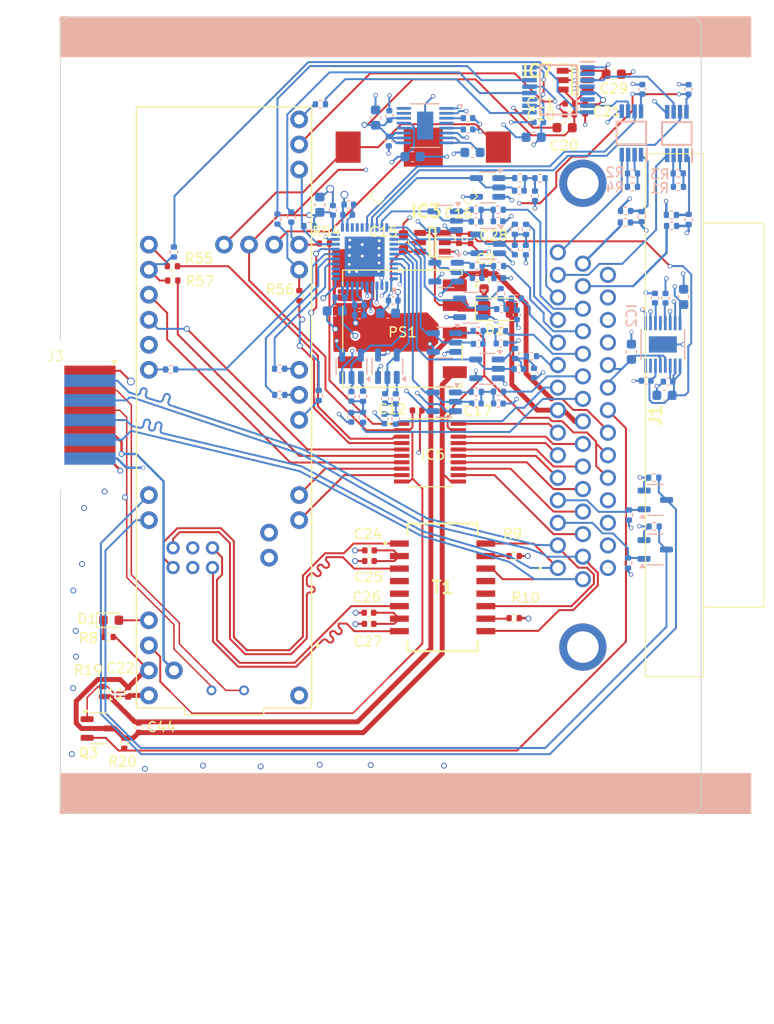
<source format=kicad_pcb>
(kicad_pcb (version 20221018) (generator pcbnew)
  (layers (0 "F.Cu" signal) (1 "In1.Cu" signal) (2 "In2.Cu" signal) (31 "B.Cu" signal) (34 "B.Paste" user) (35 "F.Paste" user) (36 "B.SilkS" user "B.Silkscreen") (37 "F.SilkS" user "F.Silkscreen") (38 "B.Mask" user) (39 "F.Mask" user) (44 "Edge.Cuts" user))
  (net 0 "")
  (net 1 "Net-(IC1-BYPASS)")
  (net 2 "5v_buck")
  (net 3 "Net-(IC1-NR)")
  (net 4 "Net-(IC2-BYPASS)")
  (net 5 "Net-(IC2-NR)")
  (net 6 "Net-(BT1-+)")
  (net 7 "usb_gnd")
  (net 8 "5v_reful")
  (net 9 "5v_ref")
  (net 10 "Net-(T1-TCT)")
  (net 11 "Net-(T1-RCT)")
  (net 12 "Net-(IC9-REGCAPA)")
  (net 13 "Net-(IC9-REGCAPD)")
  (net 14 "Net-(D1-K)")
  (net 15 "Net-(D1-A)")
  (net 16 "12v_schot")
  (net 23 "2v5_ref")
  (net 24 "sg1-")
  (net 25 "Net-(IC5-RG_1)")
  (net 26 "Net-(IC5-RG_2)")
  (net 27 "3v3")
  (net 28 "sg1")
  (net 29 "2v5_reful_dev")
  (net 30 "5v_reful_dev")
  (net 31 "SCLK1")
  (net 32 "Net-(U2-VOUT)")
  (net 33 "Net-(C43-Pad1)")
  (net 34 "Net-(C45-Pad1)")
  (net 35 "Net-(C46-Pad1)")
  (net 36 "AN3")
  (net 37 "sg2-")
  (net 38 "sg2")
  (net 39 "D4_3v3")
  (net 40 "D5_3v3")
  (net 41 "D6_3v3")
  (net 42 "Net-(C50-Pad1)")
  (net 43 "Net-(C51-Pad1)")
  (net 44 "Net-(C52-Pad1)")
  (net 45 "SCLK")
  (net 46 "!CS")
  (net 47 "!ERROR")
  (net 48 "AN2")
  (net 49 "Net-(C56-Pad1)")
  (net 50 "Net-(C57-Pad1)")
  (net 53 "Net-(C58-Pad1)")
  (net 54 "AN1")
  (net 55 "usb_d+")
  (net 56 "usb_d-")
  (net 57 "Rx-")
  (net 58 "Rx+")
  (net 59 "Tx-")
  (net 60 "Tx+")
  (net 61 "Net-(C62-Pad1)")
  (net 64 "Net-(T1-TXCT)")
  (net 65 "Net-(T1-RXCT)")
  (net 66 "Rd+")
  (net 67 "AN4")
  (net 68 "Net-(IC4-RG_1)")
  (net 69 "Net-(IC4-RG_2)")
  (net 70 "QS1S")
  (net 71 "DAC_BIAS_A")
  (net 72 "QS2S")
  (net 73 "DAC_BIAS_B")
  (net 74 "Rd-")
  (net 75 "Td+")
  (net 76 "Td-")
  (net 77 "D1_3v3")
  (net 82 "D2_3v3")
  (net 83 "D3_3v3")
  (net 84 "GPIO{slash}INT2_3v3")
  (net 85 "GPIO{slash}INT1_3v3")
  (net 87 "D3")
  (net 91 "D2")
  (net 92 "D1")
  (net 94 "SCL")
  (net 95 "SDA")
  (net 96 "AN5")
  (net 97 "GPIO{slash}INT2")
  (net 98 "GPIO{slash}INT1")
  (net 99 "D6")
  (net 100 "D5")
  (net 101 "D4")
  (net 102 "AN10")
  (net 103 "AN9")
  (net 104 "AN8")
  (net 105 "AN7")
  (net 106 "AN6")
  (net 107 "2v5_reful")
  (net 110 "MISO1")
  (net 111 "!LDAC")
  (net 112 "MOSI1")
  (net 114 "AN5_pre")
  (net 115 "AN4_pre")
  (net 116 "AN3_pre")
  (net 117 "AN2_pre")
  (net 118 "AN1_pre")
  (net 119 "QS1F")
  (net 120 "QS2F")
  (net 121 "AN10_pre")
  (net 122 "AN9_pre")
  (net 123 "AN8_pre")
  (net 124 "AN7_pre")
  (net 125 "AN6_pre")
  (net 126 "LS_EN")
  (net 127 "SCL_3v3")
  (net 128 "SDA_3v3")
  (net 129 "Net-(Q3-D)")
  (net 130 "Net-(U3-+)")
  (net 131 "Net-(U4-+)")
  (net 132 "Net-(U5-+)")
  (net 133 "Net-(U6-+)")
  (net 134 "Net-(U7-+)")
  (net 135 "Net-(U8-+)")
  (net 136 "Net-(U9-+)")
  (net 137 "Net-(U10-+)")
  (net 138 "Net-(U11-+)")
  (net 139 "Net-(U12-+)")
  (net 140 "Net-(U1-MISO)")
  (net 141 "MISO")
  (net 142 "Net-(U1-MOSI)")
  (net 143 "MOSI")
  (net 144 "Net-(U1-SCK)")
  (net 145 "Net-(U1-CS1)")
  (net 146 "5v_usb")
  (net 147 "Net-(IC6-A1)")
  (net 148 "Net-(IC6-A2)")
  (net 149 "Net-(IC6-A3)")
  (net 150 "Net-(IC6-A5)")
  (net 151 "Net-(U1-OUT1B)")
  (net 152 "SYNC")
  (net 154 "12v B+")
  (net 155 "B-")
  (net 156 "unconnected-(IC9-AIN16-Pad1)")
  (footprint "Capacitor_SMD:C_0402_1005Metric" (layer "F.Cu") (at 31.3 60.41 180)
    (fp_text reference "C26")
    (fp_text value "0.1uF")
  )
  (footprint "Capacitor_SMD:C_0402_1005Metric" (layer "F.Cu") (at 41.61 22.49 -90)
    (fp_text reference "C28")
    (fp_text value "1uF")
  )
  (footprint "21xt_footprints:aaren_mouser_db44_screws" (layer "F.Cu") (at 50.46 55.869 90)
    (fp_text reference "J1")
    (fp_text value "Conn_02x23_Counter_Clockwise" hide)
  )
  (footprint "21xt_footprints:SOP65P640X120-20N" (layer "F.Cu") (at 37.495 44.18)
    (fp_text reference "IC6")
    (fp_text value "TXB0108PWR")
  )
  (footprint "Capacitor_SMD:C_0402_1005Metric" (layer "F.Cu") (at 51.68 8.78 180)
    (fp_text reference "C11")
    (fp_text value "1uF")
  )
  (footprint "Capacitor_SMD:C_0402_1005Metric" (layer "F.Cu") (at 31.35 55.17 180)
    (fp_text reference "C25")
    (fp_text value "0.1uF")
  )
  (footprint "Capacitor_SMD:C_0402_1005Metric" (layer "F.Cu") (at 40.42 22.46 -90)
    (fp_text reference "C16")
    (fp_text value "0.1uF")
  )
  (footprint "Resistor_SMD:R_0402_1005Metric" (layer "F.Cu") (at 4.84 62.87)
    (fp_text reference "R8")
    (fp_text value "330")
  )
  (footprint "21xt_footprints:REF3450IDBVR" (layer "F.Cu") (at 37.74 22.84 180)
    (fp_text reference "IC3")
    (fp_text value "REF3450IDBVR" hide)
  )
  (footprint "21xt_footprints:1220 holder" (layer "F.Cu") (at 36.81 13.19 180)
    (fp_text reference "BT1" hide)
    (fp_text value "Battery_Cell" hide)
  )
  (footprint "Resistor_SMD:R_0402_1005Metric" (layer "F.Cu") (at 6.48 73.64 90)
    (fp_text reference "R20")
    (fp_text value "1k")
  )
  (footprint "Capacitor_SMD:C_0402_1005Metric" (layer "F.Cu") (at 6.87 68.48 -90)
    (fp_text reference "C22")
    (fp_text value "0.1uF")
  )
  (footprint "Package_TO_SOT_SMD:SOT-23-3" (layer "F.Cu") (at 3.8525 72.15)
    (fp_text reference "Q3")
    (fp_text value "BSS138")
  )
  (footprint "Resistor_SMD:R_0402_1005Metric" (layer "F.Cu") (at 11.4 26.72)
    (fp_text reference "R57")
    (fp_text value "20R")
  )
  (footprint "21xt_footprints:CONV_TRS_2-2419" (layer "F.Cu") (at 34.69 31.61)
    (fp_text reference "PS1")
    (fp_text value "TRS_2-1211")
  )
  (footprint "Resistor_SMD:R_0402_1005Metric" (layer "F.Cu") (at 46.03 54.66)
    (fp_text reference "R9")
    (fp_text value "52.5")
  )
  (footprint "Capacitor_SMD:C_0402_1005Metric" (layer "F.Cu") (at 7.95 72.07 90)
    (fp_text reference "C44")
    (fp_text value "1uF")
  )
  (footprint "Capacitor_SMD:C_0603_1608Metric" (layer "F.Cu") (at 42.98 26.77 90)
    (fp_text reference "C9")
    (fp_text value "10uF")
  )
  (footprint "21xt_footprints:REF3425IDBVR" (layer "F.Cu") (at 52.2 6.4)
    (fp_text reference "IC7")
    (fp_text value "REF3425IDBVR" hide)
  )
  (footprint "Capacitor_SMD:C_0603_1608Metric" (layer "F.Cu") (at 51.15 11.22 180)
    (fp_text reference "C20")
    (fp_text value "10uF")
  )
  (footprint "Diode_SMD:D_0603_1608Metric" (layer "F.Cu") (at 5.15 61.17)
    (fp_text reference "D1")
    (fp_text value "LED")
  )
  (footprint "Capacitor_SMD:C_0402_1005Metric" (layer "F.Cu") (at 39.35 39.98 180)
    (fp_text reference "C17")
    (fp_text value "0.1uF")
  )
  (footprint "Capacitor_SMD:C_0402_1005Metric" (layer "F.Cu") (at 36.19 39.89)
    (fp_text reference "C12")
    (fp_text value "0.1uF")
  )
  (footprint "Resistor_SMD:R_0402_1005Metric" (layer "F.Cu") (at 26.78 22.96)
    (fp_text reference "R54")
    (fp_text value "20R")
  )
  (footprint "Resistor_SMD:R_0402_1005Metric" (layer "F.Cu") (at 46.03 60.96)
    (fp_text reference "R10")
    (fp_text value "52.5")
  )
  (footprint "Capacitor_SMD:C_0402_1005Metric" (layer "F.Cu") (at 51.65 9.88 180)
    (fp_text reference "C10")
    (fp_text value "0.1uF")
  )
  (footprint "21xt_footprints:749013011" (layer "F.Cu") (at 38.77 57.84 -90)
    (fp_text reference "T1")
    (fp_text value "749013011" hide)
  )
  (footprint "21xt_footprints:Double Sided Mezzanine Card Edge_Edge Side" (layer "F.Cu") (at 0 34.875)
    (fp_text reference "J3")
    (fp_text value "Mezzanine Edge")
    (fp_line (start 0 0.3) (end 0.25 0.05) (stroke (width 0.01)) (layer "Edge.Cuts"))
    (fp_line (start 0 10.7) (end 0 0.3) (stroke (width 0.01)) (layer "Edge.Cuts"))
    (fp_line (start 0 10.7) (end 0.25 10.95) (stroke (width 0.01)) (layer "Edge.Cuts"))
    (fp_line (start 0.25 0.05) (end 4.7 0.05) (stroke (width 0.01)) (layer "Edge.Cuts"))
    (fp_line (start 1 -1.1) (end 0 -2.1) (stroke (width 0.01)) (layer "Edge.Cuts"))
    (fp_line (start 1 12.1) (end 0 13.1) (stroke (width 0.01)) (layer "Edge.Cuts"))
    (fp_line (start 4.7 -1.1) (end 1 -1.1) (stroke (width 0.01)) (layer "Edge.Cuts"))
    (fp_line (start 4.7 0.05) (end 4.7 -1.1) (stroke (width 0.01)) (layer "Edge.Cuts"))
    (fp_line (start 4.7 10.95) (end 0.25 10.95) (stroke (width 0.01)) (layer "Edge.Cuts"))
    (fp_line (start 4.7 10.95) (end 4.7 12.1) (stroke (width 0.01)) (layer "Edge.Cuts"))
    (fp_line (start 4.7 12.1) (end 1 12.1) (stroke (width 0.01)) (layer "Edge.Cuts"))
  )
  (footprint "Capacitor_SMD:C_0402_1005Metric" (layer "F.Cu") (at 53.23 9.33 -90)
    (fp_text reference "C21")
    (fp_text value "0.1uF")
  )
  (footprint "Capacitor_SMD:C_0603_1608Metric" (layer "F.Cu") (at 56.13 5.79)
    (fp_text reference "C29")
    (fp_text value "22uF")
  )
  (footprint "Resistor_SMD:R_0402_1005Metric" (layer "F.Cu") (at 11.36 25.27)
    (fp_text reference "R55")
    (fp_text value "20R")
  )
  (footprint "Capacitor_SMD:C_0603_1608Metric" (layer "F.Cu") (at 34.8 22.82 90)
    (fp_text reference "C15")
    (fp_text value "22uF")
  )
  (footprint "Capacitor_SMD:C_0402_1005Metric" (layer "F.Cu") (at 31.31 61.54 180)
    (fp_text reference "C27")
    (fp_text value "0.1uF")
  )
  (footprint "Capacitor_SMD:C_0402_1005Metric" (layer "F.Cu") (at 31.36 54.09 180)
    (fp_text reference "C24")
    (fp_text value "0.1uF")
  )
  (footprint "21xt_footprints:MODULE_DEV-16771" (layer "F.Cu") (at 16.6 42.38 90)
    (fp_text reference "U1" hide)
    (fp_text value "DEV-16771")
  )
  (footprint "Resistor_SMD:R_0402_1005Metric" (layer "F.Cu") (at 4.23 68.41 90)
    (fp_text reference "R19")
    (fp_text value "5k")
  )
  (footprint "Diode_SMD:D_1206_3216Metric" (layer "F.Cu") (at 44.39 29.63)
    (fp_text reference "D2")
    (fp_text value "D_Schottky")
  )
  (footprint "Resistor_SMD:R_0402_1005Metric" (layer "F.Cu") (at 24.24 28.25 -90)
    (fp_text reference "R56")
    (fp_text value "20R")
  )
  (footprint "21xt_footprints:YFP0004AAAA" (layer "F.Cu") (at 5.56 68.69 180)
    (fp_text reference "U2" hide)
    (fp_text value "TPS22915BYFPR")
  )
  (footprint "Resistor_SMD:R_0402_1005Metric" (layer "B.Cu") (at 48.65 16.34 180)
    (fp_text reference "R35" hide)
    (fp_text value "27.7k")
  )
  (footprint "Resistor_SMD:R_0402_1005Metric" (layer "B.Cu") (at 46.5975 16.3275 180)
    (fp_text reference "R38" hide)
    (fp_text value "99.1k")
  )
  (footprint "Resistor_SMD:R_0402_1005Metric" (layer "B.Cu") (at 44.45 25.2525 180)
    (fp_text reference "R33" hide)
    (fp_text value "27.7k")
  )
  (footprint "Capacitor_SMD:C_0402_1005Metric" (layer "B.Cu") (at 46.0975 23.62 -90)
    (fp_text reference "C55" hide)
    (fp_text value "1nF")
  )
  (footprint "21xt_footprints:SOP65P490X110-8N" (layer "B.Cu") (at 62.53 11.81 90)
    (fp_text reference "IC4" hide)
    (fp_text value "INA821IDGKT" hide)
  )
  (footprint "Resistor_SMD:R_0402_1005Metric" (layer "B.Cu") (at 34.02 38.72 90)
    (fp_text reference "R24" hide)
    (fp_text value "99.1k")
  )
  (footprint "Package_TO_SOT_SMD:SOT-23-5" (layer "B.Cu") (at 41.6325 29.485 180)
    (fp_text reference "U5" hide)
    (fp_text value "OPA347" hide)
  )
  (footprint "Capacitor_SMD:C_0402_1005Metric" (layer "B.Cu") (at 47.2175 23.63 -90)
    (fp_text reference "C52" hide)
    (fp_text value "100p")
  )
  (footprint "Resistor_SMD:R_0402_1005Metric" (layer "B.Cu") (at 57.58 55.37 90)
    (fp_text reference "R11" hide)
    (fp_text value "10k")
  )
  (footprint "Capacitor_SMD:C_0402_1005Metric" (layer "B.Cu") (at 48.14 18.13 -90)
    (fp_text reference "C58" hide)
    (fp_text value "100p")
  )
  (footprint "Capacitor_SMD:C_0402_1005Metric" (layer "B.Cu") (at 59.42 36.88)
    (fp_text reference "C66" hide)
    (fp_text value "0.1uF")
  )
  (footprint "Capacitor_SMD:C_0402_1005Metric" (layer "B.Cu") (at 46.5575 17.6075 180)
    (fp_text reference "C61" hide)
    (fp_text value "1nF")
  )
  (footprint "21xt_footprints:SOP50P490X110-17N" (layer "B.Cu") (at 37 11.01 180)
    (fp_text reference "IC1" hide)
    (fp_text value "LT6658AHMSE-2.5#PBF")
  )
  (footprint "Resistor_SMD:R_0402_1005Metric" (layer "B.Cu") (at 42.1825 38.005 180)
    (fp_text reference "R31" hide)
    (fp_text value "99.1k")
  )
  (footprint "Capacitor_SMD:C_0402_1005Metric" (layer "B.Cu") (at 42.375 33.1425 180)
    (fp_text reference "C48" hide)
    (fp_text value "1nF")
  )
  (footprint "Capacitor_SMD:C_0603_1608Metric" (layer "B.Cu") (at 63.22 28.38 -90)
    (fp_text reference "C18" hide)
    (fp_text value "10uF")
  )
  (footprint "Capacitor_SMD:C_0603_1608Metric" (layer "B.Cu") (at 35.72 14.16 180)
    (fp_text reference "C3" hide)
    (fp_text value "10uF")
  )
  (footprint "Resistor_SMD:R_0402_1005Metric" (layer "B.Cu") (at 30.7025 40.59 90)
    (fp_text reference "R34" hide)
    (fp_text value "27.7k" hide)
  )
  (footprint "Resistor_SMD:R_0402_1005Metric" (layer "B.Cu") (at 22.02 20.49 90)
    (fp_text reference "R47" hide)
    (fp_text value "20R")
  )
  (footprint "Capacitor_SMD:C_0402_1005Metric" (layer "B.Cu") (at 41.35 10.25 180)
    (fp_text reference "C1" hide)
    (fp_text value "1uF")
  )
  (footprint "Capacitor_SMD:C_0402_1005Metric" (layer "B.Cu") (at 61.64 36.97)
    (fp_text reference "C7" hide)
    (fp_text value "0.1uF")
  )
  (footprint "Capacitor_SMD:C_0402_1005Metric" (layer "B.Cu") (at 30.33 30.23)
    (fp_text reference "C33" hide)
    (fp_text value "1uF")
  )
  (footprint "Package_TO_SOT_SMD:SOT-23-5" (layer "B.Cu") (at 38.9325 39.02 180)
    (fp_text reference "U7" hide)
    (fp_text value "OPA347" hide)
  )
  (footprint "Resistor_SMD:R_0402_1005Metric" (layer "B.Cu") (at 11.185 35.74 180)
    (fp_text reference "R43" hide)
    (fp_text value "20R")
  )
  (footprint "Resistor_SMD:R_0402_1005Metric" (layer "B.Cu") (at 22.24 35.67 180)
    (fp_text reference "R41" hide)
    (fp_text value "20R")
  )
  (footprint "Capacitor_SMD:C_0603_1608Metric" (layer "B.Cu") (at 41.8 13.73)
    (fp_text reference "C13" hide)
    (fp_text value "10uF")
  )
  (footprint "Package_TO_SOT_SMD:SOT-23-5" (layer "B.Cu") (at 43.2725 35.6775 180)
    (fp_text reference "U12" hide)
    (fp_text value "OPA347" hide)
  )
  (footprint "Package_TO_SOT_SMD:SOT-23-5" (layer "B.Cu") (at 39.0325 20.65 180)
    (fp_text reference "U6" hide)
    (fp_text value "OPA347" hide)
  )
  (footprint "Capacitor_SMD:C_0402_1005Metric" (layer "B.Cu") (at 29.5225 38.47 90)
    (fp_text reference "C60" hide)
    (fp_text value "1nF")
  )
  (footprint "Resistor_SMD:R_0402_1005Metric" (layer "B.Cu") (at 61.976 20.066)
    (fp_text reference "R13" hide)
    (fp_text value "350")
  )
  (footprint "Capacitor_SMD:C_0402_1005Metric" (layer "B.Cu") (at 48.0425 36.1 -90)
    (fp_text reference "C62" hide)
    (fp_text value "100p")
  )
  (footprint "Capacitor_SMD:C_0402_1005Metric" (layer "B.Cu") (at 60.31 28.5 -90)
    (fp_text reference "C5" hide)
    (fp_text value "1uF")
  )
  (footprint "Capacitor_SMD:C_0402_1005Metric" (layer "B.Cu") (at 44.45 26.4825)
    (fp_text reference "C56" hide)
    (fp_text value "100p")
  )
  (footprint "Capacitor_SMD:C_0402_1005Metric" (layer "B.Cu") (at 29.5 40.59 -90)
    (fp_text reference "C57" hide)
    (fp_text value "100p" hide)
  )
  (footprint "Resistor_SMD:R_0402_1005Metric" (layer "B.Cu") (at 58.04 15.86 180)
    (fp_text reference "R2")
    (fp_text value "R")
  )
  (footprint "Resistor_SMD:R_0402_1005Metric" (layer "B.Cu") (at 26.21 38.37 90)
    (fp_text reference "R49" hide)
    (fp_text value "20R")
  )
  (footprint "Resistor_SMD:R_0402_1005Metric" (layer "B.Cu") (at 58.9534 20.2438 -90)
    (fp_text reference "R17" hide)
    (fp_text value "350")
  )
  (footprint "Package_TO_SOT_SMD:SOT-23-5" (layer "B.Cu") (at 43.34 17.28 180)
    (fp_text reference "U11" hide)
    (fp_text value "OPA347" hide)
  )
  (footprint "Capacitor_SMD:C_0603_1608Metric" (layer "B.Cu") (at 48.006 12.192 180)
    (fp_text reference "C23" hide)
    (fp_text value "10uF")
  )
  (footprint "Resistor_SMD:R_0402_1005Metric" (layer "B.Cu") (at 57.3278 19.6596)
    (fp_text reference "R16" hide)
    (fp_text value "350")
  )
  (footprint "Capacitor_SMD:C_0402_1005Metric" (layer "B.Cu") (at 41.35 11.4 180)
    (fp_text reference "C4" hide)
    (fp_text value "0.1uF")
  )
  (footprint "Resistor_SMD:R_0402_1005Metric" (layer "B.Cu") (at 47.2375 21.53 -90)
    (fp_text reference "R29" hide)
    (fp_text value "27.7k")
  )
  (footprint "21xt_footprints:SOP65P640X120-16N" (layer "B.Cu") (at 50.52 7.38 180)
    (fp_text reference "IC8" hide)
    (fp_text value "AD5689RARUZ-RL7" hide)
  )
  (footprint "Capacitor_SMD:C_0603_1608Metric" (layer "B.Cu") (at 27.83 29.81 180)
    (fp_text reference "C31" hide)
    (fp_text value "10uF")
  )
  (footprint "Resistor_SMD:R_0402_1005Metric" (layer "B.Cu") (at 42.27 25.2325 180)
    (fp_text reference "R36" hide)
    (fp_text value "99.1k")
  )
  (footprint "Package_TO_SOT_SMD:SOT-23-5" (layer "B.Cu") (at 29.5325 35.42 90)
    (fp_text reference "U10" hide)
    (fp_text value "OPA347" hide)
  )
  (footprint "Capacitor_SMD:C_0402_1005Metric" (layer "B.Cu") (at 29.14 20.06 180)
    (fp_text reference "C39" hide)
    (fp_text value "0.1uF")
  )
  (footprint "Resistor_SMD:R_0402_1005Metric" (layer "B.Cu") (at 34.02 40.78 90)
    (fp_text reference "R21" hide)
    (fp_text value "27.7k" hide)
  )
  (footprint "Capacitor_SMD:C_0603_1608Metric" (layer "B.Cu") (at 57.92 33.95 -90)
    (fp_text reference "C8" hide)
    (fp_text value "10uF")
  )
  (footprint "Capacitor_SMD:C_0402_1005Metric" (layer "B.Cu") (at 63.72 7.34 90)
    (fp_text reference "C14" hide)
    (fp_text value "1uF")
  )
  (footprint "21xt_footprints:SOP50P490X110-17N" (layer "B.Cu") (at 61.11 33.2 -90)
    (fp_text reference "IC2")
    (fp_text value "LT6658AHMSE-5#PBF")
  )
  (footprint "Capacitor_SMD:C_0402_1005Metric" (layer "B.Cu") (at 42.2025 39.185 180)
    (fp_text reference "C54" hide)
    (fp_text value "1nF")
  )
  (footprint "Resistor_SMD:R_0402_1005Metric" (layer "B.Cu") (at 60.19 46.71)
    (fp_text reference "R6" hide)
    (fp_text value "10k")
  )
  (footprint "Capacitor_SMD:C_0402_1005Metric" (layer "B.Cu") (at 46.3025 30.205 -90)
    (fp_text reference "C46" hide)
    (fp_text value "100p")
  )
  (footprint "Package_TO_SOT_SMD:SOT-23-5" (layer "B.Cu") (at 39.12 25.87 180)
    (fp_text reference "U9" hide)
    (fp_text value "OPA347" hide)
  )
  (footprint "Resistor_SMD:R_0402_1005Metric" (layer "B.Cu") (at 63.7286 20.5232 -90)
    (fp_text reference "R14" hide)
    (fp_text value "350")
  )
  (footprint "Resistor_SMD:R_0402_1005Metric" (layer "B.Cu") (at 25.22 21.2 180)
    (fp_text reference "R7" hide)
    (fp_text value "10k")
  )
  (footprint "Resistor_SMD:R_0402_1005Metric" (layer "B.Cu") (at 26.38 8.85 180)
    (fp_text reference "R48" hide)
    (fp_text value "20R")
  )
  (footprint "Capacitor_SMD:C_0402_1005Metric" (layer "B.Cu") (at 27.64 19.6 90)
    (fp_text reference "C37" hide)
    (fp_text value "0.1uF")
  )
  (footprint "Capacitor_SMD:C_0603_1608Metric" (layer "B.Cu") (at 33.23 30.03)
    (fp_text reference "C35" hide)
    (fp_text value "10uF")
  )
  (footprint "Capacitor_SMD:C_0402_1005Metric" (layer "B.Cu") (at 44.7425 29.615 180)
    (fp_text reference "C49" hide)
    (fp_text value "1nF")
  )
  (footprint "Resistor_SMD:R_0402_1005Metric" (layer "B.Cu") (at 30.7 38.46 90)
    (fp_text reference "R37" hide)
    (fp_text value "99.1k")
  )
  (footprint "Resistor_SMD:R_0402_1005Metric" (layer "B.Cu") (at 47.7825 34.39 180)
    (fp_text reference "R39" hide)
    (fp_text value "27.7k")
  )
  (footprint "Capacitor_SMD:C_0402_1005Metric" (layer "B.Cu") (at 44.4025 20.7125)
    (fp_text reference "C50" hide)
    (fp_text value "100p")
  )
  (footprint "Resistor_SMD:R_0402_1005Metric" (layer "B.Cu") (at 58.03 17.22 180)
    (fp_text reference "R4")
    (fp_text value "20")
  )
  (footprint "Resistor_SMD:R_0402_1005Metric" (layer "B.Cu") (at 62.69 17.22 180)
    (fp_text reference "R1")
    (fp_text value "R")
  )
  (footprint "Capacitor_SMD:C_0603_1608Metric" (layer "B.Cu") (at 31.97 10.2 -90)
    (fp_text reference "C30" hide)
    (fp_text value "10uF")
  )
  (footprint "Resistor_SMD:R_0402_1005Metric" (layer "B.Cu") (at 46.2525 28.545 180)
    (fp_text reference "R23" hide)
    (fp_text value "27.7k")
  )
  (footprint "Capacitor_SMD:C_0402_1005Metric" (layer "B.Cu") (at 32.9375 38.68 90)
    (fp_text reference "C47" hide)
    (fp_text value "1nF")
  )
  (footprint "Resistor_SMD:R_0402_1005Metric" (layer "B.Cu") (at 42.375 31.8225 180)
    (fp_text reference "R25" hide)
    (fp_text value "99.1k")
  )
  (footprint "Capacitor_SMD:C_0402_1005Metric" (layer "B.Cu") (at 44.695 33.1025)
    (fp_text reference "C45" hide)
    (fp_text value "100p")
  )
  (footprint "Resistor_SMD:R_0402_1005Metric" (layer "B.Cu") (at 42.1725 19.5425 180)
    (fp_text reference "R30" hide)
    (fp_text value "99.1k")
  )
  (footprint "Resistor_SMD:R_0402_1005Metric" (layer "B.Cu") (at 44.4125 19.5425 180)
    (fp_text reference "R27" hide)
    (fp_text value "27.7k")
  )
  (footprint "Resistor_SMD:R_0402_1005Metric" (layer "B.Cu") (at 11.51 23.83 90)
    (fp_text reference "R44" hide)
    (fp_text value "20R")
  )
  (footprint "Resistor_SMD:R_0402_1005Metric" (layer "B.Cu") (at 57.67 50.5 90)
    (fp_text reference "R12" hide)
    (fp_text value "10k")
  )
  (footprint "Package_TO_SOT_SMD:SOT-23-5" (layer "B.Cu") (at 43.3975 23 180)
    (fp_text reference "U8" hide)
    (fp_text value "OPA347" hide)
  )
  (footprint "Resistor_SMD:R_0402_1005Metric" (layer "B.Cu") (at 46.1325 34.12 90)
    (fp_text reference "R40" hide)
    (fp_text value "99.1k")
  )
  (footprint "Resistor_SMD:R_0402_1005Metric" (layer "B.Cu") (at 62.0014 21.1836)
    (fp_text reference "R15" hide)
    (fp_text value "350")
  )
  (footprint "Resistor_SMD:R_0402_1005Metric" (layer "B.Cu") (at 57.3044 20.828)
    (fp_text reference "R18" hide)
    (fp_text value "350")
  )
  (footprint "Capacitor_SMD:C_0402_1005Metric" (layer "B.Cu") (at 42.27 26.4725 180)
    (fp_text reference "C59" hide)
    (fp_text value "1nF")
  )
  (footprint "Capacitor_SMD:C_0402_1005Metric" (layer "B.Cu") (at 42.1625 20.7425 180)
    (fp_text reference "C53" hide)
    (fp_text value "1nF")
  )
  (footprint "Capacitor_SMD:C_0402_1005Metric" (layer "B.Cu") (at 48.514 10.668 180)
    (fp_text reference "C42" hide)
    (fp_text value "0.1uF")
  )
  (footprint "21xt_footprints:SOP65P490X110-8N" (layer "B.Cu") (at 57.92 11.76 90)
    (fp_text reference "IC5" hide)
    (fp_text value "INA821IDGKT" hide)
  )
  (footprint "Resistor_SMD:R_0402_1005Metric" (layer "B.Cu") (at 22.255 38.32 180)
    (fp_text reference "R42" hide)
    (fp_text value "20R")
  )
  (footprint "Package_TO_SOT_SMD:SOT-23-5" (layer "B.Cu") (at 33.1725 35.41 90)
    (fp_text reference "U3" hide)
    (fp_text value "OPA347" hide)
  )
  (footprint "Capacitor_SMD:C_0402_1005Metric" (layer "B.Cu") (at 30.33 29.19)
    (fp_text reference "C34" hide)
    (fp_text value "0.1uF")
  )
  (footprint "Capacitor_SMD:C_0402_1005Metric" (layer "B.Cu") (at 29.26 19.01 180)
    (fp_text reference "C40" hide)
    (fp_text value "1uF")
  )
  (footprint "Capacitor_SMD:C_0402_1005Metric" (layer "B.Cu") (at 59.03 7.33 90)
    (fp_text reference "C19" hide)
    (fp_text value "1uF")
  )
  (footprint "Capacitor_SMD:C_0603_1608Metric" (layer "B.Cu") (at 61.28 38.36)
    (fp_text reference "C41" hide)
    (fp_text value "10uF")
  )
  (footprint "Capacitor_SMD:C_0402_1005Metric" (layer "B.Cu") (at 33.37 9.98 -90)
    (fp_text reference "C64" hide)
    (fp_text value "0.1uF")
  )
  (footprint "Resistor_SMD:R_0402_1005Metric" (layer "B.Cu") (at 44.6625 28.045 90)
    (fp_text reference "R26" hide)
    (fp_text value "99.1k")
  )
  (footprint "Resistor_SMD:R_0402_1005Metric" (layer "B.Cu") (at 62.67 15.85 180)
    (fp_text reference "R3")
    (fp_text value "20")
  )
  (footprint "Capacitor_SMD:C_0402_1005Metric" (layer "B.Cu") (at 61.38 28.51 -90)
    (fp_text reference "C6" hide)
    (fp_text value "0.1uF")
  )
  (footprint "Capacitor_SMD:C_0402_1005Metric" (layer "B.Cu") (at 32.87 40.75 -90)
    (fp_text reference "C43" hide)
    (fp_text value "100p" hide)
  )
  (footprint "Package_TO_SOT_SMD:SOT-23-3" (layer "B.Cu") (at 60.35 48.97)
    (fp_text reference "Q2" hide)
    (fp_text value "NMOS")
  )
  (footprint "Resistor_SMD:R_0402_1005Metric" (layer "B.Cu") (at 46.0975 21.52 90)
    (fp_text reference "R32" hide)
    (fp_text value "99.1k")
  )
  (footprint "Resistor_SMD:R_0402_1005Metric" (layer "B.Cu") (at 23.43 20.28 90)
    (fp_text reference "R46" hide)
    (fp_text value "20R")
  )
  (footprint "Resistor_SMD:R_0402_1005Metric" (layer "B.Cu") (at 44.4425 37.985 180)
    (fp_text reference "R28" hide)
    (fp_text value "27.7k")
  )
  (footprint "Capacitor_SMD:C_0402_1005Metric" (layer "B.Cu") (at 28.36 28.45 180)
    (fp_text reference "C32" hide)
    (fp_text value "0.1uF")
  )
  (footprint "21xt_footprints:AD7175-8BCPZ-RL7" (layer "B.Cu") (at 30.86 24.29 90)
    (fp_text reference "IC9" hide)
    (fp_text value "AD7175-8BCPZ-RL7" hide)
  )
  (footprint "Package_TO_SOT_SMD:SOT-23-5" (layer "B.Cu") (at 38.965 33.01 180)
    (fp_text reference "U4" hide)
    (fp_text value "OPA347" hide)
  )
  (footprint "Resistor_SMD:R_0402_1005Metric" (layer "B.Cu") (at 60.23 51.66)
    (fp_text reference "R5" hide)
    (fp_text value "10k")
  )
  (footprint "Capacitor_SMD:C_0603_1608Metric" (layer "B.Cu") (at 26.32 19.03 90)
    (fp_text reference "C38" hide)
    (fp_text value "10uF")
  )
  (footprint "Capacitor_SMD:C_0402_1005Metric" (layer "B.Cu") (at 33.31 12.59 90)
    (fp_text reference "C2" hide)
    (fp_text value "0.1uF")
  )
  (footprint "Capacitor_SMD:C_0402_1005Metric" (layer "B.Cu") (at 46.5025 35.69 180)
    (fp_text reference "C63" hide)
    (fp_text value "1nF")
  )
  (footprint "Capacitor_SMD:C_0402_1005Metric" (layer "B.Cu") (at 44.4225 39.195)
    (fp_text reference "C51" hide)
    (fp_text value "100p")
  )
  (footprint "Package_TO_SOT_SMD:SOT-23-3" (layer "B.Cu") (at 60.34 54)
    (fp_text reference "Q1" hide)
    (fp_text value "NMOS")
  )
  (footprint "Resistor_SMD:R_0402_1005Metric" (layer "B.Cu") (at 44.655 31.8525 180)
    (fp_text reference "R22" hide)
    (fp_text value "27.7k")
  )
  (footprint "Capacitor_SMD:C_0402_1005Metric" (layer "B.Cu") (at 33.76 28.75)
    (fp_text reference "C36" hide)
    (fp_text value "0.1uF")
  )
  (gr_rect (start 0 76.75) (end 70 80.75) (stroke (width 0.15)) (fill solid) (layer "B.SilkS"))
  (gr_rect (start 0 0) (end 70 4) (stroke (width 0.15)) (fill solid) (layer "B.SilkS"))
  (gr_rect (start 0 0) (end 70 4) (stroke (width 0.15)) (fill solid) (layer "F.SilkS"))
  (gr_rect (start 0 76.75) (end 70 80.75) (stroke (width 0.15)) (fill solid) (layer "F.SilkS"))
  (gr_arc locked (start 0 1) (mid 0.292893 0.292893) (end 1 0) (stroke (width 0.1)) (layer "Edge.Cuts"))
  (gr_arc locked (start 1 80.75) (mid 0.292893 80.457107) (end 0 79.75) (stroke (width 0.1)) (layer "Edge.Cuts"))
  (gr_arc locked (start 65 79.75) (mid 64.707107 80.457107) (end 64 80.75) (stroke (width 0.1)) (layer "Edge.Cuts"))
  (gr_line locked (start 64 80.75) (end 1 80.75) (stroke (width 0.1)) (layer "Edge.Cuts"))
  (gr_arc locked (start 64 0) (mid 64.707106 0.292893) (end 65 1) (stroke (width 0.1)) (layer "Edge.Cuts"))
  (gr_line locked (start 1 0) (end 64 0) (stroke (width 0.1)) (layer "Edge.Cuts"))
  (gr_line locked (start 65 1) (end 65 79.75) (stroke (width 0.1)) (layer "Edge.Cuts"))
  (gr_line locked (start 0 1) (end 0 32.775) (stroke (width 0.1)) (layer "Edge.Cuts"))
  (gr_line locked (start 0 47.975) (end 0 79.75) (stroke (width 0.1)) (layer "Edge.Cuts"))
  (segment (start 40.86 10.26) (end 40.87 10.25) (width 0.2) (layer "B.Cu") (net 1))
  (segment (start 39.16 10.26) (end 40.86 10.26) (width 0.2) (layer "B.Cu") (net 1))
  (segment (start 35.752463 6.32) (end 31.132463 10.94) (width 0.2) (layer "F.Cu") (net 2))
  (segment (start 39.83 39.98) (end 39.83 39.52) (width 0.2) (layer "F.Cu") (net 2))
  (segment (start 53.415505 42.129) (end 52.049 42.129) (width 0.2) (layer "F.Cu") (net 2))
  (segment (start 54.35 43.063495) (end 53.415505 42.129) (width 0.2) (layer "F.Cu") (net 2))
  (segment (start 39.629336 41.905) (end 40.365 41.905) (width 0.2) (layer "F.Cu") (net 2))
  (segment (start 37.58 34.44) (end 37.58 64.04) (width 0.5) (layer "F.Cu") (net 2))
  (segment (start 49.879 40.986) (end 49.533 40.64) (width 0.2) (layer "F.Cu") (net 2))
  (segment (start 52.16 8.78) (end 52.16 8.64) (width 0.2) (layer "F.Cu") (net 2))
  (segment (start 54.35 43.249) (end 54.35 43.063495) (width 0.2) (layer "F.Cu") (net 2))
  (segment (start 52.049 42.129) (end 50.906 40.986) (width 0.2) (layer "F.Cu") (net 2))
  (segment (start 52.13 8.81) (end 52.16 8.78) (width 0.2) (layer "F.Cu") (net 2))
  (segment (start 42.114463 6.32) (end 35.752463 6.32) (width 0.2) (layer "F.Cu") (net 2))
  (segment (start 39.83 39.52) (end 43 36.35) (width 0.2) (layer "F.Cu") (net 2))
  (segment (start 4.990967 68.92) (end 4.23 68.92) (width 0.5) (layer "F.Cu") (net 2))
  (segment (start 42.34 32.01) (end 40.01 32.01) (width 0.2) (layer "F.Cu") (net 2))
  (segment (start 49.533 40.64) (end 47.29 40.64) (width 0.2) (layer "F.Cu") (net 2))
  (segment (start 55.54 44.439) (end 54.35 43.249) (width 0.2) (layer "F.Cu") (net 2))
  (segment (start 47.789463 11.995) (end 42.114463 6.32) (width 0.2) (layer "F.Cu") (net 2))
  (segment (start 40.01 32.01) (end 37.58 34.44) (width 0.5) (layer "F.Cu") (net 2))
  (segment (start 39.83 39.98) (end 39.28 40.53) (width 0.2) (layer "F.Cu") (net 2))
  (segment (start 37.58 64.04) (end 30.14 71.48) (width 0.5) (layer "F.Cu") (net 2))
  (segment (start 54.35 45.535) (end 55.54 46.725) (width 0.2) (layer "F.Cu") (net 2))
  (segment (start 43 36.35) (end 43 32.67) (width 0.2) (layer "F.Cu") (net 2))
  (segment (start 31.132463 10.94) (end 30.84 10.94) (width 0.2) (layer "F.Cu") (net 2))
  (segment (start 55.05 8.405) (end 54.895735 8.250735) (width 0.2) (layer "F.Cu") (net 2))
  (segment (start 50.906 40.986) (end 49.879 40.986) (width 0.2) (layer "F.Cu") (net 2))
  (segment (start 54.605 8.85) (end 55.05 8.405) (width 0.2) (layer "F.Cu") (net 2))
  (segment (start 43 32.67) (end 42.34 32.01) (width 0.2) (layer "F.Cu") (net 2))
  (segment (start 53.16 8.78) (end 53.23 8.85) (width 0.2) (layer "F.Cu") (net 2))
  (segment (start 52.16 8.56) (end 50.95 7.35) (width 0.2) (layer "F.Cu") (net 2))
  (segment (start 52.13 9.88) (end 52.13 11.52) (width 0.2) (layer "F.Cu") (net 2))
  (segment (start 52.16 8.64) (end 53.45 7.35) (width 0.2) (layer "F.Cu") (net 2))
  (segment (start 51.15 11.995) (end 47.789463 11.995) (width 0.2) (layer "F.Cu") (net 2))
  (segment (start 7.54 71.48) (end 7.34 71.28) (width 0.5) (layer "F.Cu") (net 2))
  (segment (start 7.34 71.28) (end 7.34 71.269033) (width 0.5) (layer "F.Cu") (net 2))
  (segment (start 54.35 43.249) (end 54.35 45.535) (width 0.2) (layer "F.Cu") (net 2))
  (segment (start 52.13 9.88) (end 52.13 8.81) (width 0.2) (layer "F.Cu") (net 2))
  (segment (start 53.995 7.35) (end 53.45 7.35) (width 0.2) (layer "F.Cu") (net 2))
  (segment (start 52.16 8.78) (end 52.16 8.56) (width 0.2) (layer "F.Cu") (net 2))
  (segment (start 39.28 41.555664) (end 39.629336 41.905) (width 0.2) (layer "F.Cu") (net 2))
  (segment (start 7.34 71.269033) (end 4.990967 68.92) (width 0.5) (layer "F.Cu") (net 2))
  (segment (start 47.29 40.64) (end 43 36.35) (width 0.2) (layer "F.Cu") (net 2))
  (segment (start 53.23 8.85) (end 54.605 8.85) (width 0.2) (layer "F.Cu") (net 2))
  (segment (start 39.28 40.53) (end 39.28 41.555664) (width 0.2) (layer "F.Cu") (net 2))
  (segment (start 30.14 71.48) (end 7.54 71.48) (width 0.5) (layer "F.Cu") (net 2))
  (segment (start 52.16 8.78) (end 53.16 8.78) (width 0.2) (layer "F.Cu") (net 2))
  (segment (start 51.925 11.22) (end 51.15 11.995) (width 0.2) (layer "F.Cu") (net 2))
  (via (at 30.84 10.94) (size 0.6) (drill 0.4) (layers "F.Cu" "B.Cu") (net 2))
  (via (at 57.895 51.81) (size 0.45) (drill 0.3) (layers "F.Cu" "B.Cu") (net 2))
  (via (at 57.895 56.53) (size 0.45) (drill 0.3) (layers "F.Cu" "B.Cu") (net 2))
  (via (at 55.05 8.405) (size 0.6) (drill 0.4) (layers "F.Cu" "B.Cu") (net 2))
  (segment (start 33.97 11.76) (end 34.84 11.76) (width 0.2) (layer "B.Cu") (net 2))
  (segment (start 34.06 12.76) (end 34.84 12.76) (width 0.2) (layer "B.Cu") (net 2))
  (segment (start 31.97 10.975) (end 32.855 10.975) (width 0.2) (layer "B.Cu") (net 2))
  (segment (start 57.67 51.01) (end 57.67 51.585) (width 0.2) (layer "B.Cu") (net 2))
  (segment (start 57.58 55.88) (end 57.58 56.215) (width 0.2) (layer "B.Cu") (net 2))
  (segment (start 54.35 7.705) (end 53.458 7.705) (width 0.2) (layer "B.Cu") (net 2))
  (segment (start 33.41 12.11) (end 34.06 12.76) (width 0.2) (layer "B.Cu") (net 2))
  (segment (start 33.57 10.26) (end 34.84 10.26) (width 0.2) (layer "B.Cu") (net 2))
  (segment (start 32.175 10.975) (end 33.31 12.11) (width 0.2) (layer "B.Cu") (net 2))
  (segment (start 33.31 12.11) (end 33.41 12.11) (width 0.2) (layer "B.Cu") (net 2))
  (segment (start 57.67 51.585) (end 57.895 51.81) (width 0.2) (layer "B.Cu") (net 2))
  (segment (start 55.05 8.405) (end 54.5645 7.9195) (width 0.2) (layer "B.Cu") (net 2))
  (segment (start 33.46 12.26) (end 34.84 12.26) (width 0.2) (layer "B.Cu") (net 2))
  (segment (start 57.58 56.215) (end 57.895 56.53) (width 0.2) (layer "B.Cu") (net 2))
  (segment (start 33.31 12.11) (end 33.62 12.11) (width 0.2) (layer "B.Cu") (net 2))
  (segment (start 32.855 10.975) (end 33.37 10.46) (width 0.2) (layer "B.Cu") (net 2))
  (segment (start 33.37 10.46) (end 33.57 10.26) (width 0.2) (layer "B.Cu") (net 2))
  (segment (start 33.31 12.11) (end 33.46 12.26) (width 0.2) (layer "B.Cu") (net 2))
  (segment (start 54.5645 7.9195) (end 54.35 7.705) (width 0.2) (layer "B.Cu") (net 2))
  (segment (start 30.84 10.94) (end 31.935 10.94) (width 0.2) (layer "B.Cu") (net 2))
  (segment (start 31.935 10.94) (end 31.97 10.975) (width 0.2) (layer "B.Cu") (net 2))
  (segment (start 33.62 12.11) (end 33.97 11.76) (width 0.2) (layer "B.Cu") (net 2))
  (segment (start 31.97 10.975) (end 32.175 10.975) (width 0.2) (layer "B.Cu") (net 2))
  (segment (start 40.87 11.4) (end 40.73 11.26) (width 0.2) (layer "B.Cu") (net 3))
  (segment (start 40.73 11.26) (end 39.16 11.26) (width 0.2) (layer "B.Cu") (net 3))
  (segment (start 60.385 31.015) (end 60.385 29.055) (width 0.2) (layer "B.Cu") (net 4))
  (segment (start 60.385 29.055) (end 60.31 28.98) (width 0.2) (layer "B.Cu") (net 4))
  (segment (start 60.36 31.04) (end 60.385 31.015) (width 0.2) (layer "B.Cu") (net 4))
  (segment (start 61.31 29.06) (end 61.38 28.99) (width 0.2) (layer "B.Cu") (net 5))
  (segment (start 61.31 30.99) (end 61.31 29.06) (width 0.2) (layer "B.Cu") (net 5))
  (segment (start 61.36 31.04) (end 61.31 30.99) (width 0.2) (layer "B.Cu") (net 5))
  (segment (start 36.81 13.19) (end 35.88 13.19) (width 0.2) (layer "F.Cu") (net 6))
  (segment (start 35.88 13.19) (end 27.33 21.74) (width 0.2) (layer "F.Cu") (net 6))
  (segment (start 23.02 21.74) (end 21.68 23.08) (width 0.2) (layer "F.Cu") (net 6))
  (segment (start 27.33 21.74) (end 23.02 21.74) (width 0.2) (layer "F.Cu") (net 6))
  (segment (start 6.05 67.18) (end 3.798944 67.18) (width 0.5) (layer "F.Cu") (net 7))
  (segment (start 6.38 68.49) (end 6.87 68) (width 0.15) (layer "F.Cu") (net 7))
  (segment (start 40.42 22.94) (end 41.58 22.94) (width 0.2) (layer "F.Cu") (net 7))
  (segment (start 29.95 61.54) (end 30.83 61.54) (width 0.2) (layer "F.Cu") (net 7))
  (segment (start 40.19 23.79) (end 40.22 23.82) (width 0.2) (layer "F.Cu") (net 7))
  (segment (start 29.19 13.19) (end 32.25 13.19) (width 0.2) (layer "F.Cu") (net 7))
  (segment (start 45.94 9.205) (end 47.955 11.22) (width 0.2) (layer "F.Cu") (net 7))
  (segment (start 4.99 72.15) (end 5.5 72.15) (width 0.5) (layer "F.Cu") (net 7))
  (segment (start 51.17 9.88) (end 51.17 9.8) (width 0.2) (layer "F.Cu") (net 7))
  (segment (start 7.15 36.96) (end 6.065 35.875) (width 0.2) (layer "F.Cu") (net 7))
  (segment (start 5.35 62.87) (end 5.59 62.87) (width 0.2) (layer "F.Cu") (net 7))
  (segment (start 50.95 6.4) (end 52.13 6.4) (width 0.2) (layer "F.Cu") (net 7))
  (segment (start 5.5 72.15) (end 6.48 73.13) (width 0.5) (layer "F.Cu") (net 7))
  (segment (start 50.83 8.78) (end 50.49 9.12) (width 0.2) (layer "F.Cu") (net 7))
  (segment (start 42.11 10.87) (end 44.43 13.19) (width 0.2) (layer "F.Cu") (net 7))
  (segment (start 29.93 61.56) (end 29.95 61.54) (width 0.2) (layer "F.Cu") (net 7))
  (segment (start 1.6025 69.376444) (end 1.6025 71.6125) (width 0.5) (layer "F.Cu") (net 7))
  (segment (start 8.98 66.26) (end 8.61 66.26) (width 0.5) (layer "F.Cu") (net 7))
  (segment (start 57.83 5.79) (end 58.1 5.52) (width 0.2) (layer "F.Cu") (net 7))
  (segment (start 42.43 23.79) (end 43.44 23.79) (width 0.2) (layer "F.Cu") (net 7))
  (segment (start 47.955 11.22) (end 50.375 11.22) (width 0.2) (layer "F.Cu") (net 7))
  (segment (start 32.25 13.19) (end 34.57 10.87) (width 0.2) (layer "F.Cu") (net 7))
  (segment (start 53.23 9.81) (end 53.23 10.91) (width 0.2) (layer "F.Cu") (net 7))
  (segment (start 21.9 17.78) (end 16.6 23.08) (width 0.2) (layer "F.Cu") (net 7))
  (segment (start 52.12 5.45) (end 52.14 5.47) (width 0.2) (layer "F.Cu") (net 7))
  (segment (start 29.89 54.09) (end 30.88 54.09) (width 0.2) (layer "F.Cu") (net 7))
  (segment (start 30.72 72.57) (end 8.26 72.57) (width 0.5) (layer "F.Cu") (net 7))
  (segment (start 51.2 8.78) (end 50.83 8.78) (width 0.2) (layer "F.Cu") (net 7))
  (segment (start 1.6025 71.6125) (end 2.14 72.15) (width 0.5) (layer "F.Cu") (net 7))
  (segment (start 36.68 40.09) (end 36.47 40.3) (width 0.2) (layer "F.Cu") (net 7))
  (segment (start 3.798944 67.18) (end 1.6025 69.376444) (width 0.5) (layer "F.Cu") (net 7))
  (segment (start 38.99 22.84) (end 40.32 22.84) (width 0.2) (layer "F.Cu") (net 7))
  (segment (start 40.32 22.84) (end 40.42 22.94) (width 0.2) (layer "F.Cu") (net 7))
  (segment (start 53.23 10.91) (end 53.24 10.92) (width 0.2) (layer "F.Cu") (net 7))
  (segment (start 36.47 40.3) (end 36.47 44.05) (width 0.2) (layer "F.Cu") (net 7))
  (segment (start 2.14 72.15) (end 4.99 72.15) (width 0.5) (layer "F.Cu") (net 7))
  (segment (start 41.58 22.94) (end 41.61 22.97) (width 0.2) (layer "F.Cu") (net 7))
  (segment (start 46.54 60.96) (end 47.44 60.96) (width 0.25) (layer "F.Cu") (net 7))
  (segment (start 36.47 44.05) (end 36.335 44.185) (width 0.2) (layer "F.Cu") (net 7))
  (segment (start 46.54 54.66) (end 47.42 54.66) (width 0.2) (layer "F.Cu") (net 7))
  (segment (start 34.8 22.045) (end 34.8 20.97) (width 0.2) (layer "F.Cu") (net 7))
  (segment (start 6.065 35.875) (end 3 35.875) (width 0.2) (layer "F.Cu") (net 7))
  (segment (start 6.48 73.13) (end 7.37 73.13) (width 0.5) (layer "F.Cu") (net 7))
  (segment (start 38.73 64.56) (end 30.72 72.57) (width 0.5) (layer "F.Cu") (net 7))
  (segment (start 5.59 62.87) (end 8.98 66.26) (width 0.2) (layer "F.Cu") (net 7))
  (segment (start 38.73 37.29) (end 38.73 64.56) (width 0.5) (layer "F.Cu") (net 7))
  (segment (start 34.8 20.97) (end 35.43 20.34) (width 0.2) (layer "F.Cu") (net 7))
  (segment (start 52.13 6.4) (end 52.16 6.43) (width 0.2) (layer "F.Cu") (net 7))
  (segment (start 24.6 17.78) (end 21.9 17.78) (width 0.2) (layer "F.Cu") (net 7))
  (segment (start 41.61 22.97) (end 42.43 23.79) (width 0.2) (layer "F.Cu") (net 7))
  (segment (start 6.87 68) (end 6.05 67.18) (width 0.5) (layer "F.Cu") (net 7))
  (segment (start 50.95 5.45) (end 52.12 5.45) (width 0.2) (layer "F.Cu") (net 7))
  (segment (start 29.95 60.41) (end 30.82 60.41) (width 0.2) (layer "F.Cu") (net 7))
  (segment (start 47.44 60.96) (end 47.48 61) (width 0.25) (layer "F.Cu") (net 7))
  (segment (start 40.365 47.105) (end 39.595 47.105) (width 0.2) (layer "F.Cu") (net 7))
  (segment (start 56.905 5.79) (end 57.83 5.79) (width 0.2) (layer "F.Cu") (net 7))
  (segment (start 8.61 66.26) (end 6.87 68) (width 0.5) (layer "F.Cu") (net 7))
  (segment (start 29.89 55.17) (end 30.87 55.17) (width 0.2) (layer "F.Cu") (net 7))
  (segment (start 34.57 10.87) (end 42.11 10.87) (width 0.2) (layer "F.Cu") (net 7))
  (segment (start 29.19 13.19) (end 24.6 17.78) (width 0.2) (layer "F.Cu") (net 7))
  (segment (start 51.17 9.8) (end 50.49 9.12) (width 0.2) (layer "F.Cu") (net 7))
  (segment (start 38.99 23.79) (end 40.19 23.79) (width 0.2) (layer "F.Cu") (net 7))
  (segment (start 40.01 36.01) (end 38.73 37.29) (width 0.5) (layer "F.Cu") (net 7))
  (segment (start 7.37 73.13) (end 7.95 72.55) (width 0.5) (layer "F.Cu") (net 7))
  (segment (start 39.595 47.105) (end 38.73 46.24) (width 0.2) (layer "F.Cu") (net 7))
  (segment (start 5.76 68.49) (end 6.38 68.49) (width 0.15) (layer "F.Cu") (net 7))
  (via (at 58.15 36.91) (size 0.4) (drill 0.3) (layers "F.Cu" "B.Cu") (net 7))
  (via (at 39.215002 14.16) (size 0.45) (drill 0.3) (layers "F.Cu" "B.Cu") (net 7))
  (via (at 32.34 22.69) (size 0.4) (drill 0.3) (layers "F.Cu" "B.Cu") (net 7))
  (via (at 34.425 27.1) (size 0.4) (drill 0.3) (layers "F.Cu" "B.Cu") (net 7))
  (via (at 29.89 55.17) (size 0.6) (drill 0.4) (layers "F.Cu" "B.Cu") (net 7))
  (via (at 28.26 40.26) (size 0.45) (drill 0.3) (layers "F.Cu" "B.Cu") (net 7))
  (via (at 46.273768 38.729) (size 0.45) (drill 0.3) (layers "F.Cu" "B.Cu") (net 7))
  (via (at 42.59 11.62) (size 0.45) (drill 0.3) (layers "F.Cu" "B.Cu") (net 7))
  (via (at 58.1 5.52) (size 0.45) (drill 0.3) (layers "F.Cu" "B.Cu") (net 7))
  (via (at 8.57 76.24) (size 0.6) (drill 0.4) (layers "F.Cu" "B.Cu") (net 7))
  (via (at 40.22 23.82) (size 0.45) (drill 0.3) (layers "F.Cu" "B.Cu") (net 7))
  (via (at 53.24 10.92) (size 0.45) (drill 0.3) (layers "F.Cu" "B.Cu") (net 7))
  (via (at 2.41 49.79) (size 0.6) (drill 0.4) (layers "F.Cu" "B.Cu") (net 7))
  (via (at 1.31 58.16) (size 0.6) (drill 0.4) (layers "F.Cu" "B.Cu") (net 7))
  (via (at 29.34 23.32) (size 0.4) (drill 0.3) (layers "F.Cu" "B.Cu") (net 7))
  (via (at 33.3 13.84) (size 0.45) (drill 0.3) (layers "F.Cu" "B.Cu") (net 7))
  (via (at 38.72 26.05) (size 0.45) (drill 0.3) (layers "F.Cu" "B.Cu") (net 7))
  (via (at 60.5 37.43) (size 0.45) (drill 0.3) (layers "F.Cu" "B.Cu") (net 7))
  (via (at 14.47 75.92) (size 0.6) (drill 0.4) (layers "F.Cu" "B.Cu") (net 7))
  (via (at 1.55 62.25) (size 0.6) (drill 0.4) (layers "F.Cu" "B.Cu") (net 7))
  (via (at 20.31 76) (size 0.6) (drill 0.4) (layers "F.Cu" "B.Cu") (net 7))
  (via (at 41.07 23.95) (size 0.45) (drill 0.3) (layers "F.Cu" "B.Cu") (net 7))
  (via (at 52.16 6.43) (size 0.45) (drill 0.3) (layers "F.Cu" "B.Cu") (net 7))
  (via (at 30.62 23.07) (size 0.4) (drill 0.3) (layers "F.Cu" "B.Cu") (net 7))
  (via (at 52.14 5.47) (size 0.45) (drill 0.3) (layers "F.Cu" "B.Cu") (net 7))
  (via (at 63.17 26.02) (size 0.45) (drill 0.3) (layers "F.Cu" "B.Cu") (net 7))
  (via (at 59.86 29.85) (size 0.45) (drill 0.3) (layers "F.Cu" "B.Cu") (net 7))
  (via (at 35.43 20.34) (size 0.45) (drill 0.3) (layers "F.Cu" "B.Cu") (net 7))
  (via (at 42.55 10.87) (size 0.45) (drill 0.3) (layers "F.Cu" "B.Cu") (net 7))
  (via (at 59.03 29.67) (size 0.45) (drill 0.3) (layers "F.Cu" "B.Cu") (net 7))
  (via (at 1.58 64.86) (size 0.6) (drill 0.4) (layers "F.Cu" "B.Cu") (net 7))
  (via (at 1.17 74.75) (size 0.6) (drill 0.4) (layers "F.Cu" "B.Cu") (net 7))
  (via (at 27.89 31.64) (size 0.6) (drill 0.4) (layers "F.Cu" "B.Cu") (net 7))
  (via (at 46.465 31.51) (size 0.45) (drill 0.3) (layers "F.Cu" "B.Cu") (net 7))
  (via (at 32.33 24.16) (size 0.4) (drill 0.3) (layers "F.Cu" "B.Cu") (net 7))
  (via (at 33.23 34) (size 0.45) (drill 0.3) (layers "F.Cu" "B.Cu") (net 7))
  (via (at 30.04 25.79) (size 0.4) (drill 0.3) (layers "F.Cu" "B.Cu") (net 7))
  (via (at 41.158404 9.533598) (size 0.45) (drill 0.3) (layers "F.Cu" "B.Cu") (net 7))
  (via (at 30.62 24.24) (size 0.4) (drill 0.3) (layers "F.Cu" "B.Cu") (net 7))
  (via (at 29.89 54.09) (size 0.6) (drill 0.4) (layers "F.Cu" "B.Cu") (net 7))
  (via (at 29.95 60.41) (size 0.6) (drill 0.4) (layers "F.Cu" "B.Cu") (net 7))
  (via (at 61.835 29.84) (size 0.45) (drill 0.3) (layers "F.Cu" "B.Cu") (net 7))
  (via (at 31.97 7.93) (size 0.45) (drill 0.3) (layers "F.Cu" "B.Cu") (net 7))
  (via (at 38.91 75.92) (size 0.6) (drill 0.4) (layers "F.Cu" "B.Cu") (net 7))
  (via (at 29.93 61.56) (size 0.6) (drill 0.4) (layers "F.Cu" "B.Cu") (net 7))
  (via (at 45.7025 26.4825) (size 0.45) (drill 0.3) (layers "F.Cu" "B.Cu") (net 7))
  (via (at 58.07 6.78) (size 0.45) (drill 0.3) (layers "F.Cu" "B.Cu") (net 7))
  (via (at 34.25 27.88) (size 0.6) (drill 0.4) (layers "F.Cu" "B.Cu") (net 7))
  (via (at 62.75 6.81) (size 0.45) (drill 0.3) (layers "F.Cu" "B.Cu") (net 7))
  (via (at 32.59 26.48) (size 0.45) (drill 0.3) (layers "F.Cu" "B.Cu") (net 7))
  (via (at 48.14 19.405) (size 0.45) (drill 0.3) (layers "F.Cu" "B.Cu") (net 7))
  (via (at 36.335 44.185) (size 0.45) (drill 0.3) (layers "F.Cu" "B.Cu") (net 7))
  (via (at 52.14 7.24) (size 0.45) (drill 0.3) (layers "F.Cu" "B.Cu") (net 7))
  (via (at 36.26 20.72) (size 0.45) (drill 0.3) (layers "F.Cu" "B.Cu") (net 7))
  (via (at 29.3 25.83) (size 0.4) (drill 0.3) (layers "F.Cu" "B.Cu") (net 7))
  (via (at 31.48 75.85) (size 0.6) (drill 0.4) (layers "F.Cu" "B.Cu") (net 7))
  (via (at 45.94 9.205) (size 0.45) (drill 0.3) (layers "F.Cu" "B.Cu") (net 7))
  (via (at 29.32 24.18) (size 0.4) (drill 0.3) (layers "F.Cu" "B.Cu") (net 7))
  (via (at 50.49 9.12) (size 0.45) (drill 0.3) (layers "F.Cu" "B.Cu") (net 7))
  (via (at 42.14 35.85) (size 0.4) (drill 0.3) (layers "F.Cu" "B.Cu") (net 7))
  (via (at 41.22 12.23) (size 0.45) (drill 0.3) (layers "F.Cu" "B.Cu") (net 7))
  (via (at 40.47 9.085) (size 0.45) (drill 0.3) (layers "F.Cu" "B.Cu") (net 7))
  (via (at 1.29 68.06) (size 0.6) (drill 0.4) (layers "F.Cu" "B.Cu") (net 7))
  (via (at 26.89 22.28) (size 0.4) (drill 0.3) (layers "F.Cu" "B.Cu") (net 7))
  (via (at 26.67 28.51) (size 0.6) (drill 0.4) (layers "F.Cu" "B.Cu") (net 7))
  (via (at 63.15 33.2) (size 0.45) (drill 0.3) (layers "F.Cu" "B.Cu") (net 7))
  (via (at 35.1 37.92) (size 0.45) (drill 0.3) (layers "F.Cu" "B.Cu") (net 7))
  (via (at 7.15 36.96) (size 0.8) (drill 0.6) (layers "F.Cu" "B.Cu") (net 7))
  (via (at 61.48 26.5) (size 0.45) (drill 0.3) (layers "F.Cu" "B.Cu") (net 7))
  (via (at 59.436 21.6408) (size 0.45) (drill 0.3) (layers "F.Cu" "B.Cu") (net 7))
  (via (at 29.35 22.62) (size 0.4) (drill 0.3) (layers "F.Cu" "B.Cu") (net 7))
  (via (at 2.2 55.47) (size 0.6) (drill 0.4) (layers "F.Cu" "B.Cu") (net 7))
  (via (at 48.981 36.05) (size 0.45) (drill 0.3) (layers "F.Cu" "B.Cu") (net 7))
  (via (at 31.89 40.11) (size 0.45) (drill 0.3) (layers "F.Cu" "B.Cu") (net 7))
  (via (at 37.8 8.035) (size 0.45) (drill 0.3) (layers "F.Cu" "B.Cu") (net 7))
  (via (at 27.37 17.42) (size 0.8) (drill 0.6) (layers "F.Cu" "B.Cu") (net 7))
  (via (at 45.75 20.19) (size 0.45) (drill 0.3) (layers "F.Cu" "B.Cu") (net 7))
  (via (at 33.39 7.94) (size 0.45) (drill 0.3) (layers "F.Cu" "B.Cu") (net 7))
  (via (at 40.84 18.23) (size 0.45) (drill 0.3) (layers "F.Cu" "B.Cu") (net 7))
  (via (at 45.72 10.668) (size 0.45) (drill 0.3) (layers "F.Cu" "B.Cu") (net 7))
  (via (at 29.3 25.09) (size 0.4) (drill 0.3) (layers "F.Cu" "B.Cu") (net 7))
  (via (at 60.26 8.54) (size 0.45) (drill 0.3) (layers "F.Cu" "B.Cu") (net 7))
  (via (at 37.48 33.15) (size 0.45) (drill 0.3) (layers "F.Cu" "B.Cu") (net 7))
  (via (at 43.44 23.79) (size 0.45) (drill 0.3) (layers "F.Cu" "B.Cu") (net 7))
  (via (at 63.54 21.8948) (size 0.45) (drill 0.3) (layers "F.Cu" "B.Cu") (net 7))
  (via (at 47.42 54.66) (size 0.6) (drill 0.4) (layers "F.Cu" "B.Cu") (net 7))
  (via (at 39.9 13.87) (size 0.45) (drill 0.3) (layers "F.Cu" "B.Cu") (net 7))
  (via (at 28.81 18.02) (size 0.8) (drill 0.6) (layers "F.Cu" "B.Cu") (net 7))
  (via (at 57.92 31.94) (size 0.4) (drill 0.3) (layers "F.Cu" "B.Cu") (net 7))
  (via (at 55.496232 10.666232) (size 0.45) (drill 0.3) (layers "F.Cu" "B.Cu") (net 7))
  (via (at 59.39 27.94) (size 0.45) (drill 0.3) (layers "F.Cu" "B.Cu") (net 7))
  (via (at 28.03 32.83) (size 0.45) (drill 0.3) (layers "F.Cu" "B.Cu") (net 7))
  (via (at 47.48 61) (size 0.6) (drill 0.4) (layers "F.Cu" "B.Cu") (net 7))
  (via (at 39.16 30.42) (size 0.45) (drill 0.3) (layers "F.Cu" "B.Cu") (net 7))
  (via (at 46.465 32.8) (size 0.45) (drill 0.3) (layers "F.Cu" "B.Cu") (net 7))
  (via (at 32.32 23.44) (size 0.4) (drill 0.3) (layers "F.Cu" "B.Cu") (net 7))
  (via (at 8.41 45.7) (size 0.4) (drill 0.3) (layers "F.Cu" "B.Cu") (net 7))
  (via (at 47.2175 24.9425) (size 0.45) (drill 0.3) (layers "F.Cu" "B.Cu") (net 7))
  (via (at 32.32 24.93) (size 0.4) (drill 0.3) (layers "F.Cu" "B.Cu") (net 7))
  (via (at 29.95 31.03) (size 0.6) (drill 0.4) (layers "F.Cu" "B.Cu") (net 7))
  (via (at 44.958 10.922) (size 0.45) (drill 0.3) (layers "F.Cu" "B.Cu") (net 7))
  (via (at 32.29 25.76) (size 0.4) (drill 0.3) (layers "F.Cu" "B.Cu") (net 7))
  (via (at 26.3 75.82) (size 0.6) (drill 0.4) (layers "F.Cu" "B.Cu") (net 7))
  (via (at 4.49 48.12) (size 0.6) (drill 0.4) (layers "F.Cu" "B.Cu") (net 7))
  (segment (start 60.505 38.36) (end 60.505 37.435) (width 0.2) (layer "B.Cu") (net 7))
  (segment (start 53.458 7.055) (end 52.325 7.055) (width 0.2) (layer "B.Cu") (net 7))
  (segment (start 58.14 36.9) (end 58.15 36.91) (width 0.2) (layer "B.Cu") (net 7))
  (segment (start 29.86 28.92) (end 29.61 28.67) (width 0.2) (layer "B.Cu") (net 7))
  (segment (start 34.25 28.74) (end 34.24 28.75) (width 0.2) (layer "B.Cu") (net 7))
  (segment (start 48.14 18.61) (end 48.14 19.32) (width 0.2) (layer "B.Cu") (net 7))
  (segment (start 57.8144 20.828) (end 58.8792 20.828) (width 0.25) (layer "B.Cu") (net 7))
  (segment (start 32.2225 34.2725) (end 32.9175 34.2725) (width 0.2) (layer "B.Cu") (net 7))
  (segment (start 33.81 26.04) (end 34.485 26.04) (width 0.2) (layer "B.Cu") (net 7))
  (segment (start 42.135 36.6275) (end 42.135 35.855) (width 0.2) (layer "B.Cu") (net 7))
  (segment (start 48.14 19.32) (end 48.17 19.35) (width 0.2) (layer "B.Cu") (net 7))
  (segment (start 28.5825 34.2825) (end 28.5825 33.9225) (width 0.2) (layer "B.Cu") (net 7))
  (segment (start 28.61 21.34) (end 28.61 20.11) (width 0.2) (layer "B.Cu") (net 7))
  (segment (start 60.31 28.02) (end 59.47 28.02) (width 0.2) (layer "B.Cu") (net 7))
  (segment (start 63.5782 21.1836) (end 63.7286 21.0332) (width 0.25) (layer "B.Cu") (net 7))
  (segment (start 63.22 27.605) (end 63.22 26.07) (width 0.2) (layer "B.Cu") (net 7))
  (segment (start 59.47 28.02) (end 59.39 27.94) (width 0.2) (layer "B.Cu") (net 7))
  (segment (start 44.9025 39.195) (end 45.885 39.195) (width 0.2) (layer "B.Cu") (net 7))
  (segment (start 28.66 19.13) (end 28.78 19.01) (width 0.2) (layer "B.Cu") (net 7))
  (segment (start 48.39 36.58) (end 48.91 36.06) (width 0.2) (layer "B.Cu") (net 7))
  (segment (start 32.29 25.76) (end 30.66 24.25) (width 0.2) (layer "B.Cu") (net 7))
  (segment (start 46.3025 31.3925) (end 46.3025 30.685) (width 0.2) (layer "B.Cu") (net 7))
  (segment (start 26.91 22.29) (end 26.9 22.29) (width 0.2) (layer "B.Cu") (net 7))
  (segment (start 39.18 14.16) (end 39.215002 14.16) (width 0.2) (layer "B.Cu") (net 7))
  (segment (start 32.9175 34.2725) (end 33.19 34) (width 0.2) (layer "B.Cu") (net 7))
  (segment (start 28.02 33.36) (end 28.02 32.82) (width 0.2) (layer "B.Cu") (net 7))
  (segment (start 28.78 19.01) (end 28.78 18.05) (width 0.2) (layer "B.Cu") (net 7))
  (segment (start 27.91 27.27) (end 26.67 28.51) (width 0.2) (layer "B.Cu") (net 7))
  (segment (start 58.14 6.85) (end 58.07 6.78) (width 0.2) (layer "B.Cu") (net 7))
  (segment (start 60.5 37.43) (end 60.7 37.43) (width 0.2) (layer "B.Cu") (net 7))
  (segment (start 32.59 26.6) (end 32.62 26.63) (width 0.2) (layer "B.Cu") (net 7))
  (segment (start 37 11.01) (end 37 8.835) (width 0.2) (layer "B.Cu") (net 7))
  (segment (start 47.231 12.192) (end 46.228 12.192) (width 0.2) (layer "B.Cu") (net 7))
  (segment (start 61.555 9.61) (end 61.33 9.61) (width 0.2) (layer "B.Cu") (net 7))
  (segment (start 58.94 36.88) (end 58.14 36.88) (width 0.2) (layer "B.Cu") (net 7))
  (segment (start 63.72 6.86) (end 62.8 6.86) (width 0.2) (layer "B.Cu") (net 7))
  (segment (start 58.8792 20.828) (end 58.9534 20.7538) (width 0.25) (layer "B.Cu") (net 7))
  (segment (start 39.17 30.42) (end 39.16 30.42) (width 0.2) (layer "B.Cu") (net 7))
  (segment (start 47.21 24.95) (end 47.2175 24.9425) (width 0.2) (layer "B.Cu") (net 7))
  (segment (start 32.61 26.64) (end 32.61 27.24) (width 0.2) (layer "B.Cu") (net 7))
  (segment (start 27.88 28.985) (end 27.055 29.81) (width 0.2) (layer "B.Cu") (net 7))
  (segment (start 42.2025 18.23) (end 40.84 18.23) (width 0.2) (layer "B.Cu") (net 7))
  (segment (start 41.83 11.4) (end 42.37 11.4) (width 0.2) (layer "B.Cu") (net 7))
  (segment (start 39.14 14.16) (end 39.16 14.14) (width 0.2) (layer "B.Cu") (net 7))
  (segment (start 27.64 17.69) (end 27.37 17.42) (width 0.2) (layer "B.Cu") (net 7))
  (segment (start 59.36 30) (end 59.03 29.67) (width 0.2) (layer "B.Cu") (net 7))
  (segment (start 39.185 30.435) (end 39.17 30.42) (width 0.2) (layer "B.Cu") (net 7))
  (segment (start 40.25 9.76) (end 40.476402 9.533598) (width 0.2) (layer "B.Cu") (net 7))
  (segment (start 63.7286 21.7062) (end 63.54 21.8948) (width 0.25) (layer "B.Cu") (net 7))
  (segment (start 29.5 41.07) (end 29.06 41.07) (width 0.2) (layer "B.Cu") (net 7))
  (segment (start 61.86 29.865) (end 61.86 31.04) (width 0.2) (layer "B.Cu") (net 7))
  (segment (start 45.72 20.19) (end 45.75 20.19) (width 0.2) (layer "B.Cu") (net 7))
  (segment (start 29.86 29.96) (end 29.86 28.92) (width 0.2) (layer "B.Cu") (net 7))
  (segment (start 46.42 31.51) (end 46.3025 31.3925) (width 0.2) (layer "B.Cu") (net 7))
  (segment (start 28.27 40.28) (end 28.27 40.27) (width 0.2) (layer "B.Cu") (net 7))
  (segment (start 59.86 29.85) (end 59.86 31.04) (width 0.2) (layer "B.Cu") (net 7))
  (segment (start 48.14 19.38) (end 48.14 19.405) (width 0.2) (layer "B.Cu") (net 7))
  (segment (start 48.17 19.35) (end 48.14 19.38) (width 0.2) (layer "B.Cu") (net 7))
  (segment (start 32.87 41.23) (end 31.89 40.25) (width 0.2) (layer "B.Cu") (net 7))
  (segment (start 33.37 7.96) (end 33.39 7.94) (width 0.2) (layer "B.Cu") (net 7))
  (segment (start 27.88 28.45) (end 27.88 28.985) (width 0.2) (layer "B.Cu") (net 7))
  (segment (start 62.5114 21.1836) (end 63.5782 21.1836) (width 0.25) (layer "B.Cu") (net 7))
  (segment (start 40.04 13.73) (end 39.9 13.87) (width 0.2) (layer "B.Cu") (net 7))
  (segment (start 36.27 20.72) (end 36.26 20.72) (width 0.2) (layer "B.Cu") (net 7))
  (segment (start 33.19 34) (end 33.23 34) (width 0.2) (layer "B.Cu") (net 7))
  (segment (start 44.8825 20.7125) (end 45.1975 20.7125) (width 0.2) (layer "B.Cu") (net 7))
  (segment (start 37 8.835) (end 37.8 8.035) (width 0.2) (layer "B.Cu") (net 7))
  (segment (start 29.86 30.94) (end 29.95 31.03) (width 0.2) (layer "B.Cu") (net 7))
  (segment (start 34.535 26.09) (end 34.535 26.99) (width 0.2) (layer "B.Cu") (net 7))
  (segment (start 40.476402 9.533598) (end 41.158404 9.533598) (width 0.2) (layer "B.Cu") (net 7))
  (segment (start 33.37 9.5) (end 33.37 7.96) (width 0.2) (layer "B.Cu") (net 7))
  (segment (start 26.32 18.255) (end 26.535 18.255) (width 0.2) (layer "B.Cu") (net 7))
  (segment (start 46.28 38.8) (end 46.273768 38.793768) (width 0.2) (layer "B.Cu") (net 7))
  (segment (start 47.2175 24.11) (end 47.2175 24.9425) (width 0.2) (layer "B.Cu") (net 7))
  (segment (start 59.03 6.85) (end 58.14 6.85) (width 0.2) (layer "B.Cu") (net 7))
  (segment (start 58.14 36.88) (end 58.14 36.9) (width 0.2) (layer "B.Cu") (net 7))
  (segment (start 27.91 22.54) (end 27.15 22.54) (width 0.2) (layer "B.Cu") (net 7))
  (segment (start 36.495 14.16) (end 39.14 14.16) (width 0.2) (layer "B.Cu") (net 7))
  (segment (start 27.89 31.64) (end 27.055 30.805) (width 0.2) (layer "B.Cu") (net 7))
  (segment (start 60.505 37.435) (end 60.5 37.43) (width 0.2) (layer "B.Cu") (net 7))
  (segment (start 60.7 37.43) (end 61.16 36.97) (width 0.2) (layer "B.Cu") (net 7))
  (segment (start 27.15 22.54) (end 26.89 22.28) (width 0.2) (layer "B.Cu") (net 7))
  (segment (start 63.7286 21.0332) (end 63.7286 21.7062) (width 0.25) (layer "B.Cu") (net 7))
  (segment (start 27.055 30.805) (end 27.055 29.81) (width 0.2) (layer "B.Cu") (net 7))
  (segment (start 27.91 26.54) (end 27.91 27.27) (width 0.2) (layer "B.Cu") (net 7))
  (segment (start 37.9825 26.82) (end 37.9825 26.7275) (width 0.2) (layer "B.Cu") (net 7))
  (segment (start 34.23 27.9) (end 34.25 27.88) (width 0.2) (layer "B.Cu") (net 7))
  (segment (start 26.91 22.29) (end 26.89 22.27) (width 0.2) (layer "B.Cu") (net 7))
  (segment (start 39.16 9.26) (end 40.295 9.26) (width 0.2) (layer "B.Cu") (net 7))
  (segment (start 48.91 36.06) (end 48.971 36.06) (width 0.2) (layer "B.Cu") (net 7))
  (segment (start 55.496232 10.666232) (end 56.602464 9.56) (width 0.2) (layer "B.Cu") (net 7))
  (segment (start 58.9534 20.7538) (end 58.9534 21.1582) (width 0.25) (layer "B.Cu") (net 7))
  (segment (start 30.66 24.25) (end 30.62 24.24) (width 0.2) (layer "B.Cu") (net 7))
  (segment (start 57.92 33.175) (end 57.92 31.96) (width 0.2) (layer "B.Cu") (net 7))
  (segment (start 42.26 23.95) (end 41.07 23.95) (width 0.2) (layer "B.Cu") (net 7))
  (segment (start 56.602464 9.56) (end 56.945 9.56) (width 0.2) (layer "B.Cu") (net 7))
  (segment (start 42.37 11.4) (end 42.59 11.62) (width 0.2) (layer "B.Cu") (net 7))
  (segment (start 40.763866 12.23) (end 41.22 12.23) (width 0.2) (layer "B.Cu") (net 7))
  (segment (start 46.465 31.51) (end 46.42 31.51) (width 0.2) (layer "B.Cu") (net 7))
  (segment (start 52.325 7.055) (end 52.14 7.24) (width 0.2) (layer "B.Cu") (net 7))
  (segment (start 48.034 10.668) (end 45.72 10.668) (width 0.2) (layer "B.Cu") (net 7))
  (segment (start 41.93 10.25) (end 42.55 10.87) (width 0.2) (layer "B.Cu") (net 7))
  (segment (start 34.25 27.88) (end 34.25 28.74) (width 0.2) (layer "B.Cu") (net 7))
  (segment (start 45.2675 33.01) (end 46.255 33.01) (width 0.2) (layer "B.Cu") (net 7))
  (segment (start 28.61 20.11) (end 28.66 20.06) (width 0.2) (layer "B.Cu") (net 7))
  (segment (start 61.33 9.61) (end 60.26 8.54) (width 0.2) (layer "B.Cu") (net 7))
  (segment (start 40.293866 11.76) (end 40.763866 12.23) (width 0.2) (layer "B.Cu") (net 7))
  (segment (start 57.92 31.96) (end 57.92 31.94) (width 0.2) (layer "B.Cu") (net 7))
  (segment (start 39.16 14.14) (end 39.18 14.16) (width 0.2) (layer "B.Cu") (net 7))
  (segment (start 37.16 39.97) (end 37.795 39.97) (width 0.2) (layer "B.Cu") (net 7))
  (segment (start 32.66 26.09) (end 32.29 25.76) (width 0.2) (layer "B.Cu") (net 7))
  (segment (start 35.1 37.91) (end 37.16 39.97) (width 0.2) (layer "B.Cu") (net 7))
  (segment (start 38.72 26.05) (end 37.9825 26.7875) (width 0.2) (layer "B.Cu") (net 7))
  (segment (start 31.97 9.425) (end 31.97 7.93) (width 0.2) (layer "B.Cu") (net 7))
  (segment (start 61.11 33.2) (end 63.15 33.2) (width 0.2) (layer "B.Cu") (net 7))
  (segment (start 63.22 26.07) (end 63.17 26.02) (width 0.2) (layer "B.Cu") (net 7))
  (segment (start 40.295 9.26) (end 40.47 9.085) (width 0.2) (layer "B.Cu") (net 7))
  (segment (start 61.835 29.84) (end 61.86 29.865) (width 0.2) (layer "B.Cu") (net 7))
  (segment (start 33.31 13.07) (end 33.31 13.83) (width 0.2) (layer "B.Cu") (net 7))
  (segment (start 41.025 13.73) (end 40.04 13.73) (width 0.2) (layer "B.Cu") (net 7))
  (segment (start 46.228 12.192) (end 44.958 10.922) (width 0.2) (layer "B.Cu") (net 7))
  (segment (start 44.93 26.4825) (end 45.7025 26.4825) (width 0.2) (layer "B.Cu") (net 7))
  (segment (start 61.38 26.6) (end 61.48 26.5) (width 0.2) (layer "B.Cu") (net 7))
  (segment (start 29.86 29.96) (end 29.86 30.94) (width 0.2) (layer "B.Cu") (net 7))
  (segment (start 46.273768 38.793768) (end 46.273768 38.729) (width 0.2) (layer "B.Cu") (net 7))
  (segment (start 61.38 28.03) (end 61.38 26.6) (width 0.2) (layer "B.Cu") (net 7))
  (segment (start 30.62 24.24) (end 30.86 24.29) (width 0.2) (layer "B.Cu") (net 7))
  (segment (start 45.1975 20.7125) (end 45.72 20.19) (width 0.2) (layer "B.Cu") (net 7))
  (segment (start 37.55 33.21) (end 37.49 33.15) (width 0.2) (layer "B.Cu") (net 7))
  (segment (start 34.24 29.795) (end 34.005 30.03) (width 0.2) (layer "B.Cu") (net 7))
  (segment (start 29.61 28.67) (end 29.61 27.24) (width 0.2) (layer "B.Cu") (net 7))
  (segment (start 37.49 33.15) (end 37.48 33.15) (width 0.2) (layer "B.Cu") (net 7))
  (segment (start 37.9825 26.7875) (end 37.9825 26.82) (width 0.2) (layer "B.Cu") (net 7))
  (segment (start 48.971 36.06) (end 48.981 36.05) (width 0.2) (layer "B.Cu") (net 7))
  (segment (start 58.9534 21.1582) (end 59.436 21.6408) (width 0.25) (layer "B.Cu") (net 7))
  (segment (start 42.135 35.855) (end 42.14 35.85) (width 0.2) (layer "B.Cu") (net 7))
  (segment (start 5.765 44.775) (end 6.69 45.7) (width 0.25) (layer "B.Cu") (net 7))
  (segment (start 34.23 28.08) (end 34.23 27.9) (width 0.2) (layer "B.Cu") (net 7))
  (segment (start 34.535 26.99) (end 34.425 27.1) (width 0.2) (layer "B.Cu") (net 7))
  (segment (start 59.36 31.04) (end 59.36 30) (width 0.2) (layer "B.Cu") (net 7))
  (segment (start 45.175 33.1025) (end 45.2675 33.01) (width 0.2) (layer "B.Cu") (net 7))
  (segment (start 34.24 28.75) (end 34.24 29.795) (width 0.2) (layer "B.Cu") (net 7))
  (segment (start 28.5825 33.9225) (end 28.02 33.36) (width 0.2) (layer "B.Cu") (net 7))
  (segment (start 29.06 41.07) (end 28.27 40.28) (width 0.2) (layer "B.Cu") (net 7))
  (segment (start 36.27 20.72) (end 37.15 21.6) (width 0.2) (layer "B.Cu") (net 7))
  (segment (start 46.255 33.01) (end 46.465 32.8) (width 0.2) (layer "B.Cu") (net 7))
  (segment (start 45.885 39.195) (end 46.28 38.8) (width 0.2) (layer "B.Cu") (net 7))
  (segment (start 6.69 45.7) (end 8.41 45.7) (width 0.25) (layer "B.Cu") (net 7))
  (segment (start 37.8275 33.96) (end 37.8275 33.4875) (width 0.2) (layer "B.Cu") (net 7))
  (segment (start 31.89 40.25) (end 31.89 40.11) (width 0.2) (layer "B.Cu") (net 7))
  (segment (start 28.27 40.27) (end 28.26 40.26) (width 0.2) (layer "B.Cu") (net 7))
  (segment (start 62.8 6.86) (end 62.75 6.81) (width 0.2) (layer "B.Cu") (net 7))
  (segment (start 34.485 26.04) (end 34.535 26.09) (width 0.2) (layer "B.Cu") (net 7))
  (segment (start 37.8275 33.4875) (end 37.55 33.21) (width 0.2) (layer "B.Cu") (net 7))
  (segment (start 48.0425 36.58) (end 48.39 36.58) (width 0.2) (layer "B.Cu") (net 7))
  (segment (start 3 44.775) (end 5.765 44.775) (width 0.25) (layer "B.Cu") (net 7))
  (segment (start 37.15 21.6) (end 37.895 21.6) (width 0.2) (layer "B.Cu") (net 7))
  (segment (start 28.02 32.82) (end 28.03 32.83) (width 0.2) (layer "B.Cu") (net 7))
  (segment (start 27.64 19.12) (end 27.64 17.69) (width 0.2) (layer "B.Cu") (net 7))
  (segment (start 40.495 30.435) (end 39.185 30.435) (width 0.2) (layer "B.Cu") (net 7))
  (segment (start 40.83 18.24) (end 40.84 18.23) (width 0.2) (layer "B.Cu") (net 7))
  (segment (start 28.78 18.05) (end 28.81 18.02) (width 0.2) (layer "B.Cu") (net 7))
  (segment (start 28.66 20.06) (end 28.66 19.13) (width 0.2) (layer "B.Cu") (net 7))
  (segment (start 39.16 11.76) (end 40.293866 11.76) (width 0.2) (layer "B.Cu") (net 7))
  (segment (start 26.535 18.255) (end 27.37 17.42) (width 0.2) (layer "B.Cu") (net 7))
  (segment (start 33.31 13.83) (end 33.3 13.84) (width 0.2) (layer "B.Cu") (net 7))
  (segment (start 35.1 37.91) (end 35.1 37.92) (width 0.2) (layer "B.Cu") (net 7))
  (segment (start 32.59 26.48) (end 32.59 26.6) (width 0.2) (layer "B.Cu") (net 7))
  (segment (start 27.91 28.42) (end 27.88 28.45) (width 0.2) (layer "B.Cu") (net 7))
  (segment (start 26.9 22.29) (end 26.89 22.28) (width 0.2) (layer "B.Cu") (net 7))
  (segment (start 39.16 9.76) (end 40.25 9.76) (width 0.2) (layer "B.Cu") (net 7))
  (segment (start 41.83 10.25) (end 41.93 10.25) (width 0.2) (layer "B.Cu") (net 7))
  (segment (start 32.62 26.63) (end 32.61 26.64) (width 0.2) (layer "B.Cu") (net 7))
  (via (at 32.080789 28.958363) (size 0.4) (drill 0.3) (layers "F.Cu" "B.Cu") (net 8))
  (segment (start 61.135 34.335) (end 60.604732 34.335) (width 0.2) (layer "B.Cu") (net 8))
  (segment (start 32.11 28.79) (end 32.080789 28.819211) (width 0.2) (layer "B.Cu") (net 8))
  (segment (start 55.54 35.295) (end 55.932 35.687) (width 0.2) (layer "B.Cu") (net 8))
  (segment (start 60.86 35.36) (end 60.86 34.590268) (width 0.2) (layer "B.Cu") (net 8))
  (segment (start 55.54 37.105) (end 55.54 37.581) (width 0.2) (layer "B.Cu") (net 8))
  (segment (start 55.932 35.687) (end 56.958 35.687) (width 0.2) (layer "B.Cu") (net 8))
  (segment (start 60.86 34.590268) (end 60.604732 34.335) (width 0.2) (layer "B.Cu") (net 8))
  (segment (start 56.958 35.687) (end 57.34 35.305) (width 0.2) (layer "B.Cu") (net 8))
  (segment (start 32.11 27.24) (end 32.11 28.79) (width 0.2) (layer "B.Cu") (net 8))
  (segment (start 61.36 35.36) (end 61.36 34.56) (width 0.2) (layer "B.Cu") (net 8))
  (segment (start 60.604732 34.335) (end 58.31 34.335) (width 0.2) (layer "B.Cu") (net 8))
  (segment (start 57.34 35.305) (end 55.54 37.105) (width 0.2) (layer "B.Cu") (net 8))
  (segment (start 58.31 34.335) (end 57.34 35.305) (width 0.2) (layer "B.Cu") (net 8))
  (segment (start 61.36 34.56) (end 61.135 34.335) (width 0.2) (layer "B.Cu") (net 8))
  (segment (start 32.080789 28.819211) (end 32.080789 28.958363) (width 0.2) (layer "B.Cu") (net 8))
  (segment (start 35.21 22.84) (end 36.49 22.84) (width 0.2) (layer "F.Cu") (net 9))
  (segment (start 34.8 23.25) (end 35.21 22.84) (width 0.2) (layer "F.Cu") (net 9))
  (segment (start 34.8 23.595) (end 34.8 23.25) (width 0.2) (layer "F.Cu") (net 9))
  (segment (start 34.995 23.79) (end 34.8 23.595) (width 0.2) (layer "F.Cu") (net 9))
  (segment (start 33.56 24.835) (end 33.56 28) (width 0.2) (layer "F.Cu") (net 9))
  (segment (start 34.8 23.595) (end 33.56 24.835) (width 0.2) (layer "F.Cu") (net 9))
  (segment (start 36.49 23.79) (end 34.995 23.79) (width 0.2) (layer "F.Cu") (net 9))
  (via (at 33.56 28) (size 0.4) (drill 0.3) (layers "F.Cu" "B.Cu") (net 9))
  (segment (start 33.28 28.28) (end 33.28 28.75) (width 0.2) (layer "B.Cu") (net 9))
  (segment (start 33.56 26.79) (end 33.56 28) (width 0.2) (layer "B.Cu") (net 9))
  (segment (start 33.56 28) (end 33.28 28.28) (width 0.2) (layer "B.Cu") (net 9))
  (segment (start 33.28 29.205) (end 33.28 28.75) (width 0.2) (layer "B.Cu") (net 9))
  (segment (start 33.81 26.54) (end 33.56 26.79) (width 0.2) (layer "B.Cu") (net 9))
  (segment (start 32.455 30.03) (end 33.28 29.205) (width 0.2) (layer "B.Cu") (net 9))
  (segment (start 33.86 61.54) (end 34.385 61.015) (width 0.2) (layer "F.Cu") (net 10))
  (segment (start 31.78 60.41) (end 33.78 60.41) (width 0.2) (layer "F.Cu") (net 10))
  (segment (start 33.78 60.41) (end 34.385 61.015) (width 0.2) (layer "F.Cu") (net 10))
  (segment (start 31.79 61.54) (end 33.86 61.54) (width 0.2) (layer "F.Cu") (net 10))
  (segment (start 31.83 55.17) (end 33.88 55.17) (width 0.2) (layer "F.Cu") (net 11))
  (segment (start 31.84 54.09) (end 33.81 54.09) (width 0.2) (layer "F.Cu") (net 11))
  (segment (start 33.81 54.09) (end 34.385 54.665) (width 0.2) (layer "F.Cu") (net 11))
  (segment (start 33.88 55.17) (end 34.385 54.665) (width 0.2) (layer "F.Cu") (net 11))
  (segment (start 30.11 28.21) (end 30.11 27.24) (width 0.2) (layer "B.Cu") (net 12))
  (segment (start 30.82 29.96) (end 30.82 28.92) (width 0.2) (layer "B.Cu") (net 12))
  (segment (start 30.11 28.21) (end 30.82 28.92) (width 0.2) (layer "B.Cu") (net 12))
  (segment (start 29.62 19.13) (end 29.74 19.01) (width 0.2) (layer "B.Cu") (net 13))
  (segment (start 29.11 20.57) (end 29.62 20.06) (width 0.2) (layer "B.Cu") (net 13))
  (segment (start 29.11 21.34) (end 29.11 20.57) (width 0.2) (layer "B.Cu") (net 13))
  (segment (start 29.62 20.06) (end 29.62 19.13) (width 0.2) (layer "B.Cu") (net 13))
  (segment (start 4.3625 61.17) (end 4.3625 62.8375) (width 0.2) (layer "F.Cu") (net 14))
  (segment (start 4.3625 62.8375) (end 4.33 62.87) (width 0.2) (layer "F.Cu") (net 14))
  (segment (start 5.9475 61.18) (end 5.9375 61.17) (width 0.2) (layer "F.Cu") (net 15))
  (segment (start 8.98 61.18) (end 5.9475 61.18) (width 0.2) (layer "F.Cu") (net 15))
  (segment (start 40.01 29.21) (end 38.44 29.21) (width 0.2) (layer "F.Cu") (net 16))
  (segment (start 42.99 29.63) (end 40.43 29.63) (width 0.5) (layer "F.Cu") (net 16))
  (segment (start 37.986 22.344) (end 37.532 21.89) (width 0.2) (layer "F.Cu") (net 16))
  (segment (start 40.42 21.98) (end 41.58 21.98) (width 0.2) (layer "F.Cu") (net 16))
  (segment (start 42.99 29.63) (end 42.99 27.79) (width 0.5) (layer "F.Cu") (net 16))
  (segment (start 59.316 22.746) (end 42.346 22.746) (width 0.2) (layer "F.Cu") (net 16))
  (segment (start 41.17 29.21) (end 40.01 29.21) (width 0.5) (layer "F.Cu") (net 16))
  (segment (start 37.986 22.344) (end 38.44 21.89) (width 0.2) (layer "F.Cu") (net 16))
  (segment (start 61.84 25.27) (end 59.316 22.746) (width 0.2) (layer "F.Cu") (net 16))
  (segment (start 38.44 21.89) (end 38.99 21.89) (width 0.2) (layer "F.Cu") (net 16))
  (segment (start 37.532 21.89) (end 36.49 21.89) (width 0.2) (layer "F.Cu") (net 16))
  (segment (start 40.33 21.89) (end 40.42 21.98) (width 0.2) (layer "F.Cu") (net 16))
  (segment (start 38.44 29.21) (end 37.986 28.756) (width 0.2) (layer "F.Cu") (net 16))
  (segment (start 42.346 22.746) (end 41.61 22.01) (width 0.2) (layer "F.Cu") (net 16))
  (segment (start 41.58 21.98) (end 41.61 22.01) (width 0.2) (layer "F.Cu") (net 16))
  (segment (start 40.43 29.63) (end 40.01 29.21) (width 0.5) (layer "F.Cu") (net 16))
  (segment (start 42.98 27.78) (end 42.99 27.79) (width 0.2) (layer "F.Cu") (net 16))
  (segment (start 37.986 28.756) (end 37.986 22.344) (width 0.2) (layer "F.Cu") (net 16))
  (segment (start 38.99 21.89) (end 40.33 21.89) (width 0.2) (layer "F.Cu") (net 16))
  (via (at 61.84 25.27) (size 0.45) (drill 0.3) (layers "F.Cu" "B.Cu") (net 16))
  (segment (start 59.755 37.025) (end 59.755 38.833696) (width 0.2) (layer "B.Cu") (net 16))
  (segment (start 62.86 36.19) (end 62.86 35.36) (width 0.2) (layer "B.Cu") (net 16))
  (segment (start 60.056304 39.135) (end 61.28 39.135) (width 0.2) (layer "B.Cu") (net 16))
  (segment (start 62.235 37.045) (end 62.13 36.94) (width 0.2) (layer "B.Cu") (net 16))
  (segment (start 62.235 38.24) (end 62.235 37.045) (width 0.2) (layer "B.Cu") (net 16))
  (segment (start 63.69 38.02) (end 63.69 33.45) (width 0.2) (layer "B.Cu") (net 16))
  (segment (start 61.86 36.67) (end 61.86 35.36) (width 0.2) (layer "B.Cu") (net 16))
  (segment (start 59.755 38.833696) (end 60.056304 39.135) (width 0.2) (layer "B.Cu") (net 16))
  (segment (start 62.37 36.17) (end 62.37 35.37) (width 0.2) (layer "B.Cu") (net 16))
  (segment (start 63.995 33.085) (end 63.995 26.102537) (width 0.2) (layer "B.Cu") (net 16))
  (segment (start 62.055 38.36) (end 63.35 38.36) (width 0.2) (layer "B.Cu") (net 16))
  (segment (start 63.35 38.36) (end 63.69 38.02) (width 0.2) (layer "B.Cu") (net 16))
  (segment (start 62.18 36.89) (end 62.18 36.36) (width 0.2) (layer "B.Cu") (net 16))
  (segment (start 61.83 25.26) (end 61.84 25.27) (width 0.2) (layer "B.Cu") (net 16))
  (segment (start 59.9 36.88) (end 59.755 37.025) (width 0.2) (layer "B.Cu") (net 16))
  (segment (start 62.13 36.92) (end 62.86 36.19) (width 0.2) (layer "B.Cu") (net 16))
  (segment (start 62.13 36.94) (end 62.18 36.89) (width 0.2) (layer "B.Cu") (net 16))
  (segment (start 63.142463 25.25) (end 61.83 25.25) (width 0.2) (layer "B.Cu") (net 16))
  (segment (start 60.36 36.42) (end 60.36 35.36) (width 0.2) (layer "B.Cu") (net 16))
  (segment (start 59.9 36.88) (end 60.36 36.42) (width 0.2) (layer "B.Cu") (net 16))
  (segment (start 62.13 36.94) (end 62.13 36.92) (width 0.2) (layer "B.Cu") (net 16))
  (segment (start 63.66 33.42) (end 63.995 33.085) (width 0.2) (layer "B.Cu") (net 16))
  (segment (start 62.18 36.36) (end 62.37 36.17) (width 0.2) (layer "B.Cu") (net 16))
  (segment (start 63.69 33.45) (end 63.66 33.42) (width 0.2) (layer "B.Cu") (net 16))
  (segment (start 62.37 35.37) (end 62.36 35.36) (width 0.2) (layer "B.Cu") (net 16))
  (segment (start 61.28 39.135) (end 62.055 38.36) (width 0.2) (layer "B.Cu") (net 16))
  (segment (start 62.13 36.94) (end 61.86 36.67) (width 0.2) (layer "B.Cu") (net 16))
  (segment (start 61.83 25.25) (end 61.83 25.26) (width 0.2) (layer "B.Cu") (net 16))
  (segment (start 63.995 26.102537) (end 63.142463 25.25) (width 0.2) (layer "B.Cu") (net 16))
  (segment (start 55.355 5.015) (end 55.57 4.8) (width 0.2) (layer "F.Cu") (net 23))
  (segment (start 55.24 5.79) (end 55.355 5.79) (width 0.2) (layer "F.Cu") (net 23))
  (segment (start 54.61 6.4) (end 54.62 6.41) (width 0.2) (layer "F.Cu") (net 23))
  (segment (start 54.62 6.41) (end 55.24 5.79) (width 0.2) (layer "F.Cu") (net 23))
  (segment (start 55.355 5.79) (end 55.355 5.015) (width 0.2) (layer "F.Cu") (net 23))
  (segment (start 55.015 5.45) (end 55.355 5.79) (width 0.2) (layer "F.Cu") (net 23))
  (segment (start 53.45 6.4) (end 54.61 6.4) (width 0.2) (layer "F.Cu") (net 23))
  (segment (start 53.45 5.45) (end 55.015 5.45) (width 0.2) (layer "F.Cu") (net 23))
  (via (at 31.489685 29.840362) (size 0.4) (drill 0.3) (layers "F.Cu" "B.Cu") (net 23))
  (via (at 55.57 4.8) (size 0.45) (drill 0.3) (layers "F.Cu" "B.Cu") (net 23))
  (segment (start 31.47 29.84) (end 31.47 28.902053) (width 0.2) (layer "B.Cu") (net 23))
  (segment (start 31.63 27.26) (end 31.61 27.24) (width 0.2) (layer "B.Cu") (net 23))
  (segment (start 31.47 28.902053) (end 31.63 28.742053) (width 0.2) (layer "B.Cu") (net 23))
  (segment (start 55.265 5.105) (end 53.458 5.105) (width 0.2) (layer "B.Cu") (net 23))
  (segment (start 55.57 4.8) (end 55.265 5.105) (width 0.2) (layer "B.Cu") (net 23))
  (segment (start 31.63 28.742053) (end 31.63 27.26) (width 0.2) (layer "B.Cu") (net 23))
  (segment (start 62.486 20.066) (end 63.6758 20.066) (width 0.25) (layer "B.Cu") (net 24))
  (segment (start 63.77 14.275) (end 63.77 19.88) (width 0.2) (layer "B.Cu") (net 24))
  (segment (start 63.6758 20.066) (end 63.7286 20.0132) (width 0.25) (layer "B.Cu") (net 24))
  (segment (start 63.505 14.01) (end 63.77 14.275) (width 0.2) (layer "B.Cu") (net 24))
  (segment (start 58.54 15.87) (end 58.55 15.86) (width 0.2) (layer "B.Cu") (net 25))
  (segment (start 58.245 15.555) (end 58.245 13.96) (width 0.2) (layer "B.Cu") (net 25))
  (segment (start 58.54 17.22) (end 58.54 15.87) (width 0.2) (layer "B.Cu") (net 25))
  (segment (start 58.55 15.86) (end 58.245 15.555) (width 0.2) (layer "B.Cu") (net 25))
  (segment (start 57.53 14.025) (end 57.595 13.96) (width 0.2) (layer "B.Cu") (net 26))
  (segment (start 57.52 17.22) (end 57.52 15.87) (width 0.2) (layer "B.Cu") (net 26))
  (segment (start 57.53 15.86) (end 57.53 14.025) (width 0.2) (layer "B.Cu") (net 26))
  (segment (start 57.52 15.87) (end 57.53 15.86) (width 0.2) (layer "B.Cu") (net 26))
  (segment (start 31.025 41.905) (end 31.02 41.9) (width 0.2) (layer "F.Cu") (net 27))
  (segment (start 29.67 70.6) (end 33.468 66.802) (width 0.15) (layer "F.Cu") (net 27))
  (segment (start 25.26 20.09) (end 25.25 20.09) (width 0.2) (layer "F.Cu") (net 27))
  (segment (start 35.71 42.205001) (end 35.409999 41.905) (width 0.2) (layer "F.Cu") (net 27))
  (segment (start 10.13 67.4) (end 10.13 64.87) (width 0.2) (layer "F.Cu") (net 27))
  (segment (start 23.588 20.1) (end 22.12 20.1) (width 0.2) (layer "F.Cu") (net 27))
  (segment (start 10.13 64.87) (end 8.98 63.72) (width 0.2) (layer "F.Cu") (net 27))
  (segment (start 26.89 37.77) (end 26.89 34.45) (width 0.2) (layer "F.Cu") (net 27))
  (segment (start 11.055 68.325) (end 10.13 67.4) (width 0.2) (layer "F.Cu") (net 27))
  (segment (start 34.625 41.905) (end 31.025 41.905) (width 0.2) (layer "F.Cu") (net 27))
  (segment (start 36.72 47.814999) (end 36.72 63.55) (width 0.2) (layer "F.Cu") (net 27))
  (segment (start 35.71 46.804999) (end 36.72 47.814999) (width 0.2) (layer "F.Cu") (net 27))
  (segment (start 34.625 47.105) (end 35.409999 47.105) (width 0.2) (layer "F.Cu") (net 27))
  (segment (start 35.409999 47.105) (end 35.71 46.804999) (width 0.2) (layer "F.Cu") (net 27))
  (segment (start 19.14 26.7) (end 19.14 23.08) (width 0.2) (layer "F.Cu") (net 27))
  (segment (start 22.12 20.1) (end 19.14 23.08) (width 0.2) (layer "F.Cu") (net 27))
  (segment (start 35.72 41.594999) (end 35.72 40.09) (width 0.2) (layer "F.Cu") (net 27))
  (segment (start 3 43.875) (end 3.714998 43.875) (width 0.15) (layer "F.Cu") (net 27))
  (segment (start 49.022 7.778) (end 48.958768 7.841232) (width 0.2) (layer "F.Cu") (net 27))
  (segment (start 11.055 68.325) (end 13.33 70.6) (width 0.15) (layer "F.Cu") (net 27))
  (segment (start 25.27 20.1) (end 22.12 20.1) (width 0.2) (layer "F.Cu") (net 27))
  (segment (start 3 43.875) (end 3.492462 43.875) (width 0.25) (layer "F.Cu") (net 27))
  (segment (start 36.72 63.55) (end 33.468 66.802) (width 0.2) (layer "F.Cu") (net 27))
  (segment (start 28.194 15.494) (end 23.588 20.1) (width 0.2) (layer "F.Cu") (net 27))
  (segment (start 3 43.875) (end 3.995 43.875) (width 0.25) (layer "F.Cu") (net 27))
  (segment (start 26.89 34.45) (end 19.14 26.7) (width 0.2) (layer "F.Cu") (net 27))
  (segment (start 30.988 15.494) (end 28.194 15.494) (width 0.2) (layer "F.Cu") (net 27))
  (segment (start 49.022 6.35) (end 49.022 7.778) (width 0.2) (layer "F.Cu") (net 27))
  (segment (start 31.02 41.9) (end 26.89 37.77) (width 0.2) (layer "F.Cu") (net 27))
  (segment (start 35.409999 41.905) (end 35.72 41.594999) (width 0.2) (layer "F.Cu") (net 27))
  (segment (start 35.409999 41.905) (end 34.625 41.905) (width 0.2) (layer "F.Cu") (net 27))
  (segment (start 13.33 70.6) (end 29.67 70.6) (width 0.15) (layer "F.Cu") (net 27))
  (segment (start 6.07 45.95) (end 6.07 46.01) (width 0.25) (layer "F.Cu") (net 27))
  (segment (start 3.995 43.875) (end 6.07 45.95) (width 0.25) (layer "F.Cu") (net 27))
  (segment (start 11.1 68.37) (end 11.055 68.325) (width 0.2) (layer "F.Cu") (net 27))
  (segment (start 25.27 20.1) (end 25.26 20.09) (width 0.2) (layer "F.Cu") (net 27))
  (segment (start 35.71 46.804999) (end 35.71 42.205001) (width 0.2) (layer "F.Cu") (net 27))
  (via (at 48.958768 7.841232) (size 0.45) (drill 0.3) (layers "F.Cu" "B.Cu") (net 27))
  (via (at 58.73 51.63) (size 0.45) (drill 0.3) (layers "F.Cu" "B.Cu") (net 27))
  (via (at 48.006 12.954) (size 0.45) (drill 0.3) (layers "F.Cu" "B.Cu") (net 27))
  (via (at 58.78 46.68) (size 0.45) (drill 0.3) (layers "F.Cu" "B.Cu") (net 27))
  (via (at 49.022 6.35) (size 0.45) (drill 0.3) (layers "F.Cu" "B.Cu") (net 27))
  (via (at 30.988 15.494) (size 0.45) (drill 0.3) (layers "F.Cu" "B.Cu") (net 27))
  (via (at 25.25 20.09) (size 0.6) (drill 0.4) (layers "F.Cu" "B.Cu") (net 27))
  (via (at 6.07 46.01) (size 0.6) (drill 0.4) (layers "F.Cu" "B.Cu") (net 27))
  (segment (start 48.994 9.4795) (end 48.5195 9.005) (width 0.2) (layer "B.Cu") (net 27))
  (segment (start 48.768 12.192) (end 48.006 12.954) (width 0.2) (layer "B.Cu") (net 27))
  (segment (start 59.68 46.71) (end 58.81 46.71) (width 0.2) (layer "B.Cu") (net 27))
  (segment (start 48.55925 8.355) (end 47.582 8.355) (width 0.2) (layer "B.Cu") (net 27))
  (segment (start 25.25 20.09) (end 26.035 20.09) (width 0.2) (layer "B.Cu") (net 27))
  (segment (start 27.365 19.805) (end 27.64 20.08) (width 0.2) (layer "B.Cu") (net 27))
  (segment (start 48.781 10.881) (end 48.994 10.668) (width 0.2) (layer "B.Cu") (net 27))
  (segment (start 48.781 12.192) (end 48.768 12.192) (width 0.2) (layer "B.Cu") (net 27))
  (segment (start 59.2125 47.1775) (end 59.68 46.71) (width 0.2) (layer "B.Cu") (net 27))
  (segment (start 26.035 20.09) (end 26.32 19.805) (width 0.2) (layer "B.Cu") (net 27))
  (segment (start 48.994 9.4795) (end 48.994 8.78975) (width 0.2) (layer "B.Cu") (net 27))
  (segment (start 58.76 51.66) (end 58.73 51.63) (width 0.2) (layer "B.Cu") (net 27))
  (segment (start 27.64 21.77) (end 27.91 22.04) (width 0.2) (layer "B.Cu") (net 27))
  (segment (start 49.022 5.6075) (end 49.022 6.35) (width 0.2) (layer "B.Cu") (net 27))
  (segment (start 27.91 22.04) (end 27.81 22.04) (width 0.2) (layer "B.Cu") (net 27))
  (segment (start 48.5195 5.105) (end 49.022 5.6075) (width 0.2) (layer "B.Cu") (net 27))
  (segment (start 25.73 21.2) (end 25.73 20.395) (width 0.2) (layer "B.Cu") (net 27))
  (segment (start 58.81 46.71) (end 58.78 46.68) (width 0.2) (layer "B.Cu") (net 27))
  (segment (start 26.55 20.1) (end 26.61 20.04) (width 0.2) (layer "B.Cu") (net 27))
  (segment (start 48.958768 7.955482) (end 48.958768 7.841232) (width 0.2) (layer "B.Cu") (net 27))
  (segment (start 48.781 12.192) (end 48.781 10.881) (width 0.2) (layer "B.Cu") (net 27))
  (segment (start 48.55925 8.355) (end 48.958768 7.955482) (width 0.2) (layer "B.Cu") (net 27))
  (segment (start 59.2025 53.05) (end 59.2025 52.1775) (width 0.2) (layer "B.Cu") (net 27))
  (segment (start 59.72 51.66) (end 58.76 51.66) (width 0.2) (layer "B.Cu") (net 27))
  (segment (start 59.2125 48.02) (end 59.2125 47.1775) (width 0.2) (layer "B.Cu") (net 27))
  (segment (start 48.994 8.78975) (end 48.55925 8.355) (width 0.2) (layer "B.Cu") (net 27))
  (segment (start 27.64 20.08) (end 27.64 21.77) (width 0.2) (layer "B.Cu") (net 27))
  (segment (start 48.5195 9.005) (end 47.582 9.005) (width 0.2) (layer "B.Cu") (net 27))
  (segment (start 26.32 19.805) (end 27.365 19.805) (width 0.2) (layer "B.Cu") (net 27))
  (segment (start 59.2025 52.1775) (end 59.72 51.66) (width 0.2) (layer "B.Cu") (net 27))
  (segment (start 48.994 10.668) (end 48.994 9.4795) (width 0.2) (layer "B.Cu") (net 27))
  (segment (start 25.73 20.395) (end 26.32 19.805) (width 0.2) (layer "B.Cu") (net 27))
  (segment (start 47.582 5.105) (end 48.5195 5.105) (width 0.2) (layer "B.Cu") (net 27))
  (segment (start 31.61 20.32) (end 31.61 21.34) (width 0.2) (layer "B.Cu") (net 28))
  (segment (start 36.39 15.54) (end 31.61 20.32) (width 0.2) (layer "B.Cu") (net 28))
  (segment (start 51.48 14.07) (end 50.01 15.54) (width 0.2) (layer "B.Cu") (net 28))
  (segment (start 55.4 14.07) (end 51.48 14.07) (width 0.2) (layer "B.Cu") (net 28))
  (segment (start 62.855 10.425) (end 60.32 12.96) (width 0.2) (layer "B.Cu") (net 28))
  (segment (start 50.01 15.54) (end 36.39 15.54) (width 0.2) (layer "B.Cu") (net 28))
  (segment (start 56.51 12.96) (end 55.4 14.07) (width 0.2) (layer "B.Cu") (net 28))
  (segment (start 60.32 12.96) (end 56.51 12.96) (width 0.2) (layer "B.Cu") (net 28))
  (segment (start 62.855 9.61) (end 62.855 10.425) (width 0.2) (layer "B.Cu") (net 28))
  (segment (start 40.565 12.755) (end 41.6 12.755) (width 0.2) (layer "B.Cu") (net 29))
  (segment (start 40.07 12.26) (end 40.44 12.63) (width 0.2) (layer "B.Cu") (net 29))
  (segment (start 40.44 12.63) (end 40.565 12.755) (width 0.2) (layer "B.Cu") (net 29))
  (segment (start 40.31 12.76) (end 40.44 12.63) (width 0.2) (layer "B.Cu") (net 29))
  (segment (start 41.6 12.755) (end 42.575 13.73) (width 0.2) (layer "B.Cu") (net 29))
  (segment (start 39.16 12.76) (end 40.31 12.76) (width 0.2) (layer "B.Cu") (net 29))
  (segment (start 39.16 12.26) (end 40.07 12.26) (width 0.2) (layer "B.Cu") (net 29))
  (segment (start 51.881416 14.1545) (end 50.2995 15.736416) (width 0.2) (layer "F.Cu") (net 30))
  (segment (start 53.3755 14.1545) (end 51.881416 14.1545) (width 0.2) (layer "F.Cu") (net 30))
  (segment (start 50.2995 17.2305) (end 48.65 18.88) (width 0.2) (layer "F.Cu") (net 30))
  (segment (start 48.65 18.88) (end 46.54 18.88) (width 0.2) (layer "F.Cu") (net 30))
  (segment (start 50.2995 15.736416) (end 50.2995 17.2305) (width 0.2) (layer "F.Cu") (net 30))
  (segment (start 58.05 7.82) (end 58.04 7.81) (width 0.2) (layer "F.Cu") (net 30))
  (segment (start 58.04 9.49) (end 53.3755 14.1545) (width 0.2) (layer "F.Cu") (net 30))
  (segment (start 62.74 7.82) (end 58.05 7.82) (width 0.2) (layer "F.Cu") (net 30))
  (segment (start 58.04 7.81) (end 58.04 9.49) (width 0.2) (layer "F.Cu") (net 30))
  (via (at 62.32 27.32) (size 0.45) (drill 0.3) (layers "F.Cu" "B.Cu") (net 30))
  (via (at 38.99 21.164998) (size 0.45) (drill 0.3) (layers "F.Cu" "B.Cu") (net 30))
  (via (at 29.61 33.86) (size 0.45) (drill 0.3) (layers "F.Cu" "B.Cu") (net 30))
  (via (at 58.04 7.81) (size 0.45) (drill 0.3) (layers "F.Cu" "B.Cu") (net 30))
  (via (at 45.115 37.19) (size 0.45) (drill 0.3) (layers "F.Cu" "B.Cu") (net 30))
  (via (at 29.924 32.33) (size 0.6) (drill 0.4) (layers "F.Cu" "B.Cu") (net 30))
  (via (at 45.886232 24.943768) (size 0.45) (drill 0.3) (layers "F.Cu" "B.Cu") (net 30))
  (via (at 62.22 28.86) (size 0.45) (drill 0.3) (layers "F.Cu" "B.Cu") (net 30))
  (via (at 62.74 7.82) (size 0.45) (drill 0.3) (layers "F.Cu" "B.Cu") (net 30))
  (via (at 44.21 30.83) (size 0.45) (drill 0.3) (layers "F.Cu" "B.Cu") (net 30))
  (via (at 36.2 38.13) (size 0.45) (drill 0.3) (layers "F.Cu" "B.Cu") (net 30))
  (via (at 32.51 35.4) (size 0.45) (drill 0.3) (layers "F.Cu" "B.Cu") (net 30))
  (via (at 46.54 18.88) (size 0.45) (drill 0.3) (layers "F.Cu" "B.Cu") (net 30))
  (via (at 38.554232 28.171768) (size 0.45) (drill 0.3) (layers "F.Cu" "B.Cu") (net 30))
  (via (at 45.8 18.58) (size 0.45) (drill 0.3) (layers "F.Cu" "B.Cu") (net 30))
  (via (at 38.97 34.2025) (size 0.45) (drill 0.3) (layers "F.Cu" "B.Cu") (net 30))
  (segment (start 38.378052 39.25) (end 37.32 39.25) (width 0.2) (layer "B.Cu") (net 30))
  (segment (start 44.535 23.95) (end 44.892464 23.95) (width 0.2) (layer "B.Cu") (net 30))
  (segment (start 28.605 31.011) (end 28.605 29.81) (width 0.2) (layer "B.Cu") (net 30))
  (segment (start 28.6 28.21) (end 28.6 27.25) (width 0.2) (layer "B.Cu") (net 30))
  (segment (start 29.924 32.33) (end 28.605 31.011) (width 0.2) (layer "B.Cu") (net 30))
  (segment (start 28.5825 35.585552) (end 29.61 34.558052) (width 0.2) (layer "B.Cu") (net 30))
  (segment (start 28.6 27.25) (end 28.61 27.24) (width 0.2) (layer "B.Cu") (net 30))
  (segment (start 39.2125 33.96) (end 38.97 34.2025) (width 0.2) (layer "B.Cu") (net 30))
  (segment (start 44.19 30.83) (end 44.21 30.83) (width 0.2) (layer "B.Cu") (net 30))
  (segment (start 44.41 36.6275) (end 44.6275 36.6275) (width 0.2) (layer "B.Cu") (net 30))
  (segment (start 62.86 31.04) (end 62.86 29.55) (width 0.2) (layer "B.Cu") (net 30))
  (segment (start 39.4 21.6) (end 40.17 21.6) (width 0.2) (layer "B.Cu") (net 30))
  (segment (start 28.84 28.45) (end 29.11 28.18) (width 0.2) (layer "B.Cu") (net 30))
  (segment (start 45.19 37.19) (end 45.115 37.19) (width 0.2) (layer "B.Cu") (net 30))
  (segment (start 28.605 29.81) (end 28.83 29.585) (width 0.2) (layer "B.Cu") (net 30))
  (segment (start 32.2225 35.6875) (end 32.48 35.43) (width 0.2) (layer "B.Cu") (net 30))
  (segment (start 40.07 39.97) (end 39.098052 39.97) (width 0.2) (layer "B.Cu") (net 30))
  (segment (start 63.505 9.61) (end 63.505 8.325) (width 0.2) (layer "B.Cu") (net 30))
  (segment (start 43.795 30.435) (end 44.19 30.83) (width 0.2) (layer "B.Cu") (net 30))
  (segment (start 59.03 7.81) (end 58.04 7.81) (width 0.2) (layer "B.Cu") (net 30))
  (segment (start 45.44 18.23) (end 45.79 18.58) (width 0.2) (layer "B.Cu") (net 30))
  (segment (start 32.2225 36.5475) (end 32.2225 35.6875) (width 0.2) (layer "B.Cu") (net 30))
  (segment (start 44.4775 18.23) (end 45.44 18.23) (width 0.2) (layer "B.Cu") (net 30))
  (segment (start 28.83 29.585) (end 28.83 28.46) (width 0.2) (layer "B.Cu") (net 30))
  (segment (start 63.505 8.325) (end 63.72 8.11) (width 0.2) (layer "B.Cu") (net 30))
  (segment (start 28.84 28.45) (end 28.6 28.21) (width 0.2) (layer "B.Cu") (net 30))
  (segment (start 44.892464 23.95) (end 45.886232 24.943768) (width 0.2) (layer "B.Cu") (net 30))
  (segment (start 39.906 26.82) (end 40.2575 26.82) (width 0.25) (layer "B.Cu") (net 30))
  (segment (start 62.22 28.86) (end 62.36 29) (width 0.2) (layer "B.Cu") (net 30))
  (segment (start 38.554232 28.171768) (end 39.906 26.82) (width 0.25) (layer "B.Cu") (net 30))
  (segment (start 62.36 29) (end 62.36 31.04) (width 0.2) (layer "B.Cu") (net 30))
  (segment (start 42.77 30.435) (end 43.795 30.435) (width 0.2) (layer "B.Cu") (net 30))
  (segment (start 29.589205 33.86) (end 29.61 33.86) (width 0.2) (layer "B.Cu") (net 30))
  (segment (start 40.1025 33.96) (end 39.2125 33.96) (width 0.2) (layer "B.Cu") (net 30))
  (segment (start 62.32 28.255) (end 63.22 29.155) (width 0.2) (layer "B.Cu") (net 30))
  (segment (start 39 21.2) (end 39.4 21.6) (width 0.2) (layer "B.Cu") (net 30))
  (segment (start 63.72 8.11) (end 63.72 7.82) (width 0.2) (layer "B.Cu") (net 30))
  (segment (start 58.895 9.56) (end 58.895 7.945) (width 0.2) (layer "B.Cu") (net 30))
  (segment (start 45.2 37.2) (end 45.19 37.19) (width 0.2) (layer "B.Cu") (net 30))
  (segment (start 58.895 7.945) (end 59.03 7.81) (width 0.2) (layer "B.Cu") (net 30))
  (segment (start 44.6275 36.6275) (end 45.2 37.2) (width 0.2) (layer "B.Cu") (net 30))
  (segment (start 63.72 7.82) (end 62.74 7.82) (width 0.2) (layer "B.Cu") (net 30))
  (segment (start 28.83 28.46) (end 28.84 28.45) (width 0.2) (layer "B.Cu") (net 30))
  (segment (start 45.79 18.58) (end 45.8 18.58) (width 0.2) (layer "B.Cu") (net 30))
  (segment (start 39.098052 39.97) (end 38.378052 39.25) (width 0.2) (layer "B.Cu") (net 30))
  (segment (start 37.32 39.25) (end 36.2 38.13) (width 0.2) (layer "B.Cu") (net 30))
  (segment (start 29.61 34.558052) (end 29.61 33.86) (width 0.2) (layer "B.Cu") (net 30))
  (segment (start 29.539 33.809795) (end 29.589205 33.86) (width 0.2) (layer "B.Cu") (net 30))
  (segment (start 38.99 21.19) (end 38.99 21.164998) (width 0.2) (layer "B.Cu") (net 30))
  (segment (start 28.5825 36.5575) (end 28.5825 35.585552) (width 0.2) (layer "B.Cu") (net 30))
  (segment (start 29.11 28.18) (end 29.11 27.24) (width 0.2) (layer "B.Cu") (net 30))
  (segment (start 62.32 27.32) (end 62.32 28.255) (width 0.2) (layer "B.Cu") (net 30))
  (segment (start 32.48 35.43) (end 32.51 35.4) (width 0.2) (layer "B.Cu") (net 30))
  (segment (start 39 21.2) (end 38.99 21.19) (width 0.2) (layer "B.Cu") (net 30))
  (segment (start 23.02 9.882943) (end 27.292943 5.61) (width 0.2) (layer "B.Cu") (net 31))
  (segment (start 42.545 7.705) (end 47.582 7.705) (width 0.2) (layer "B.Cu") (net 31))
  (segment (start 23.43 19.77) (end 23.02 19.36) (width 0.2) (layer "B.Cu") (net 31))
  (segment (start 27.292943 5.61) (end 40.45 5.61) (width 0.2) (layer "B.Cu") (net 31))
  (segment (start 40.45 5.61) (end 42.545 7.705) (width 0.2) (layer "B.Cu") (net 31))
  (segment (start 23.02 19.36) (end 23.02 9.882943) (width 0.2) (layer "B.Cu") (net 31))
  (segment (start 6.800002 68.890002) (end 6.87 68.96) (width 0.15) (layer "F.Cu") (net 32))
  (segment (start 5.76 68.890002) (end 6.800002 68.890002) (width 0.15) (layer "F.Cu") (net 32))
  (segment (start 8.98 68.8) (end 7.03 68.8) (width 0.5) (layer "F.Cu") (net 32))
  (segment (start 7.03 68.8) (end 6.87 68.96) (width 0.5) (layer "F.Cu") (net 32))
  (segment (start 34.02 39.23) (end 34.02 40.27) (width 0.2) (layer "B.Cu") (net 33))
  (segment (start 34.02 39.23) (end 33.0075 39.23) (width 0.2) (layer "B.Cu") (net 33))
  (segment (start 33.185 39.16) (end 32.9375 39.16) (width 0.2) (layer "B.Cu") (net 33))
  (segment (start 32.87 40.27) (end 34.02 40.27) (width 0.2) (layer "B.Cu") (net 33))
  (segment (start 33.0075 39.23) (end 32.9375 39.16) (width 0.2) (layer "B.Cu") (net 33))
  (segment (start 44.145 31.8525) (end 44.145 33.0325) (width 0.2) (layer "B.Cu") (net 34))
  (segment (start 42.885 33.1125) (end 42.855 33.1425) (width 0.2) (layer "B.Cu") (net 34))
  (segment (start 44.145 33.0325) (end 44.215 33.1025) (width 0.2) (layer "B.Cu") (net 34))
  (segment (start 42.885 31.8225) (end 42.885 33.1125) (width 0.2) (layer "B.Cu") (net 34))
  (segment (start 44.115 31.8225) (end 44.145 31.8525) (width 0.2) (layer "B.Cu") (net 34))
  (segment (start 42.885 31.8225) (end 44.115 31.8225) (width 0.2) (layer "B.Cu") (net 34))
  (segment (start 45.03 28.9225) (end 45.03 29.4225) (width 0.2) (layer "B.Cu") (net 35))
  (segment (start 45.03 29.4225) (end 45.2225 29.615) (width 0.2) (layer "B.Cu") (net 35))
  (segment (start 46.11 28.9125) (end 46.11 29.5325) (width 0.2) (layer "B.Cu") (net 35))
  (segment (start 45.7425 28.545) (end 46.11 28.9125) (width 0.2) (layer "B.Cu") (net 35))
  (segment (start 44.6725 28.545) (end 44.6625 28.555) (width 0.2) (layer "B.Cu") (net 35))
  (segment (start 46.11 29.5325) (end 46.3025 29.725) (width 0.2) (layer "B.Cu") (net 35))
  (segment (start 44.6625 28.555) (end 45.03 28.9225) (width 0.2) (layer "B.Cu") (net 35))
  (segment (start 45.7425 28.545) (end 44.6725 28.545) (width 0.2) (layer "B.Cu") (net 35))
  (segment (start 38.38 28.74) (end 36.95 27.31) (width 0.2) (layer "B.Cu") (net 36))
  (segment (start 42.77 29.485) (end 44.1325 29.485) (width 0.2) (layer "B.Cu") (net 36))
  (segment (start 36.95 24.3) (end 35.19 22.54) (width 0.2) (layer "B.Cu") (net 36))
  (segment (start 35.19 22.54) (end 33.81 22.54) (width 0.2) (layer "B.Cu") (net 36))
  (segment (start 40.495 28.535) (end 40.29 28.74) (width 0.2) (layer "B.Cu") (net 36))
  (segment (start 41.445 29.485) (end 42.77 29.485) (width 0.2) (layer "B.Cu") (net 36))
  (segment (start 40.29 28.74) (end 38.38 28.74) (width 0.2) (layer "B.Cu") (net 36))
  (segment (start 40.495 28.535) (end 41.445 29.485) (width 0.2) (layer "B.Cu") (net 36))
  (segment (start 36.95 27.31) (end 36.95 24.3) (width 0.2) (layer "B.Cu") (net 36))
  (segment (start 44.1325 29.485) (end 44.2625 29.615) (width 0.2) (layer "B.Cu") (net 36))
  (segment (start 59.57 14.635) (end 59.57 19.1172) (width 0.2) (layer "B.Cu") (net 37))
  (segment (start 58.8792 19.6596) (end 58.9534 19.7338) (width 0.25) (layer "B.Cu") (net 37))
  (segment (start 58.895 13.96) (end 59.57 14.635) (width 0.2) (layer "B.Cu") (net 37))
  (segment (start 59.57 19.1172) (end 58.9534 19.7338) (width 0.2) (layer "B.Cu") (net 37))
  (segment (start 57.8378 19.6596) (end 58.8792 19.6596) (width 0.25) (layer "B.Cu") (net 37))
  (segment (start 31.11 21.34) (end 31.11 20.254314) (width 0.2) (layer "B.Cu") (net 38))
  (segment (start 58.245 10.605) (end 58.245 9.56) (width 0.2) (layer "B.Cu") (net 38))
  (segment (start 49.65 15.14) (end 51.14 13.65) (width 0.2) (layer "B.Cu") (net 38))
  (segment (start 51.14 13.65) (end 55.2 13.65) (width 0.2) (layer "B.Cu") (net 38))
  (segment (start 36.224315 15.14) (end 49.65 15.14) (width 0.2) (layer "B.Cu") (net 38))
  (segment (start 55.2 13.65) (end 58.245 10.605) (width 0.2) (layer "B.Cu") (net 38))
  (segment (start 31.11 20.254314) (end 36.224315 15.14) (width 0.2) (layer "B.Cu") (net 38))
  (segment (start 10.85 24.950001) (end 10.85 25.27) (width 0.2) (layer "F.Cu") (net 39))
  (segment (start 8.98 23.08) (end 10.85 24.950001) (width 0.2) (layer "F.Cu") (net 39))
  (segment (start 25.065 43.855) (end 12.83 31.62) (width 0.2) (layer "F.Cu") (net 40))
  (segment (start 34.625 43.855) (end 25.065 43.855) (width 0.2) (layer "F.Cu") (net 40))
  (via (at 12.83 31.62) (size 0.6) (drill 0.4) (layers "F.Cu" "B.Cu") (net 40))
  (segment (start 12.83 31.62) (end 9.9 31.62) (width 0.2) (layer "B.Cu") (net 40))
  (segment (start 9.9 31.62) (end 8.98 30.7) (width 0.2) (layer "B.Cu") (net 40))
  (segment (start 23.32 45.18) (end 10.83 32.69) (width 0.2) (layer "F.Cu") (net 41))
  (segment (start 10.83 32.69) (end 10.83 30.01) (width 0.2) (layer "F.Cu") (net 41))
  (segment (start 34.6 45.18) (end 23.32 45.18) (width 0.2) (layer "F.Cu") (net 41))
  (segment (start 34.625 45.155) (end 34.6 45.18) (width 0.2) (layer "F.Cu") (net 41))
  (segment (start 10.83 30.01) (end 8.98 28.16) (width 0.2) (layer "F.Cu") (net 41))
  (segment (start 42.6825 19.5425) (end 42.6825 20.7025) (width 0.2) (layer "B.Cu") (net 42))
  (segment (start 42.6825 20.7025) (end 42.6425 20.7425) (width 0.2) (layer "B.Cu") (net 42))
  (segment (start 42.6825 19.5425) (end 43.9025 19.5425) (width 0.2) (layer "B.Cu") (net 42))
  (segment (start 43.9025 19.5425) (end 43.9025 20.6925) (width 0.2) (layer "B.Cu") (net 42))
  (segment (start 43.9025 20.6925) (end 43.9225 20.7125) (width 0.2) (layer "B.Cu") (net 42))
  (segment (start 42.6925 38.005) (end 43.9125 38.005) (width 0.2) (layer "B.Cu") (net 43))
  (segment (start 43.9325 37.985) (end 43.9325 39.185) (width 0.2) (layer "B.Cu") (net 43))
  (segment (start 43.9325 39.185) (end 43.9425 39.195) (width 0.2) (layer "B.Cu") (net 43))
  (segment (start 42.6925 39.175) (end 42.6825 39.185) (width 0.2) (layer "B.Cu") (net 43))
  (segment (start 43.9125 38.005) (end 43.9325 37.985) (width 0.2) (layer "B.Cu") (net 43))
  (segment (start 42.6925 38.005) (end 42.6925 39.175) (width 0.2) (layer "B.Cu") (net 43))
  (segment (start 47.2375 22.04) (end 47.2375 23.13) (width 0.2) (layer "B.Cu") (net 44))
  (segment (start 46.0975 22.03) (end 46.0975 23.14) (width 0.2) (layer "B.Cu") (net 44))
  (segment (start 47.2375 22.04) (end 46.1075 22.04) (width 0.2) (layer "B.Cu") (net 44))
  (segment (start 26.82 24.04) (end 25.53 25.33) (width 0.2) (layer "B.Cu") (net 45))
  (segment (start 16.76 35.74) (end 11.695 35.74) (width 0.2) (layer "B.Cu") (net 45))
  (segment (start 27.91 24.04) (end 26.82 24.04) (width 0.2) (layer "B.Cu") (net 45))
  (segment (start 25.53 26.97) (end 16.76 35.74) (width 0.2) (layer "B.Cu") (net 45))
  (segment (start 25.53 25.33) (end 25.53 26.97) (width 0.2) (layer "B.Cu") (net 45))
  (segment (start 25.96 29.45) (end 25.43 29.98) (width 0.2) (layer "F.Cu") (net 46))
  (segment (start 25.96 24.02) (end 25.96 29.45) (width 0.2) (layer "F.Cu") (net 46))
  (segment (start 25.94 24) (end 25.96 24.02) (width 0.2) (layer "F.Cu") (net 46))
  (via (at 25.43 29.98) (size 0.6) (drill 0.4) (layers "F.Cu" "B.Cu") (net 46))
  (via (at 25.94 24) (size 0.6) (drill 0.4) (layers "F.Cu" "B.Cu") (net 46))
  (segment (start 25.43 34.18) (end 25.43 29.98) (width 0.2) (layer "B.Cu") (net 46))
  (segment (start 26.21 34.96) (end 25.43 34.18) (width 0.2) (layer "B.Cu") (net 46))
  (segment (start 26.4 23.54) (end 27.91 23.54) (width 0.2) (layer "B.Cu") (net 46))
  (segment (start 25.94 24) (end 26.4 23.54) (width 0.2) (layer "B.Cu") (net 46))
  (segment (start 26.21 37.86) (end 26.21 34.96) (width 0.2) (layer "B.Cu") (net 46))
  (segment (start 26.14 23.04) (end 24.49 21.39) (width 0.2) (layer "B.Cu") (net 47))
  (segment (start 24.49 21.39) (end 24.49 15.73) (width 0.2) (layer "B.Cu") (net 47))
  (segment (start 27.91 23.04) (end 26.14 23.04) (width 0.2) (layer "B.Cu") (net 47))
  (segment (start 24.49 15.73) (end 24.22 15.46) (width 0.2) (layer "B.Cu") (net 47))
  (segment (start 42.26 22.05) (end 41.77 22.54) (width 0.2) (layer "B.Cu") (net 48))
  (segment (start 41.77 22.54) (end 36.321372 22.54) (width 0.2) (layer "B.Cu") (net 48))
  (segment (start 42.26 22.05) (end 43.21 23) (width 0.2) (layer "B.Cu") (net 48))
  (segment (start 36.321372 22.54) (end 35.121372 21.34) (width 0.2) (layer "B.Cu") (net 48))
  (segment (start 35.121372 21.34) (end 33.11 21.34) (width 0.2) (layer "B.Cu") (net 48))
  (segment (start 43.21 23) (end 44.535 23) (width 0.2) (layer "B.Cu") (net 48))
  (segment (start 46.0975 24.1) (end 44.9975 23) (width 0.2) (layer "B.Cu") (net 48))
  (segment (start 42.78 26.4425) (end 42.75 26.4725) (width 0.2) (layer "B.Cu") (net 49))
  (segment (start 43.94 25.2525) (end 43.94 26.4525) (width 0.2) (layer "B.Cu") (net 49))
  (segment (start 42.78 25.2325) (end 43.92 25.2325) (width 0.2) (layer "B.Cu") (net 49))
  (segment (start 43.94 26.4525) (end 43.97 26.4825) (width 0.2) (layer "B.Cu") (net 49))
  (segment (start 43.92 25.2325) (end 43.94 25.2525) (width 0.2) (layer "B.Cu") (net 49))
  (segment (start 42.78 25.2325) (end 42.78 26.4425) (width 0.2) (layer "B.Cu") (net 49))
  (segment (start 30.7 38.97) (end 29.5425 38.97) (width 0.2) (layer "B.Cu") (net 50))
  (segment (start 30.7025 40.08) (end 29.53 40.08) (width 0.2) (layer "B.Cu") (net 50))
  (segment (start 30.7 38.97) (end 30.7 40.0775) (width 0.2) (layer "B.Cu") (net 50))
  (segment (start 29.53 40.08) (end 29.5 40.11) (width 0.2) (layer "B.Cu") (net 50))
  (segment (start 30.7 40.0775) (end 30.7025 40.08) (width 0.2) (layer "B.Cu") (net 50))
  (segment (start 29.5425 38.97) (end 29.5225 38.95) (width 0.2) (layer "B.Cu") (net 50))
  (segment (start 47.1075 17.5375) (end 47.0375 17.6075) (width 0.2) (layer "B.Cu") (net 53))
  (segment (start 47.12 16.34) (end 47.1075 16.3275) (width 0.2) (layer "B.Cu") (net 53))
  (segment (start 48.14 16.34) (end 47.12 16.34) (width 0.2) (layer "B.Cu") (net 53))
  (segment (start 47.1075 16.3275) (end 47.1075 17.5375) (width 0.2) (layer "B.Cu") (net 53))
  (segment (start 48.14 16.34) (end 48.14 17.65) (width 0.2) (layer "B.Cu") (net 53))
  (segment (start 45.75 17.28) (end 46.0775 17.6075) (width 0.2) (layer "B.Cu") (net 54))
  (segment (start 44.4775 17.28) (end 45.75 17.28) (width 0.2) (layer "B.Cu") (net 54))
  (segment (start 42.2025 16.33) (end 36.165686 16.33) (width 0.2) (layer "B.Cu") (net 54))
  (segment (start 42.2025 16.33) (end 43.1525 17.28) (width 0.2) (layer "B.Cu") (net 54))
  (segment (start 43.1525 17.28) (end 44.4775 17.28) (width 0.2) (layer "B.Cu") (net 54))
  (segment (start 32.11 20.385686) (end 32.11 21.34) (width 0.2) (layer "B.Cu") (net 54))
  (segment (start 42.2025 16.33) (end 42.1525 16.38) (width 0.2) (layer "B.Cu") (net 54))
  (segment (start 36.165686 16.33) (end 32.11 20.385686) (width 0.2) (layer "B.Cu") (net 54))
  (segment (start 7.2 39.34) (end 7.2 56.56) (width 0.15) (layer "F.Cu") (net 55))
  (segment (start 12.07 61.43) (end 12.07 63.57) (width 0.15) (layer "F.Cu") (net 55))
  (segment (start 16.788 68.288) (end 18.632 68.288) (width 0.15) (layer "F.Cu") (net 55))
  (segment (start 12.07 63.57) (end 16.788 68.288) (width 0.15) (layer "F.Cu") (net 55))
  (segment (start 5.735 37.875) (end 7.2 39.34) (width 0.15) (layer "F.Cu") (net 55))
  (segment (start 3 37.875) (end 5.735 37.875) (width 0.15) (layer "F.Cu") (net 55))
  (segment (start 7.2 56.56) (end 12.07 61.43) (width 0.15) (layer "F.Cu") (net 55))
  (segment (start 6.73 48.89) (end 6.73 56.82) (width 0.15) (layer "F.Cu") (net 56))
  (segment (start 11.52 61.61) (end 11.52 64.1) (width 0.15) (layer "F.Cu") (net 56))
  (segment (start 15.33 68.288) (end 15.1116 68.288) (width 0.2) (layer "F.Cu") (net 56))
  (segment (start 6.73 56.82) (end 11.52 61.61) (width 0.15) (layer "F.Cu") (net 56))
  (segment (start 3 39.875) (end 6.015 39.875) (width 0.15) (layer "F.Cu") (net 56))
  (segment (start 6.73 40.59) (end 6.73 48.53) (width 0.15) (layer "F.Cu") (net 56))
  (segment (start 11.52 64.1) (end 15.33 67.91) (width 0.15) (layer "F.Cu") (net 56))
  (segment (start 15.33 67.91) (end 15.33 68.288) (width 0.15) (layer "F.Cu") (net 56))
  (segment (start 6.55 48.71) (end 6.73 48.89) (width 0.15) (layer "F.Cu") (net 56))
  (segment (start 6.015 39.875) (end 6.73 40.59) (width 0.15) (layer "F.Cu") (net 56))
  (segment (start 6.73 48.53) (end 6.55 48.71) (width 0.15) (layer "F.Cu") (net 56))
  (via (at 6.55 48.71) (size 0.6) (drill 0.4) (layers "F.Cu" "B.Cu") (net 56))
  (segment (start 43.79 55.935) (end 44.867 57.012) (width 0.2) (layer "F.Cu") (net 57))
  (segment (start 43.155 55.935) (end 43.79 55.935) (width 0.2) (layer "F.Cu") (net 57))
  (segment (start 44.867 57.012) (end 53 57.012) (width 0.2) (layer "F.Cu") (net 57))
  (segment (start 45.55 55.26) (end 36.58 52.6) (width 0.2) (layer "B.Cu") (net 57))
  (segment (start 7.17 41.96) (end 6.255 42.875) (width 0.2) (layer "B.Cu") (net 57))
  (segment (start 6.255 42.875) (end 3 42.875) (width 0.2) (layer "B.Cu") (net 57))
  (segment (start 36.58 52.6) (end 24.26 46.05) (width 0.2) (layer "B.Cu") (net 57))
  (segment (start 53 57.012) (end 48.092 57.012) (width 0.2) (layer "B.Cu") (net 57))
  (segment (start 48.092 57.012) (end 45.55 55.26) (width 0.2) (layer "B.Cu") (net 57))
  (segment (start 24.26 46.05) (end 7.17 41.96) (width 0.2) (layer "B.Cu") (net 57))
  (segment (start 47.986 53.395) (end 50.46 55.869) (width 0.2) (layer "F.Cu") (net 58))
  (segment (start 43.155 53.395) (end 47.986 53.395) (width 0.2) (layer "F.Cu") (net 58))
  (segment (start 7.26 41.47) (end 8.05 41.657723) (width 0.2) (layer "B.Cu") (net 58))
  (segment (start 10.384982 42.212572) (end 24.43 45.55) (width 0.2) (layer "B.Cu") (net 58))
  (segment (start 10.254937 41.462178) (end 10.162463 41.851342) (width 0.2) (layer "B.Cu") (net 58))
  (segment (start 9.217491 41.935148) (end 9.217491 41.935147) (width 0.2) (layer "B.Cu") (net 58))
  (segment (start 6.665 40.875) (end 7.26 41.47) (width 0.2) (layer "B.Cu") (net 58))
  (segment (start 36.82 52.18) (end 45.72 54.78) (width 0.2) (layer "B.Cu") (net 58))
  (segment (start 8.411228 41.435207) (end 8.503701 41.046044) (width 0.2) (layer "B.Cu") (net 58))
  (segment (start 3 40.875) (end 6.665 40.875) (width 0.2) (layer "B.Cu") (net 58))
  (segment (start 45.72 54.78) (end 47.669 55.869) (width 0.2) (layer "B.Cu") (net 58))
  (segment (start 47.669 55.869) (end 50.46 55.869) (width 0.2) (layer "B.Cu") (net 58))
  (segment (start 24.43 45.55) (end 36.82 52.18) (width 0.2) (layer "B.Cu") (net 58))
  (segment (start 9.087446 41.184755) (end 9.087446 41.184754) (width 0.2) (layer "B.Cu") (net 58))
  (segment (start 10.38498 42.212571) (end 10.384982 42.212572) (width 0.2) (layer "B.Cu") (net 58))
  (segment (start 9.578719 41.712631) (end 9.671192 41.323468) (width 0.2) (layer "B.Cu") (net 58))
  (segment (start 9.087446 41.184754) (end 8.994972 41.573918) (width 0.2) (layer "B.Cu") (net 58))
  (segment (start 10.254937 41.462179) (end 10.254937 41.462178) (width 0.2) (layer "B.Cu") (net 58))
  (segment (start 9.217489 41.935147) (end 9.217491 41.935148) (width 0.2) (layer "B.Cu") (net 58))
  (arc (start 9.671192 41.323468) (mid 9.805722 41.137397) (end 10.032421 41.100951) (width 0.2) (layer "B.Cu") (net 58))
  (arc (start 8.503701 41.046044) (mid 8.638231 40.859973) (end 8.86493 40.823527) (width 0.2) (layer "B.Cu") (net 58))
  (arc (start 8.86493 40.823527) (mid 9.051001 40.958057) (end 9.087446 41.184755) (width 0.2) (layer "B.Cu") (net 58))
  (arc (start 8.05 41.657723) (mid 8.276699 41.621278) (end 8.411228 41.435207) (width 0.2) (layer "B.Cu") (net 58))
  (arc (start 9.217491 41.935147) (mid 9.44419 41.898702) (end 9.578719 41.712631) (width 0.2) (layer "B.Cu") (net 58))
  (arc (start 10.162463 41.851342) (mid 10.198909 42.078041) (end 10.38498 42.212571) (width 0.2) (layer "B.Cu") (net 58))
  (arc (start 10.032421 41.100951) (mid 10.218492 41.235481) (end 10.254937 41.462179) (width 0.2) (layer "B.Cu") (net 58))
  (arc (start 8.994972 41.573918) (mid 9.031418 41.800617) (end 9.217489 41.935147) (width 0.2) (layer "B.Cu") (net 58))
  (segment (start 53 54.726) (end 53 54.854315) (width 0.2) (layer "F.Cu") (net 59))
  (segment (start 53.590686 55.445) (end 54.519 56.373315) (width 0.2) (layer "F.Cu") (net 59))
  (segment (start 54.519 57.641191) (end 52.01519 60.145) (width 0.2) (layer "F.Cu") (net 59))
  (segment (start 54.519 56.373315) (end 54.519 57.641191) (width 0.2) (layer "F.Cu") (net 59))
  (segment (start 53 54.854315) (end 52.555748 55.298567) (width 0.2) (layer "F.Cu") (net 59))
  (segment (start 53.590686 55.316686) (end 53 54.726) (width 0.2) (layer "F.Cu") (net 59))
  (segment (start 50.585 60.145) (end 48.48 62.25) (width 0.2) (layer "F.Cu") (net 59))
  (segment (start 53.590686 55.445) (end 53.590686 55.316686) (width 0.2) (layer "F.Cu") (net 59))
  (segment (start 52.01519 60.145) (end 50.585 60.145) (width 0.2) (layer "F.Cu") (net 59))
  (segment (start 48.48 62.25) (end 43.19 62.25) (width 0.2) (layer "F.Cu") (net 59))
  (segment (start 43.19 62.25) (end 43.155 62.285) (width 0.2) (layer "F.Cu") (net 59))
  (segment (start 6.99 38.59) (end 6.705 38.875) (width 0.2) (layer "B.Cu") (net 59))
  (segment (start 49.306 54.726) (end 49.13 54.55) (width 0.2) (layer "B.Cu") (net 59))
  (segment (start 7.315844 38.59) (end 6.99 38.59) (width 0.2) (layer "B.Cu") (net 59))
  (segment (start 36.74 51.27) (end 24.47 44.34) (width 0.2) (layer "B.Cu") (net 59))
  (segment (start 49.13 54.55) (end 47.54 53.93) (width 0.2) (layer "B.Cu") (net 59))
  (segment (start 47.54 53.93) (end 36.98 51.4) (width 0.2) (layer "B.Cu") (net 59))
  (segment (start 53 54.726) (end 49.306 54.726) (width 0.2) (layer "B.Cu") (net 59))
  (segment (start 36.98 51.4) (end 36.74 51.27) (width 0.2) (layer "B.Cu") (net 59))
  (segment (start 6.705 38.875) (end 3 38.875) (width 0.2) (layer "B.Cu") (net 59))
  (segment (start 24.47 44.34) (end 7.315844 38.59) (width 0.2) (layer "B.Cu") (net 59))
  (segment (start 54.119 56.539) (end 53.425 55.845) (width 0.2) (layer "F.Cu") (net 60))
  (segment (start 54.119 57.475505) (end 54.119 56.539) (width 0.2) (layer "F.Cu") (net 60))
  (segment (start 53.425 55.845) (end 52.536495 55.845) (width 0.2) (layer "F.Cu") (net 60))
  (segment (start 52.536495 55.845) (end 50.46 53.768505) (width 0.2) (layer "F.Cu") (net 60))
  (segment (start 50.46 53.768505) (end 50.46 53.583) (width 0.2) (layer "F.Cu") (net 60))
  (segment (start 51.849505 59.745) (end 54.119 57.475505) (width 0.2) (layer "F.Cu") (net 60))
  (segment (start 43.155 59.745) (end 51.849505 59.745) (width 0.2) (layer "F.Cu") (net 60))
  (segment (start 24.7 43.87) (end 37.22 50.86) (width 0.2) (layer "B.Cu") (net 60))
  (segment (start 8.094216 38.094777) (end 8.169039 37.848344) (width 0.2) (layer "B.Cu") (net 60))
  (segment (start 48.29 53.53) (end 50.46 53.583) (width 0.2) (layer "B.Cu") (net 60))
  (segment (start 8.743159 38.022659) (end 8.668335 38.269093) (width 0.2) (layer "B.Cu") (net 60))
  (segment (start 8.868239 38.643311) (end 8.868239 38.64331) (width 0.2) (layer "B.Cu") (net 60))
  (segment (start 8.094218 38.094776) (end 8.094216 38.094777) (width 0.2) (layer "B.Cu") (net 60))
  (segment (start 8.868239 38.64331) (end 10.016479 38.99194) (width 0.2) (layer "B.Cu") (net 60))
  (segment (start 11.091268 38.611383) (end 10.96516 38.990984) (width 0.2) (layer "B.Cu") (net 60))
  (segment (start 5.785 36.875) (end 6.98 38.07) (width 0.2) (layer "B.Cu") (net 60))
  (segment (start 6.98 38.07) (end 7.72 38.29468) (width 0.2) (layer "B.Cu") (net 60))
  (segment (start 10.395759 38.80182) (end 10.39576 38.801821) (width 0.2) (layer "B.Cu") (net 60))
  (segment (start 11.155279 39.370265) (end 11.155278 39.370266) (width 0.2) (layer "B.Cu") (net 60))
  (segment (start 8.743158 38.02266) (end 8.743159 38.022659) (width 0.2) (layer "B.Cu") (net 60))
  (segment (start 37.22 50.86) (end 48.29 53.53) (width 0.2) (layer "B.Cu") (net 60))
  (segment (start 11.155278 39.370266) (end 11.322355 39.425769) (width 0.2) (layer "B.Cu") (net 60))
  (segment (start 3 36.875) (end 5.785 36.875) (width 0.2) (layer "B.Cu") (net 60))
  (segment (start 11.322355 39.425769) (end 24.7 43.87) (width 0.2) (layer "B.Cu") (net 60))
  (segment (start 8.543255 37.64844) (end 8.543256 37.648442) (width 0.2) (layer "B.Cu") (net 60))
  (segment (start 11.091269 38.611383) (end 11.091268 38.611383) (width 0.2) (layer "B.Cu") (net 60))
  (segment (start 10.39576 38.801821) (end 10.521867 38.422221) (width 0.2) (layer "B.Cu") (net 60))
  (arc (start 8.543256 37.648442) (mid 8.72071 37.794149) (end 8.743158 38.02266) (width 0.2) (layer "B.Cu") (net 60))
  (arc (start 10.96516 38.990984) (mid 10.981668 39.219999) (end 11.155279 39.370265) (width 0.2) (layer "B.Cu") (net 60))
  (arc (start 10.901149 38.232101) (mid 11.074761 38.382367) (end 11.091269 38.611383) (width 0.2) (layer "B.Cu") (net 60))
  (arc (start 10.521867 38.422221) (mid 10.672133 38.248609) (end 10.901149 38.232101) (width 0.2) (layer "B.Cu") (net 60))
  (arc (start 8.169039 37.848344) (mid 8.314745 37.67089) (end 8.543255 37.64844) (width 0.2) (layer "B.Cu") (net 60))
  (arc (start 10.016479 38.99194) (mid 10.245494 38.975432) (end 10.395759 38.80182) (width 0.2) (layer "B.Cu") (net 60))
  (arc (start 7.72 38.29468) (mid 7.94851 38.272232) (end 8.094218 38.094776) (width 0.2) (layer "B.Cu") (net 60))
  (arc (start 8.668335 38.269093) (mid 8.690785 38.497603) (end 8.868239 38.643311) (width 0.2) (layer "B.Cu") (net 60))
  (segment (start 46.7425 35.04) (end 46.7425 35.45) (width 0.2) (layer "B.Cu") (net 61))
  (segment (start 47.0325 34.63) (end 47.2725 34.39) (width 0.2) (layer "B.Cu") (net 61))
  (segment (start 48.0425 35.34) (end 48.0425 35.62) (width 0.2) (layer "B.Cu") (net 61))
  (segment (start 46.1325 34.63) (end 47.0325 34.63) (width 0.2) (layer "B.Cu") (net 61))
  (segment (start 47.2725 34.39) (end 47.2725 34.57) (width 0.2) (layer "B.Cu") (net 61))
  (segment (start 46.7425 35.45) (end 46.9825 35.69) (width 0.2) (layer "B.Cu") (net 61))
  (segment (start 46.1325 34.63) (end 46.3325 34.63) (width 0.2) (layer "B.Cu") (net 61))
  (segment (start 46.3325 34.63) (end 46.7425 35.04) (width 0.2) (layer "B.Cu") (net 61))
  (segment (start 47.2725 34.57) (end 48.0425 35.34) (width 0.2) (layer "B.Cu") (net 61))
  (segment (start 45.465 61.015) (end 45.52 60.96) (width 0.2) (layer "F.Cu") (net 64))
  (segment (start 43.155 61.015) (end 45.465 61.015) (width 0.2) (layer "F.Cu") (net 64))
  (segment (start 43.155 54.665) (end 45.515 54.665) (width 0.2) (layer "F.Cu") (net 65))
  (segment (start 45.515 54.665) (end 45.52 54.66) (width 0.2) (layer "F.Cu") (net 65))
  (segment (start 26.86 54.38) (end 28.751471 54.38) (width 0.2) (layer "F.Cu") (net 66))
  (segment (start 23.23 64.21) (end 24.6 62.84) (width 0.2) (layer "F.Cu") (net 66))
  (segment (start 24.6 62.84) (end 24.6 56.64) (width 0.2) (layer "F.Cu") (net 66))
  (segment (start 28.751471 54.38) (end 29.736471 53.395) (width 0.2) (layer "F.Cu") (net 66))
  (segment (start 11.87 51.84) (end 16.29 51.84) (width 0.2) (layer "F.Cu") (net 66))
  (segment (start 18.91 64.21) (end 23.23 64.21) (width 0.2) (layer "F.Cu") (net 66))
  (segment (start 17.6 62.9) (end 18.91 64.21) (width 0.2) (layer "F.Cu") (net 66))
  (segment (start 29.736471 53.395) (end 34.385 53.395) (width 0.2) (layer "F.Cu") (net 66))
  (segment (start 24.6 56.64) (end 26.86 54.38) (width 0.2) (layer "F.Cu") (net 66))
  (segment (start 10.455 54.855) (end 10.455 53.255) (width 0.2) (layer "F.Cu") (net 66))
  (segment (start 11.43 55.83) (end 10.455 54.855) (width 0.2) (layer "F.Cu") (net 66))
  (segment (start 16.29 51.84) (end 17.6 53.15) (width 0.2) (layer "F.Cu") (net 66))
  (segment (start 17.6 53.15) (end 17.6 62.9) (width 0.2) (layer "F.Cu") (net 66))
  (segment (start 10.455 53.255) (end 11.87 51.84) (width 0.2) (layer "F.Cu") (net 66))
  (segment (start 42.135 34.7275) (end 37.291948 34.7275) (width 0.2) (layer "B.Cu") (net 67))
  (segment (start 33.82 23.55) (end 33.81 23.54) (width 0.2) (layer "B.Cu") (net 67))
  (segment (start 46.01 35.6775) (end 46.0225 35.69) (width 0.2) (layer "B.Cu") (net 67))
  (segment (start 44.41 35.6775) (end 46.01 35.6775) (width 0.2) (layer "B.Cu") (net 67))
  (segment (start 42.135 34.7275) (end 43.085 35.6775) (width 0.2) (layer "B.Cu") (net 67))
  (segment (start 36.15 24.81) (end 34.88 23.54) (width 0.2) (layer "B.Cu") (net 67))
  (segment (start 34.88 23.54) (end 33.81 23.54) (width 0.2) (layer "B.Cu") (net 67))
  (segment (start 43.085 35.6775) (end 44.41 35.6775) (width 0.2) (layer "B.Cu") (net 67))
  (segment (start 37.291948 34.7275) (end 36.15 33.585552) (width 0.2) (layer "B.Cu") (net 67))
  (segment (start 36.15 33.585552) (end 36.15 24.81) (width 0.2) (layer "B.Cu") (net 67))
  (segment (start 63.18 15.85) (end 62.855 15.525) (width 0.2) (layer "B.Cu") (net 68))
  (segment (start 63.2 15.87) (end 63.18 15.85) (width 0.2) (layer "B.Cu") (net 68))
  (segment (start 63.2 17.22) (end 63.2 15.87) (width 0.2) (layer "B.Cu") (net 68))
  (segment (start 62.855 15.525) (end 62.855 14.01) (width 0.2) (layer "B.Cu") (net 68))
  (segment (start 62.18 17.22) (end 62.18 15.87) (width 0.2) (layer "B.Cu") (net 69))
  (segment (start 62.16 14.055) (end 62.205 14.01) (width 0.2) (layer "B.Cu") (net 69))
  (segment (start 62.16 15.85) (end 62.16 14.055) (width 0.2) (layer "B.Cu") (net 69))
  (segment (start 62.18 15.87) (end 62.16 15.85) (width 0.2) (layer "B.Cu") (net 69))
  (segment (start 60.4266 15.1384) (end 61.555 14.01) (width 0.2) (layer "B.Cu") (net 70))
  (segment (start 53.5542 26.151) (end 54.6732 25.032) (width 0.2) (layer "B.Cu") (net 70))
  (segment (start 54.6732 25.032) (end 56.9846 25.032) (width 0.2) (layer "B.Cu") (net 70))
  (segment (start 56.9846 25.032) (end 60.4266 21.59) (width 0.2) (layer "B.Cu") (net 70))
  (segment (start 50.46 26.151) (end 53.5542 26.151) (width 0.2) (layer "B.Cu") (net 70))
  (segment (start 60.4266 21.59) (end 60.4266 15.1384) (width 0.2) (layer "B.Cu") (net 70))
  (segment (start 55.085 6.405) (end 53.458 6.405) (width 0.2) (layer "B.Cu") (net 71))
  (segment (start 59.54 6.045) (end 55.445 6.045) (width 0.2) (layer "B.Cu") (net 71))
  (segment (start 62.205 9.61) (end 62.205 8.71) (width 0.2) (layer "B.Cu") (net 71))
  (segment (start 62.205 8.71) (end 59.54 6.045) (width 0.2) (layer "B.Cu") (net 71))
  (segment (start 55.445 6.045) (end 55.085 6.405) (width 0.2) (layer "B.Cu") (net 71))
  (segment (start 50.46 24.06) (end 50.46 23.865) (width 0.2) (layer "B.Cu") (net 72))
  (segment (start 50.684 23.865) (end 56.945 17.604) (width 0.2) (layer "B.Cu") (net 72))
  (segment (start 56.945 13.96) (end 56.8 14.105) (width 0.2) (layer "B.Cu") (net 72))
  (segment (start 56.945 17.604) (end 56.945 13.96) (width 0.2) (layer "B.Cu") (net 72))
  (segment (start 50.46 23.865) (end 50.684 23.865) (width 0.2) (layer "B.Cu") (net 72))
  (segment (start 55.975 9.005) (end 53.458 9.005) (width 0.2) (layer "B.Cu") (net 73))
  (segment (start 57.595 9.56) (end 57.595 8.66) (width 0.2) (layer "B.Cu") (net 73))
  (segment (start 57.495 8.56) (end 56.42 8.56) (width 0.2) (layer "B.Cu") (net 73))
  (segment (start 57.595 8.66) (end 57.495 8.56) (width 0.2) (layer "B.Cu") (net 73))
  (segment (start 56.42 8.56) (end 55.975 9.005) (width 0.2) (layer "B.Cu") (net 73))
  (segment (start 25 63.005685) (end 23.385686 64.62) (width 0.2) (layer "F.Cu") (net 74))
  (segment (start 26.177155 56.052796) (end 26.32268 56.198321) (width 0.2) (layer "F.Cu") (net 74))
  (segment (start 34.385 55.935) (end 29.806471 55.935) (width 0.2) (layer "F.Cu") (net 74))
  (segment (start 27.025685 55.204266) (end 27.171197 55.349778) (width 0.2) (layer "F.Cu") (net 74))
  (segment (start 26.177156 56.052796) (end 26.177155 56.052796) (width 0.2) (layer "F.Cu") (net 74))
  (segment (start 27.171198 55.774042) (end 27.171197 55.774044) (width 0.2) (layer "F.Cu") (net 74))
  (segment (start 25.328627 56.47706) (end 25 56.805686) (width 0.2) (layer "F.Cu") (net 74))
  (segment (start 11.43 52.92) (end 11.43 53.83) (width 0.2) (layer "F.Cu") (net 74))
  (segment (start 27.025686 55.204266) (end 27.025685 55.204266) (width 0.2) (layer "F.Cu") (net 74))
  (segment (start 25 60.505686) (end 25 63.005685) (width 0.2) (layer "F.Cu") (net 74))
  (segment (start 25 56.805686) (end 25 57.455686) (width 0.2) (layer "F.Cu") (net 74))
  (segment (start 25 58.655686) (end 25 60.505686) (width 0.2) (layer "F.Cu") (net 74))
  (segment (start 26.177158 55.628532) (end 26.177156 55.62853) (width 0.2) (layer "F.Cu") (net 74))
  (segment (start 18.754314 64.62) (end 17.2 63.065685) (width 0.2) (layer "F.Cu") (net 74))
  (segment (start 12.11 52.24) (end 11.43 52.92) (width 0.2) (layer "F.Cu") (net 74))
  (segment (start 17.2 53.35) (end 16.09 52.24) (width 0.2) (layer "F.Cu") (net 74))
  (segment (start 26.177157 55.628532) (end 26.177158 55.628532) (width 0.2) (layer "F.Cu") (net 74))
  (segment (start 25.898417 56.622585) (end 25.752893 56.477061) (width 0.2) (layer "F.Cu") (net 74))
  (segment (start 28.651471 54.78) (end 27.025686 54.78) (width 0.2) (layer "F.Cu") (net 74))
  (segment (start 26.746933 55.774044) (end 26.601422 55.628533) (width 0.2) (layer "F.Cu") (net 74))
  (segment (start 27.171198 55.774043) (end 27.171198 55.774042) (width 0.2) (layer "F.Cu") (net 74))
  (segment (start 26.32268 56.622585) (end 26.322681 56.622585) (width 0.2) (layer "F.Cu") (net 74))
  (segment (start 25.328629 56.477061) (end 25.328627 56.47706) (width 0.2) (layer "F.Cu") (net 74))
  (segment (start 17.2 63.065685) (end 17.2 53.35) (width 0.2) (layer "F.Cu") (net 74))
  (segment (start 25.50581 58.355686) (end 25.3 58.355686) (width 0.2) (layer "F.Cu") (net 74))
  (segment (start 23.385686 64.62) (end 18.754314 64.62) (width 0.2) (layer "F.Cu") (net 74))
  (segment (start 29.806471 55.935) (end 28.651471 54.78) (width 0.2) (layer "F.Cu") (net 74))
  (segment (start 25.3 57.755686) (end 25.50581 57.755686) (width 0.2) (layer "F.Cu") (net 74))
  (segment (start 16.09 52.24) (end 12.11 52.24) (width 0.2) (layer "F.Cu") (net 74))
  (arc (start 27.171197 55.349778) (mid 27.259067 55.561909) (end 27.171198 55.774043) (width 0.2) (layer "F.Cu") (net 74))
  (arc (start 27.171197 55.774044) (mid 26.959065 55.861912) (end 26.746933 55.774044) (width 0.2) (layer "F.Cu") (net 74))
  (arc (start 26.177156 55.62853) (mid 26.089287 55.840664) (end 26.177156 56.052796) (width 0.2) (layer "F.Cu") (net 74))
  (arc (start 25.50581 57.755686) (mid 25.717942 57.843554) (end 25.80581 58.055686) (width 0.2) (layer "F.Cu") (net 74))
  (arc (start 25.80581 58.055686) (mid 25.717942 58.267818) (end 25.50581 58.355686) (width 0.2) (layer "F.Cu") (net 74))
  (arc (start 27.025686 54.78) (mid 26.937817 54.992134) (end 27.025686 55.204266) (width 0.2) (layer "F.Cu") (net 74))
  (arc (start 25.3 58.355686) (mid 25.087868 58.443554) (end 25 58.655686) (width 0.2) (layer "F.Cu") (net 74))
  (arc (start 25 57.455686) (mid 25.087868 57.667818) (end 25.3 57.755686) (width 0.2) (layer "F.Cu") (net 74))
  (arc (start 26.601422 55.628533) (mid 26.389291 55.540663) (end 26.177157 55.628532) (width 0.2) (layer "F.Cu") (net 74))
  (arc (start 25.752893 56.477061) (mid 25.540761 56.389193) (end 25.328629 56.477061) (width 0.2) (layer "F.Cu") (net 74))
  (arc (start 26.322681 56.622585) (mid 26.110549 56.710453) (end 25.898417 56.622585) (width 0.2) (layer "F.Cu") (net 74))
  (arc (start 26.32268 56.198321) (mid 26.410548 56.410453) (end 26.32268 56.622585) (width 0.2) (layer "F.Cu") (net 74))
  (segment (start 15.88 63.17) (end 18.2 65.49) (width 0.2) (layer "F.Cu") (net 75))
  (segment (start 15.88 57.07) (end 15.88 63.17) (width 0.2) (layer "F.Cu") (net 75))
  (segment (start 16.405 54.805) (end 16.405 56.545) (width 0.2) (layer "F.Cu") (net 75))
  (segment (start 16.405 56.545) (end 15.88 57.07) (width 0.2) (layer "F.Cu") (net 75))
  (segment (start 23.754314 65.49) (end 29.499314 59.745) (width 0.2) (layer "F.Cu") (net 75))
  (segment (start 18.2 65.49) (end 23.754314 65.49) (width 0.2) (layer "F.Cu") (net 75))
  (segment (start 29.499314 59.745) (end 34.385 59.745) (width 0.2) (layer "F.Cu") (net 75))
  (segment (start 15.43 53.83) (end 16.405 54.805) (width 0.2) (layer "F.Cu") (net 75))
  (segment (start 27.174134 63.353988) (end 27.027207 63.207061) (width 0.2) (layer "F.Cu") (net 76))
  (segment (start 26.602941 63.20706) (end 23.92 65.89) (width 0.2) (layer "F.Cu") (net 76))
  (segment (start 18.034315 65.89) (end 15.48 63.335686) (width 0.2) (layer "F.Cu") (net 76))
  (segment (start 28.022664 62.505458) (end 27.875737 62.358531) (width 0.2) (layer "F.Cu") (net 76))
  (segment (start 28.299999 61.934266) (end 28.446927 62.081194) (width 0.2) (layer "F.Cu") (net 76))
  (segment (start 27.598397 63.353988) (end 27.598398 63.353988) (width 0.2) (layer "F.Cu") (net 76))
  (segment (start 34.385 62.285) (end 29.806471 62.285) (width 0.2) (layer "F.Cu") (net 76))
  (segment (start 27.451469 62.782796) (end 27.598397 62.929724) (width 0.2) (layer "F.Cu") (net 76))
  (segment (start 26.602943 63.207061) (end 26.602941 63.20706) (width 0.2) (layer "F.Cu") (net 76))
  (segment (start 27.45147 62.782796) (end 27.451469 62.782796) (width 0.2) (layer "F.Cu") (net 76))
  (segment (start 15.48 63.335686) (end 15.48 55.88) (width 0.2) (layer "F.Cu") (net 76))
  (segment (start 23.92 65.89) (end 18.034315 65.89) (width 0.2) (layer "F.Cu") (net 76))
  (segment (start 15.48 55.88) (end 15.43 55.83) (width 0.2) (layer "F.Cu") (net 76))
  (segment (start 27.451471 62.35853) (end 27.45147 62.35853) (width 0.2) (layer "F.Cu") (net 76))
  (segment (start 29.806471 62.285) (end 29.031471 61.51) (width 0.2) (layer "F.Cu") (net 76))
  (segment (start 28.3 61.934266) (end 28.299999 61.934266) (width 0.2) (layer "F.Cu") (net 76))
  (segment (start 28.446927 62.505458) (end 28.446928 62.505458) (width 0.2) (layer "F.Cu") (net 76))
  (segment (start 29.031471 61.51) (end 28.3 61.51) (width 0.2) (layer "F.Cu") (net 76))
  (segment (start 27.451473 62.358531) (end 27.451471 62.35853) (width 0.2) (layer "F.Cu") (net 76))
  (arc (start 28.3 61.51) (mid 28.212131 61.722134) (end 28.3 61.934266) (width 0.2) (layer "F.Cu") (net 76))
  (arc (start 27.598397 62.929724) (mid 27.686265 63.141856) (end 27.598397 63.353988) (width 0.2) (layer "F.Cu") (net 76))
  (arc (start 27.45147 62.35853) (mid 27.363601 62.570664) (end 27.45147 62.782796) (width 0.2) (layer "F.Cu") (net 76))
  (arc (start 28.446928 62.505458) (mid 28.234796 62.593326) (end 28.022664 62.505458) (width 0.2) (layer "F.Cu") (net 76))
  (arc (start 27.027207 63.207061) (mid 26.815075 63.119193) (end 26.602943 63.207061) (width 0.2) (layer "F.Cu") (net 76))
  (arc (start 27.875737 62.358531) (mid 27.663605 62.270663) (end 27.451473 62.358531) (width 0.2) (layer "F.Cu") (net 76))
  (arc (start 27.598398 63.353988) (mid 27.386266 63.441856) (end 27.174134 63.353988) (width 0.2) (layer "F.Cu") (net 76))
  (arc (start 28.446927 62.081194) (mid 28.534795 62.293326) (end 28.446927 62.505458) (width 0.2) (layer "F.Cu") (net 76))
  (segment (start 26.15 23.08) (end 26.27 22.96) (width 0.2) (layer "F.Cu") (net 77))
  (segment (start 24.44 23.3) (end 24.22 23.08) (width 0.2) (layer "F.Cu") (net 77))
  (segment (start 24.22 23.08) (end 26.15 23.08) (width 0.2) (layer "F.Cu") (net 77))
  (segment (start 24.22 23.08) (end 23.43 22.29) (width 0.2) (layer "B.Cu") (net 77))
  (segment (start 23.43 22.29) (end 23.43 20.79) (width 0.2) (layer "B.Cu") (net 77))
  (segment (start 24.22 25.62) (end 24.22 27.72) (width 0.2) (layer "F.Cu") (net 82))
  (segment (start 24.26 25.58) (end 24.22 25.62) (width 0.2) (layer "F.Cu") (net 82))
  (segment (start 24.22 27.72) (end 24.24 27.74) (width 0.2) (layer "F.Cu") (net 82))
  (segment (start 23.02 24.42) (end 23.02 22) (width 0.2) (layer "B.Cu") (net 82))
  (segment (start 24.22 25.62) (end 23.02 24.42) (width 0.2) (layer "B.Cu") (net 82))
  (segment (start 23.02 22) (end 22.02 21) (width 0.2) (layer "B.Cu") (net 82))
  (segment (start 10.08 26.72) (end 10.89 26.72) (width 0.2) (layer "F.Cu") (net 83))
  (segment (start 8.98 25.62) (end 10.08 26.72) (width 0.2) (layer "F.Cu") (net 83))
  (segment (start 9.54 25.06) (end 10.56 25.06) (width 0.2) (layer "B.Cu") (net 83))
  (segment (start 11.28 24.34) (end 11.51 24.34) (width 0.2) (layer "B.Cu") (net 83))
  (segment (start 8.98 25.62) (end 9.54 25.06) (width 0.2) (layer "B.Cu") (net 83))
  (segment (start 10.56 25.06) (end 11.28 24.34) (width 0.2) (layer "B.Cu") (net 83))
  (segment (start 28.805 46.455) (end 24.24 51.02) (width 0.2) (layer "F.Cu") (net 84))
  (segment (start 34.625 46.455) (end 28.805 46.455) (width 0.2) (layer "F.Cu") (net 84))
  (segment (start 24.24 51.02) (end 24.22 51.02) (width 0.2) (layer "F.Cu") (net 84))
  (segment (start 26.865 45.805) (end 24.22 48.45) (width 0.2) (layer "F.Cu") (net 85))
  (segment (start 34.625 45.805) (end 26.865 45.805) (width 0.2) (layer "F.Cu") (net 85))
  (segment (start 24.22 48.45) (end 24.22 48.48) (width 0.2) (layer "F.Cu") (net 85))
  (segment (start 40.365 44.505) (end 48.24 44.505) (width 0.2) (layer "F.Cu") (net 87))
  (segment (start 48.24 44.505) (end 50.46 46.725) (width 0.2) (layer "F.Cu") (net 87))
  (segment (start 49.226 43.205) (end 50.46 44.439) (width 0.2) (layer "F.Cu") (net 91))
  (segment (start 40.365 43.205) (end 49.226 43.205) (width 0.2) (layer "F.Cu") (net 91))
  (segment (start 40.365 41.255) (end 49.562 41.255) (width 0.2) (layer "F.Cu") (net 92))
  (segment (start 49.562 41.255) (end 50.46 42.153) (width 0.2) (layer "F.Cu") (net 92))
  (segment (start 50.46 51.297) (end 53.957495 51.297) (width 0.2) (layer "B.Cu") (net 94))
  (segment (start 57.58 53.897) (end 57.58 54.86) (width 0.2) (layer "B.Cu") (net 94))
  (segment (start 57.58 54.86) (end 59.1125 54.86) (width 0.2) (layer "B.Cu") (net 94))
  (segment (start 56.049 52.366) (end 57.58 53.897) (width 0.2) (layer "B.Cu") (net 94))
  (segment (start 53.957495 51.297) (end 55.026495 52.366) (width 0.2) (layer "B.Cu") (net 94))
  (segment (start 55.026495 52.366) (end 56.049 52.366) (width 0.2) (layer "B.Cu") (net 94))
  (segment (start 59.1125 54.86) (end 59.2025 54.95) (width 0.2) (layer "B.Cu") (net 94))
  (segment (start 57.482 50.178) (end 57.67 49.99) (width 0.2) (layer "B.Cu") (net 95))
  (segment (start 53.439505 49.011) (end 54.606505 50.178) (width 0.2) (layer "B.Cu") (net 95))
  (segment (start 57.67 49.99) (end 59.1425 49.99) (width 0.2) (layer "B.Cu") (net 95))
  (segment (start 54.606505 50.178) (end 57.482 50.178) (width 0.2) (layer "B.Cu") (net 95))
  (segment (start 50.46 49.011) (end 53.439505 49.011) (width 0.2) (layer "B.Cu") (net 95))
  (segment (start 59.1425 49.99) (end 59.2125 49.92) (width 0.2) (layer "B.Cu") (net 95))
  (segment (start 34.1225 34.2725) (end 33.1725 35.2225) (width 0.2) (layer "B.Cu") (net 96))
  (segment (start 33.81 24.54) (end 34.748628 24.54) (width 0.2) (layer "B.Cu") (net 96))
  (segment (start 33.1725 35.2225) (end 33.1725 36.5475) (width 0.2) (layer "B.Cu") (net 96))
  (segment (start 35.35 33.045) (end 35.35 25.141372) (width 0.2) (layer "B.Cu") (net 96))
  (segment (start 33.1725 36.5475) (end 33.1725 37.965) (width 0.2) (layer "B.Cu") (net 96))
  (segment (start 34.1225 34.2725) (end 35.35 33.045) (width 0.2) (layer "B.Cu") (net 96))
  (segment (start 34.748628 24.54) (end 35.35 25.141372) (width 0.2) (layer "B.Cu") (net 96))
  (segment (start 33.1725 37.965) (end 32.9375 38.2) (width 0.2) (layer "B.Cu") (net 96))
  (segment (start 40.365 46.455) (end 44.035495 46.455) (width 0.2) (layer "F.Cu") (net 97))
  (segment (start 44.035495 46.455) (end 50.020495 52.44) (width 0.2) (layer "F.Cu") (net 97))
  (segment (start 50.020495 52.44) (end 53 52.44) (width 0.2) (layer "F.Cu") (net 97))
  (segment (start 40.365 45.805) (end 45.671495 45.805) (width 0.2) (layer "F.Cu") (net 98))
  (segment (start 50.020495 50.154) (end 53 50.154) (width 0.2) (layer "F.Cu") (net 98))
  (segment (start 45.671495 45.805) (end 50.020495 50.154) (width 0.2) (layer "F.Cu") (net 98))
  (segment (start 40.365 45.155) (end 47.307495 45.155) (width 0.2) (layer "F.Cu") (net 99))
  (segment (start 50.020495 47.868) (end 53 47.868) (width 0.2) (layer "F.Cu") (net 99))
  (segment (start 47.307495 45.155) (end 50.020495 47.868) (width 0.2) (layer "F.Cu") (net 99))
  (segment (start 40.365 43.855) (end 48.293495 43.855) (width 0.2) (layer "F.Cu") (net 100))
  (segment (start 48.293495 43.855) (end 50.020495 45.582) (width 0.2) (layer "F.Cu") (net 100))
  (segment (start 50.020495 45.582) (end 53 45.582) (width 0.2) (layer "F.Cu") (net 100))
  (segment (start 49.972495 43.296) (end 53 43.296) (width 0.2) (layer "F.Cu") (net 101))
  (segment (start 49.231495 42.555) (end 49.972495 43.296) (width 0.2) (layer "F.Cu") (net 101))
  (segment (start 40.365 42.555) (end 49.231495 42.555) (width 0.2) (layer "F.Cu") (net 101))
  (segment (start 29.5225 37.99) (end 29.5225 37.435) (width 0.2) (layer "B.Cu") (net 102))
  (segment (start 29.5325 35.2325) (end 29.5325 36.5575) (width 0.2) (layer "B.Cu") (net 102))
  (segment (start 31.455 33.31) (end 30.4825 34.2825) (width 0.2) (layer "B.Cu") (net 102))
  (segment (start 33.578696 33.31) (end 31.455 33.31) (width 0.2) (layer "B.Cu") (net 102))
  (segment (start 34.49 25.04) (end 34.94 25.49) (width 0.2) (layer "B.Cu") (net 102))
  (segment (start 33.81 25.04) (end 34.49 25.04) (width 0.2) (layer "B.Cu") (net 102))
  (segment (start 34.94 31.948696) (end 33.578696 33.31) (width 0.2) (layer "B.Cu") (net 102))
  (segment (start 34.94 25.49) (end 34.94 31.948696) (width 0.2) (layer "B.Cu") (net 102))
  (segment (start 30.4825 34.2825) (end 29.5325 35.2325) (width 0.2) (layer "B.Cu") (net 102))
  (segment (start 29.5225 37.435) (end 29.73 37.2275) (width 0.2) (layer "B.Cu") (net 102))
  (segment (start 38.745 39.02) (end 40.07 39.02) (width 0.2) (layer "B.Cu") (net 103))
  (segment (start 34.814314 24.04) (end 33.81 24.04) (width 0.2) (layer "B.Cu") (net 103))
  (segment (start 37.795 38.07) (end 38.745 39.02) (width 0.2) (layer "B.Cu") (net 103))
  (segment (start 41.5575 39.02) (end 41.7225 39.185) (width 0.2) (layer "B.Cu") (net 103))
  (segment (start 35.75 36.8025) (end 35.75 24.975686) (width 0.2) (layer "B.Cu") (net 103))
  (segment (start 37.795 38.07) (end 37.0175 38.07) (width 0.2) (layer "B.Cu") (net 103))
  (segment (start 37.0175 38.07) (end 35.75 36.8025) (width 0.2) (layer "B.Cu") (net 103))
  (segment (start 40.07 39.02) (end 41.5575 39.02) (width 0.2) (layer "B.Cu") (net 103))
  (segment (start 35.75 24.975686) (end 34.814314 24.04) (width 0.2) (layer "B.Cu") (net 103))
  (segment (start 36.55 31.4775) (end 36.55 24.465686) (width 0.2) (layer "B.Cu") (net 104))
  (segment (start 38.7775 33.01) (end 40.1025 33.01) (width 0.2) (layer "B.Cu") (net 104))
  (segment (start 37.1325 32.06) (end 36.55 31.4775) (width 0.2) (layer "B.Cu") (net 104))
  (segment (start 36.55 24.465686) (end 35.124314 23.04) (width 0.2) (layer "B.Cu") (net 104))
  (segment (start 41.7625 33.01) (end 41.895 33.1425) (width 0.2) (layer "B.Cu") (net 104))
  (segment (start 35.124314 23.04) (end 33.81 23.04) (width 0.2) (layer "B.Cu") (net 104))
  (segment (start 37.8275 32.06) (end 37.1325 32.06) (width 0.2) (layer "B.Cu") (net 104))
  (segment (start 40.1025 33.01) (end 41.7625 33.01) (width 0.2) (layer "B.Cu") (net 104))
  (segment (start 37.8275 32.06) (end 38.7775 33.01) (width 0.2) (layer "B.Cu") (net 104))
  (segment (start 37.9825 24.92) (end 38.5025 25.44) (width 0.2) (layer "B.Cu") (net 105))
  (segment (start 33.81 22.04) (end 35.255686 22.04) (width 0.2) (layer "B.Cu") (net 105))
  (segment (start 41.1875 25.87) (end 41.79 26.4725) (width 0.2) (layer "B.Cu") (net 105))
  (segment (start 39.28 25.44) (end 39.71 25.87) (width 0.2) (layer "B.Cu") (net 105))
  (segment (start 40.2575 25.87) (end 41.1875 25.87) (width 0.2) (layer "B.Cu") (net 105))
  (segment (start 37.9825 24.766815) (end 37.9825 24.92) (width 0.2) (layer "B.Cu") (net 105))
  (segment (start 35.255686 22.04) (end 37.9825 24.766815) (width 0.2) (layer "B.Cu") (net 105))
  (segment (start 38.5025 25.44) (end 39.28 25.44) (width 0.2) (layer "B.Cu") (net 105))
  (segment (start 39.71 25.87) (end 40.2575 25.87) (width 0.2) (layer "B.Cu") (net 105))
  (segment (start 40.17 20.65) (end 41.59 20.65) (width 0.2) (layer "B.Cu") (net 106))
  (segment (start 41.59 20.65) (end 41.6825 20.7425) (width 0.2) (layer "B.Cu") (net 106))
  (segment (start 40.159998 20.639998) (end 40.17 20.65) (width 0.2) (layer "B.Cu") (net 106))
  (segment (start 38.834998 20.639998) (end 40.159998 20.639998) (width 0.2) (layer "B.Cu") (net 106))
  (segment (start 37.895 19.7) (end 37.885 19.71) (width 0.2) (layer "B.Cu") (net 106))
  (segment (start 32.61 20.7) (end 32.61 21.34) (width 0.2) (layer "B.Cu") (net 106))
  (segment (start 33.6 19.71) (end 32.61 20.7) (width 0.2) (layer "B.Cu") (net 106))
  (segment (start 37.895 19.7) (end 38.834998 20.639998) (width 0.2) (layer "B.Cu") (net 106))
  (segment (start 37.885 19.71) (end 33.6 19.71) (width 0.2) (layer "B.Cu") (net 106))
  (via (at 57.7596 18.415) (size 0.45) (drill 0.3) (layers "F.Cu" "B.Cu") (net 107))
  (via (at 33.618768 14.708768) (size 0.45) (drill 0.3) (layers "F.Cu" "B.Cu") (net 107))
  (via (at 61.4426 18.669) (size 0.45) (drill 0.3) (layers "F.Cu" "B.Cu") (net 107))
  (via (at 31.13 28.3) (size 0.4) (drill 0.3) (layers "F.Cu" "B.Cu") (net 107))
  (segment (start 31.13 28.3) (end 31.13 27.26) (width 0.25) (layer "B.Cu") (net 107))
  (segment (start 35.609732 11.26) (end 34.84 11.26) (width 0.2) (layer "B.Cu") (net 107))
  (segment (start 34.21 14.16) (end 33.64 14.73) (width 0.2) (layer "B.Cu") (net 107))
  (segment (start 35.865 11.155) (end 35.865 11.515268) (width 0.2) (layer "B.Cu") (net 107))
  (segment (start 34.945 14.16) (end 34.21 14.16) (width 0.2) (layer "B.Cu") (net 107))
  (segment (start 56.8178 19.3568) (end 57.7596 18.415) (width 0.25) (layer "B.Cu") (net 107))
  (segment (start 35.47 10.76) (end 35.865 11.155) (width 0.2) (layer "B.Cu") (net 107))
  (segment (start 34.945 14.16) (end 35.865 13.24) (width 0.2) (layer "B.Cu") (net 107))
  (segment (start 33.64 14.73) (end 33.618768 14.708768) (width 0.2) (layer "B.Cu") (net 107))
  (segment (start 31.13 27.26) (end 31.11 27.24) (width 0.25) (layer "B.Cu") (net 107))
  (segment (start 35.865 11.515268) (end 35.609732 11.26) (width 0.2) (layer "B.Cu") (net 107))
  (segment (start 35.865 13.24) (end 35.865 11.515268) (width 0.2) (layer "B.Cu") (net 107))
  (segment (start 61.4426 18.669) (end 61.466 18.6924) (width 0.25) (layer "B.Cu") (net 107))
  (segment (start 34.84 10.76) (end 35.47 10.76) (width 0.2) (layer "B.Cu") (net 107))
  (segment (start 61.466 18.6924) (end 61.466 20.066) (width 0.25) (layer "B.Cu") (net 107))
  (segment (start 56.8178 19.6596) (end 56.8178 19.3568) (width 0.25) (layer "B.Cu") (net 107))
  (segment (start 11.57 18.154314) (end 11.57 23.18) (width 0.2) (layer "B.Cu") (net 110))
  (segment (start 52.5455 9.655) (end 50.43 7.5395) (width 0.2) (layer "B.Cu") (net 110))
  (segment (start 53.458 9.655) (end 52.5455 9.655) (width 0.2) (layer "B.Cu") (net 110))
  (segment (start 50.43 7.5395) (end 50.43 6.3905) (width 0.2) (layer "B.Cu") (net 110))
  (segment (start 48.6095 4.57) (end 25.154314 4.57) (width 0.2) (layer "B.Cu") (net 110))
  (segment (start 50.43 6.3905) (end 48.6095 4.57) (width 0.2) (layer "B.Cu") (net 110))
  (segment (start 25.154314 4.57) (end 11.57 18.154314) (width 0.2) (layer "B.Cu") (net 110))
  (segment (start 11.57 23.18) (end 11.58 23.19) (width 0.2) (layer "B.Cu") (net 110))
  (segment (start 26.89 8.3) (end 28.89 6.3) (width 0.2) (layer "B.Cu") (net 111))
  (segment (start 47.507 9.73) (end 47.582 9.655) (width 0.2) (layer "B.Cu") (net 111))
  (segment (start 43.59 9.73) (end 47.507 9.73) (width 0.2) (layer "B.Cu") (net 111))
  (segment (start 40.16 6.3) (end 43.59 9.73) (width 0.2) (layer "B.Cu") (net 111))
  (segment (start 26.89 8.85) (end 26.89 8.3) (width 0.2) (layer "B.Cu") (net 111))
  (segment (start 28.89 6.3) (end 40.16 6.3) (width 0.2) (layer "B.Cu") (net 111))
  (segment (start 22.02 8.27) (end 25.32 4.97) (width 0.2) (layer "B.Cu") (net 112))
  (segment (start 25.32 4.97) (end 41.27 4.97) (width 0.2) (layer "B.Cu") (net 112))
  (segment (start 42.705 6.405) (end 47.582 6.405) (width 0.2) (layer "B.Cu") (net 112))
  (segment (start 41.27 4.97) (end 42.705 6.405) (width 0.2) (layer "B.Cu") (net 112))
  (segment (start 22.02 19.98) (end 22.02 8.27) (width 0.2) (layer "B.Cu") (net 112))
  (segment (start 49.084686 37.581) (end 47.035686 39.63) (width 0.2) (layer "B.Cu") (net 114))
  (segment (start 50.46 37.581) (end 49.084686 37.581) (width 0.2) (layer "B.Cu") (net 114))
  (segment (start 46.19 39.63) (end 44.84 40.98) (width 0.2) (layer "B.Cu") (net 114))
  (segment (start 44.84 40.98) (end 34.33 40.98) (width 0.2) (layer "B.Cu") (net 114))
  (segment (start 47.035686 39.63) (end 46.19 39.63) (width 0.2) (layer "B.Cu") (net 114))
  (segment (start 34.02 41.375686) (end 34.02 41.29) (width 0.2) (layer "B.Cu") (net 114))
  (segment (start 34.33 40.98) (end 34.02 41.29) (width 0.2) (layer "B.Cu") (net 114))
  (segment (start 48.78 34.39) (end 48.2925 34.39) (width 0.2) (layer "B.Cu") (net 115))
  (segment (start 49.685 35.295) (end 48.78 34.39) (width 0.2) (layer "B.Cu") (net 115))
  (segment (start 50.46 35.295) (end 49.685 35.295) (width 0.2) (layer "B.Cu") (net 115))
  (segment (start 47.61 29.3925) (end 46.7625 28.545) (width 0.2) (layer "B.Cu") (net 116))
  (segment (start 47.61 30.159) (end 47.61 29.3925) (width 0.2) (layer "B.Cu") (net 116))
  (segment (start 50.46 33.009) (end 47.61 30.159) (width 0.2) (layer "B.Cu") (net 116))
  (segment (start 47.4575 21.02) (end 48.05 21.6125) (width 0.2) (layer "B.Cu") (net 117))
  (segment (start 48.05 21.6125) (end 48.05 28.313) (width 0.2) (layer "B.Cu") (net 117))
  (segment (start 48.05 28.313) (end 50.46 30.723) (width 0.2) (layer "B.Cu") (net 117))
  (segment (start 49.28 27.257) (end 49.28 16.46) (width 0.2) (layer "B.Cu") (net 118))
  (segment (start 49.28 16.46) (end 49.16 16.34) (width 0.2) (layer "B.Cu") (net 118))
  (segment (start 50.46 28.437) (end 49.28 27.257) (width 0.2) (layer "B.Cu") (net 118))
  (segment (start 53 27.294) (end 53 27.108495) (width 0.2) (layer "B.Cu") (net 119))
  (segment (start 61.4914 21.1836) (end 61.4914 23.9034) (width 0.25) (layer "B.Cu") (net 119))
  (segment (start 61.4914 23.9034) (end 58.1008 27.294) (width 0.25) (layer "B.Cu") (net 119))
  (segment (start 58.1008 27.294) (end 53 27.294) (width 0.2) (layer "B.Cu") (net 119))
  (segment (start 53 25.008) (end 56.7944 21.2136) (width 0.25) (layer "B.Cu") (net 120))
  (segment (start 56.7944 21.2136) (end 56.7944 20.828) (width 0.25) (layer "B.Cu") (net 120))
  (segment (start 48.946 38.724) (end 45.59 42.08) (width 0.2) (layer "B.Cu") (net 121))
  (segment (start 45.59 42.08) (end 31.0125 42.08) (width 0.2) (layer "B.Cu") (net 121))
  (segment (start 31.0125 42.08) (end 30.7025 41.77) (width 0.2) (layer "B.Cu") (net 121))
  (segment (start 53 38.724) (end 48.946 38.724) (width 0.2) (layer "B.Cu") (net 121))
  (segment (start 30.7025 41.77) (end 30.7025 41.1) (width 0.2) (layer "B.Cu") (net 121))
  (segment (start 47.815 37.985) (end 44.9525 37.985) (width 0.2) (layer "B.Cu") (net 122))
  (segment (start 49.362 36.438) (end 47.815 37.985) (width 0.2) (layer "B.Cu") (net 122))
  (segment (start 53 36.438) (end 49.362 36.438) (width 0.2) (layer "B.Cu") (net 122))
  (segment (start 53 34.152) (end 49.932 34.152) (width 0.2) (layer "B.Cu") (net 123))
  (segment (start 45.5325 32.22) (end 45.165 31.8525) (width 0.2) (layer "B.Cu") (net 123))
  (segment (start 49.932 34.152) (end 48 32.22) (width 0.2) (layer "B.Cu") (net 123))
  (segment (start 48 32.22) (end 45.5325 32.22) (width 0.2) (layer "B.Cu") (net 123))
  (segment (start 49.02 30.01) (end 47.65 28.64) (width 0.2) (layer "B.Cu") (net 124))
  (segment (start 53 31.866) (end 50.020495 31.866) (width 0.2) (layer "B.Cu") (net 124))
  (segment (start 49.02 30.865505) (end 49.02 30.01) (width 0.2) (layer "B.Cu") (net 124))
  (segment (start 50.020495 31.866) (end 49.02 30.865505) (width 0.2) (layer "B.Cu") (net 124))
  (segment (start 47.65 28.64) (end 47.65 27.45) (width 0.2) (layer "B.Cu") (net 124))
  (segment (start 45.4525 25.2525) (end 44.96 25.2525) (width 0.2) (layer "B.Cu") (net 124))
  (segment (start 47.65 27.45) (end 45.4525 25.2525) (width 0.2) (layer "B.Cu") (net 124))
  (segment (start 50.020495 29.58) (end 53 29.58) (width 0.2) (layer "B.Cu") (net 125))
  (segment (start 48.69 28.249505) (end 50.020495 29.58) (width 0.2) (layer "B.Cu") (net 125))
  (segment (start 44.9225 19.5425) (end 47.4025 19.5425) (width 0.2) (layer "B.Cu") (net 125))
  (segment (start 48.69 20.83) (end 48.69 28.249505) (width 0.2) (layer "B.Cu") (net 125))
  (segment (start 47.4025 19.5425) (end 48.69 20.83) (width 0.2) (layer "B.Cu") (net 125))
  (segment (start 55.54 39.867) (end 57.37 41.697) (width 0.2) (layer "F.Cu") (net 126))
  (segment (start 5.895 74.39) (end 4.605 73.1) (width 0.2) (layer "F.Cu") (net 126))
  (segment (start 57.37 63.344084) (end 46.324084 74.39) (width 0.2) (layer "F.Cu") (net 126))
  (segment (start 57.37 41.697) (end 57.37 63.344084) (width 0.2) (layer "F.Cu") (net 126))
  (segment (start 46.324084 74.39) (end 5.895 74.39) (width 0.2) (layer "F.Cu") (net 126))
  (segment (start 4.605 73.1) (end 2.715 73.1) (width 0.2) (layer "F.Cu") (net 126))
  (segment (start 4.57 70.57) (end 4.57 54.1) (width 0.2) (layer "B.Cu") (net 127))
  (segment (start 8.13 74.13) (end 4.57 70.57) (width 0.2) (layer "B.Cu") (net 127))
  (segment (start 4.57 54.1) (end 7.65 51.02) (width 0.2) (layer "B.Cu") (net 127))
  (segment (start 49.18 74.13) (end 8.13 74.13) (width 0.2) (layer "B.Cu") (net 127))
  (segment (start 61.4775 54) (end 60.74 53.2625) (width 0.2) (layer "B.Cu") (net 127))
  (segment (start 61.4775 61.8325) (end 49.18 74.13) (width 0.2) (layer "B.Cu") (net 127))
  (segment (start 61.4775 54) (end 61.4775 61.8325) (width 0.2) (layer "B.Cu") (net 127))
  (segment (start 7.65 51.02) (end 8.98 51.02) (width 0.2) (layer "B.Cu") (net 127))
  (segment (start 60.74 53.2625) (end 60.74 51.66) (width 0.2) (layer "B.Cu") (net 127))
  (segment (start 61.4875 48.97) (end 60.7 48.1825) (width 0.2) (layer "B.Cu") (net 128))
  (segment (start 4.11 70.675685) (end 4.11 53.35) (width 0.2) (layer "B.Cu") (net 128))
  (segment (start 49.64 74.76) (end 8.194315 74.76) (width 0.2) (layer "B.Cu") (net 128))
  (segment (start 60.7 48.1825) (end 60.7 46.71) (width 0.2) (layer "B.Cu") (net 128))
  (segment (start 8.194315 74.76) (end 4.11 70.675685) (width 0.2) (layer "B.Cu") (net 128))
  (segment (start 61.4875 48.97) (end 62.44 49.9225) (width 0.2) (layer "B.Cu") (net 128))
  (segment (start 62.44 49.9225) (end 62.44 61.96) (width 0.2) (layer "B.Cu") (net 128))
  (segment (start 4.11 53.35) (end 8.98 48.48) (width 0.2) (layer "B.Cu") (net 128))
  (segment (start 62.44 61.96) (end 49.64 74.76) (width 0.2) (layer "B.Cu") (net 128))
  (segment (start 3.821406 67.9) (end 2.715 69.006406) (width 0.15) (layer "F.Cu") (net 129))
  (segment (start 5.359998 68.49) (end 4.769998 67.9) (width 0.15) (layer "F.Cu") (net 129))
  (segment (start 4.769998 67.9) (end 4.23 67.9) (width 0.15) (layer "F.Cu") (net 129))
  (segment (start 2.715 69.006406) (end 2.715 71.2) (width 0.15) (layer "F.Cu") (net 129))
  (segment (start 4.23 67.9) (end 3.821406 67.9) (width 0.15) (layer "F.Cu") (net 129))
  (segment (start 34.1225 36.5475) (end 34.1225 38.1075) (width 0.2) (layer "B.Cu") (net 130))
  (segment (start 34.1225 38.1075) (end 34.02 38.21) (width 0.2) (layer "B.Cu") (net 130))
  (segment (start 40.1025 32.06) (end 41.6275 32.06) (width 0.2) (layer "B.Cu") (net 131))
  (segment (start 41.6275 32.06) (end 41.865 31.8225) (width 0.2) (layer "B.Cu") (net 131))
  (segment (start 43.6625 28.535) (end 44.6625 27.535) (width 0.2) (layer "B.Cu") (net 132))
  (segment (start 42.77 28.535) (end 43.6625 28.535) (width 0.2) (layer "B.Cu") (net 132))
  (segment (start 41.505 19.7) (end 41.6625 19.5425) (width 0.2) (layer "B.Cu") (net 133))
  (segment (start 40.17 19.7) (end 41.505 19.7) (width 0.2) (layer "B.Cu") (net 133))
  (segment (start 41.6075 38.07) (end 41.6725 38.005) (width 0.2) (layer "B.Cu") (net 134))
  (segment (start 40.07 38.07) (end 41.6075 38.07) (width 0.2) (layer "B.Cu") (net 134))
  (segment (start 45.0575 22.05) (end 46.0975 21.01) (width 0.2) (layer "B.Cu") (net 135))
  (segment (start 41.4475 24.92) (end 41.76 25.2325) (width 0.2) (layer "B.Cu") (net 136))
  (segment (start 40.2575 24.92) (end 41.4475 24.92) (width 0.2) (layer "B.Cu") (net 136))
  (segment (start 30.7 37.435) (end 30.7 37.95) (width 0.2) (layer "B.Cu") (net 137))
  (segment (start 30.4825 37.2175) (end 30.7 37.435) (width 0.2) (layer "B.Cu") (net 137))
  (segment (start 30.4825 36.5575) (end 30.4825 37.2175) (width 0.2) (layer "B.Cu") (net 137))
  (segment (start 44.4775 16.33) (end 46.085 16.33) (width 0.2) (layer "B.Cu") (net 138))
  (segment (start 46.085 16.33) (end 46.0875 16.3275) (width 0.2) (layer "B.Cu") (net 138))
  (segment (start 44.41 34.7275) (end 45.015 34.7275) (width 0.2) (layer "B.Cu") (net 139))
  (segment (start 45.015 34.7275) (end 46.1325 33.61) (width 0.2) (layer "B.Cu") (net 139))
  (segment (start 24.11 35.67) (end 24.22 35.78) (width 0.2) (layer "B.Cu") (net 140))
  (segment (start 22.49 35.67) (end 24.11 35.67) (width 0.2) (layer "B.Cu") (net 140))
  (segment (start 27.235 25.04) (end 27.91 25.04) (width 0.2) (layer "B.Cu") (net 141))
  (segment (start 21.73 35.67) (end 21.73 32.53) (width 0.2) (layer "B.Cu") (net 141))
  (segment (start 26.86 27.4) (end 26.86 25.415) (width 0.2) (layer "B.Cu") (net 141))
  (segment (start 21.73 32.53) (end 26.86 27.4) (width 0.2) (layer "B.Cu") (net 141))
  (segment (start 26.86 25.415) (end 27.235 25.04) (width 0.2) (layer "B.Cu") (net 141))
  (segment (start 22.505 38.32) (end 24.22 38.32) (width 0.2) (layer "B.Cu") (net 142))
  (segment (start 20.84 32.565) (end 20.84 37.415) (width 0.2) (layer "B.Cu") (net 143))
  (segment (start 27.03 24.54) (end 26.16 25.41) (width 0.2) (layer "B.Cu") (net 143))
  (segment (start 27.91 24.54) (end 27.03 24.54) (width 0.2) (layer "B.Cu") (net 143))
  (segment (start 26.16 25.41) (end 26.16 27.245) (width 0.2) (layer "B.Cu") (net 143))
  (segment (start 26.16 27.245) (end 20.84 32.565) (width 0.2) (layer "B.Cu") (net 143))
  (segment (start 20.84 37.415) (end 21.745 38.32) (width 0.2) (layer "B.Cu") (net 143))
  (segment (start 9.02 35.74) (end 8.98 35.78) (width 0.2) (layer "B.Cu") (net 144))
  (segment (start 10.935 35.74) (end 9.02 35.74) (width 0.2) (layer "B.Cu") (net 144))
  (segment (start 24.05 40.69) (end 24.22 40.86) (width 0.2) (layer "B.Cu") (net 145))
  (segment (start 26.2 38.88) (end 26.21 38.88) (width 0.2) (layer "B.Cu") (net 145))
  (segment (start 24.22 40.86) (end 26.2 38.88) (width 0.2) (layer "B.Cu") (net 145))
  (segment (start 3 41.875) (end 4.975 41.875) (width 0.25) (layer "F.Cu") (net 146))
  (segment (start 4.975 41.875) (end 6.205 43.105) (width 0.25) (layer "F.Cu") (net 146))
  (segment (start 6.205 43.105) (end 6.205 44.31) (width 0.25) (layer "F.Cu") (net 146))
  (via (at 6.205 44.31) (size 0.6) (drill 0.4) (layers "F.Cu" "B.Cu") (net 146))
  (segment (start 7.691752 44.31) (end 10.47 47.088248) (width 0.25) (layer "B.Cu") (net 146))
  (segment (start 6.205 44.31) (end 7.691752 44.31) (width 0.25) (layer "B.Cu") (net 146))
  (segment (start 10.47 65.21) (end 11.52 66.26) (width 0.25) (layer "B.Cu") (net 146))
  (segment (start 10.47 47.088248) (end 10.47 65.21) (width 0.25) (layer "B.Cu") (net 146))
  (segment (start 27.29 36.85) (end 31.695 41.255) (width 0.2) (layer "F.Cu") (net 147))
  (segment (start 27.29 22.96) (end 27.29 36.85) (width 0.2) (layer "F.Cu") (net 147))
  (segment (start 31.695 41.255) (end 34.625 41.255) (width 0.2) (layer "F.Cu") (net 147))
  (segment (start 17.048529 25.27) (end 11.87 25.27) (width 0.2) (layer "F.Cu") (net 148))
  (segment (start 26.13 39.494314) (end 26.13 34.351471) (width 0.2) (layer "F.Cu") (net 148))
  (segment (start 33.684336 42.76) (end 29.395686 42.76) (width 0.2) (layer "F.Cu") (net 148))
  (segment (start 33.889336 42.555) (end 33.684336 42.76) (width 0.2) (layer "F.Cu") (net 148))
  (segment (start 26.13 34.351471) (end 17.048529 25.27) (width 0.2) (layer "F.Cu") (net 148))
  (segment (start 34.625 42.555) (end 33.889336 42.555) (width 0.2) (layer "F.Cu") (net 148))
  (segment (start 29.395686 42.76) (end 26.13 39.494314) (width 0.2) (layer "F.Cu") (net 148))
  (segment (start 29.275 43.205) (end 34.625 43.205) (width 0.2) (layer "F.Cu") (net 149))
  (segment (start 25.73 34.8) (end 25.73 39.66) (width 0.2) (layer "F.Cu") (net 149))
  (segment (start 24.54 30.67) (end 24.24 30.37) (width 0.2) (layer "F.Cu") (net 149))
  (segment (start 25.73 39.66) (end 29.275 43.205) (width 0.2) (layer "F.Cu") (net 149))
  (segment (start 24.24 30.37) (end 24.24 28.76) (width 0.2) (layer "F.Cu") (net 149))
  (segment (start 24.28 33.35) (end 25.73 34.8) (width 0.2) (layer "F.Cu") (net 149))
  (via (at 24.28 33.35) (size 0.6) (drill 0.4) (layers "F.Cu" "B.Cu") (net 149))
  (via (at 24.54 30.67) (size 0.6) (drill 0.4) (layers "F.Cu" "B.Cu") (net 149))
  (segment (start 24.54 30.67) (end 24.28 30.93) (width 0.2) (layer "B.Cu") (net 149))
  (segment (start 24.28 30.93) (end 24.28 33.35) (width 0.2) (layer "B.Cu") (net 149))
  (segment (start 24.235 44.505) (end 34.625 44.505) (width 0.2) (layer "F.Cu") (net 150))
  (segment (start 11.91 26.72) (end 11.91 32.18) (width 0.2) (layer "F.Cu") (net 150))
  (segment (start 11.91 32.18) (end 24.235 44.505) (width 0.2) (layer "F.Cu") (net 150))
  (segment (start 25.75 8.85) (end 25.87 8.85) (width 0.2) (layer "B.Cu") (net 151))
  (segment (start 24.22 10.38) (end 25.75 8.85) (width 0.2) (layer "B.Cu") (net 151))
  (segment (start 48.935073 8.56) (end 50.18 8.56) (width 0.2) (layer "F.Cu") (net 152))
  (segment (start 31.43 5.71) (end 46.085073 5.71) (width 0.2) (layer "F.Cu") (net 152))
  (segment (start 46.085073 5.71) (end 48.935073 8.56) (width 0.2) (layer "F.Cu") (net 152))
  (segment (start 24.22 12.92) (end 31.43 5.71) (width 0.2) (layer "F.Cu") (net 152))
  (via (at 50.175194 8.551318) (size 0.45) (drill 0.3) (layers "F.Cu" "B.Cu") (net 152))
  (segment (start 50.18 8.556124) (end 50.175194 8.551318) (width 0.2) (layer "B.Cu") (net 152))
  (segment (start 47.582 7.055) (end 48.915 7.055) (width 0.2) (layer "B.Cu") (net 152))
  (segment (start 50.18 8.32) (end 50.18 8.556124) (width 0.2) (layer "B.Cu") (net 152))
  (segment (start 48.915 7.055) (end 50.18 8.32) (width 0.2) (layer "B.Cu") (net 152))
  (segment (start 52.19 41.01) (end 51.047 39.867) (width 0.5) (layer "F.Cu") (net 154))
  (segment (start 48.387051 39.867) (end 45.79 37.269949) (width 0.5) (layer "F.Cu") (net 154))
  (segment (start 50.46 39.867) (end 48.387051 39.867) (width 0.5) (layer "F.Cu") (net 154))
  (segment (start 45.79 37.269949) (end 45.79 29.63) (width 0.5) (layer "F.Cu") (net 154))
  (segment (start 53 41.01) (end 52.19 41.01) (width 0.5) (layer "F.Cu") (net 154))
  (segment (start 51.047 39.867) (end 50.46 39.867) (width 0.5) (layer "F.Cu") (net 154))
  (segment (start 55.54 42.153) (end 55.54 41.967495) (width 0.2) (layer "F.Cu") (net 155))
  (segment (start 49.801181 38.731181) (end 49.826181 38.706181) (width 0.5) (layer "F.Cu") (net 155))
  (segment (start 47.240001 29.083123) (end 47.240001 36.170001) (width 0.5) (layer "F.Cu") (net 155))
  (segment (start 40.01 27.21) (end 41.2 26.02) (width 0.5) (layer "F.Cu") (net 155))
  (segment (start 50.923505 38.748) (end 49.868 38.748) (width 0.2) (layer "F.Cu") (net 155))
  (segment (start 47.240001 36.170001) (end 49.801181 38.731181) (width 0.5) (layer "F.Cu") (net 155))
  (segment (start 53.415505 39.843) (end 52.018505 39.843) (width 0.2) (layer "F.Cu") (net 155))
  (segment (start 52.018505 39.843) (end 50.923505 38.748) (width 0.2) (layer "F.Cu") (net 155))
  (segment (start 49.868 38.748) (end 49.826181 38.706181) (width 0.2) (layer "F.Cu") (net 155))
  (segment (start 44.176878 26.02) (end 47.240001 29.083123) (width 0.5) (layer "F.Cu") (net 155))
  (segment (start 41.2 26.02) (end 44.176878 26.02) (width 0.5) (layer "F.Cu") (net 155))
  (segment (start 55.54 41.967495) (end 53.415505 39.843) (width 0.2) (layer "F.Cu") (net 155))
  (via (at 32.61 28.26) (size 0.4) (drill 0.3) (layers "F.Cu" "B.Cu") (net 156))
  (segment (start 32.61 28.24) (end 32.61 28.26) (width 0.2) (layer "B.Cu") (net 156))
  (segment (start 32.675 28.175) (end 32.61 28.24) (width 0.2) (layer "B.Cu") (net 156))
  (segment (start 32.675 28.175) (end 33.11 27.74) (width 0.2) (layer "B.Cu") (net 156))
  (segment (start 33.11 27.74) (end 33.11 27.24) (width 0.2) (layer "B.Cu") (net 156))
  (zone (net 7) (net_name "usb_gnd") (layer "F.Cu") (priority 8) (connect_pads yes (clearance 0.2)) (min_thickness 0.25) (fill yes (thermal_gap 0.5) (thermal_bridge_width 0.5))
    (polygon (pts (xy 27.7 33.97) (xy 38.31 33.91) (xy 38.37 31.16) (xy 37.23 29.95) (xy 33.31 30.08) (xy 31.81 28.46) (xy 31.99 23.37) (xy 27.57 23.59)))
  )
)
</source>
